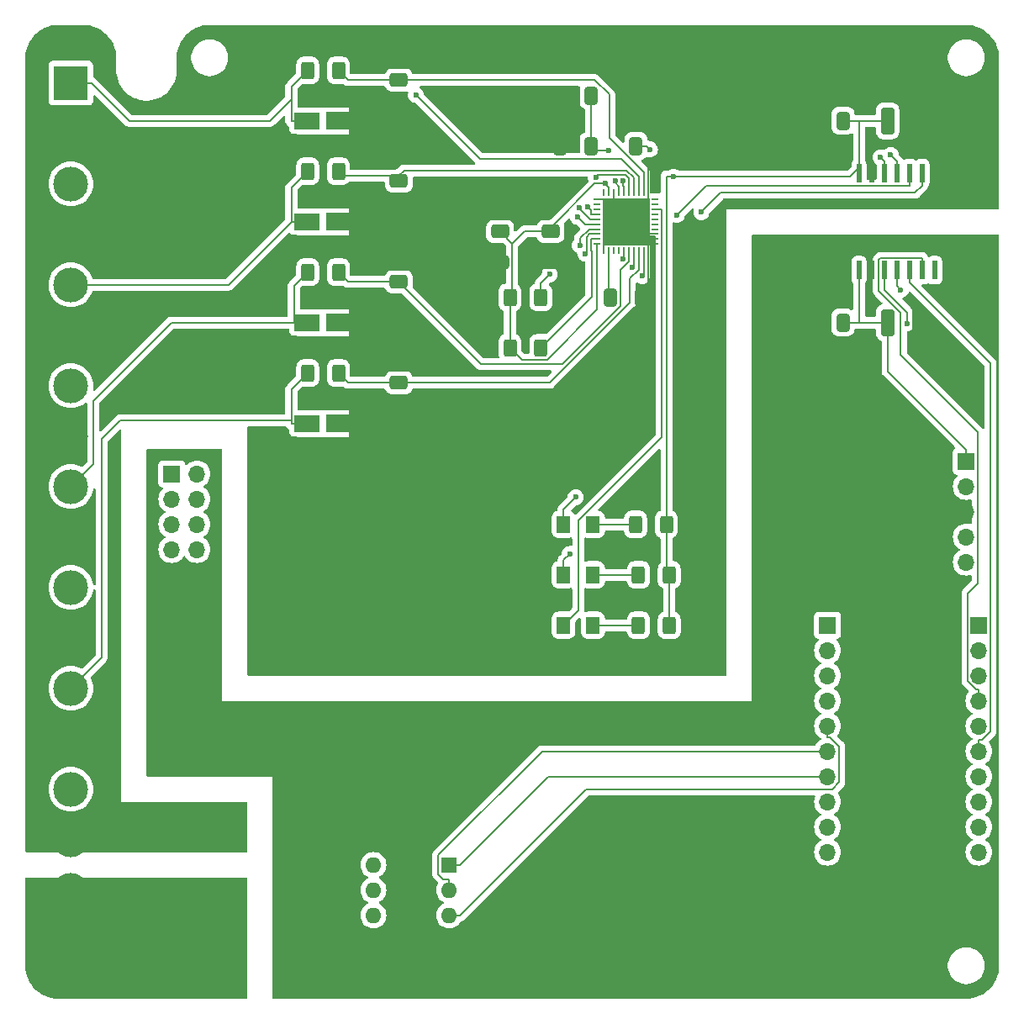
<source format=gbr>
%TF.GenerationSoftware,KiCad,Pcbnew,8.0.4-8.0.4-0~ubuntu22.04.1*%
%TF.CreationDate,2024-08-03T21:35:52+03:00*%
%TF.ProjectId,PM-AI8-U,504d2d41-4938-42d5-952e-6b696361645f,rev?*%
%TF.SameCoordinates,Original*%
%TF.FileFunction,Copper,L1,Top*%
%TF.FilePolarity,Positive*%
%FSLAX46Y46*%
G04 Gerber Fmt 4.6, Leading zero omitted, Abs format (unit mm)*
G04 Created by KiCad (PCBNEW 8.0.4-8.0.4-0~ubuntu22.04.1) date 2024-08-03 21:35:52*
%MOMM*%
%LPD*%
G01*
G04 APERTURE LIST*
G04 Aperture macros list*
%AMRoundRect*
0 Rectangle with rounded corners*
0 $1 Rounding radius*
0 $2 $3 $4 $5 $6 $7 $8 $9 X,Y pos of 4 corners*
0 Add a 4 corners polygon primitive as box body*
4,1,4,$2,$3,$4,$5,$6,$7,$8,$9,$2,$3,0*
0 Add four circle primitives for the rounded corners*
1,1,$1+$1,$2,$3*
1,1,$1+$1,$4,$5*
1,1,$1+$1,$6,$7*
1,1,$1+$1,$8,$9*
0 Add four rect primitives between the rounded corners*
20,1,$1+$1,$2,$3,$4,$5,0*
20,1,$1+$1,$4,$5,$6,$7,0*
20,1,$1+$1,$6,$7,$8,$9,0*
20,1,$1+$1,$8,$9,$2,$3,0*%
G04 Aperture macros list end*
%TA.AperFunction,SMDPad,CuDef*%
%ADD10R,2.565400X1.651000*%
%TD*%
%TA.AperFunction,SMDPad,CuDef*%
%ADD11RoundRect,0.250000X0.412500X0.650000X-0.412500X0.650000X-0.412500X-0.650000X0.412500X-0.650000X0*%
%TD*%
%TA.AperFunction,SMDPad,CuDef*%
%ADD12RoundRect,0.250000X-0.400000X-0.625000X0.400000X-0.625000X0.400000X0.625000X-0.400000X0.625000X0*%
%TD*%
%TA.AperFunction,SMDPad,CuDef*%
%ADD13RoundRect,0.250000X-0.650000X0.412500X-0.650000X-0.412500X0.650000X-0.412500X0.650000X0.412500X0*%
%TD*%
%TA.AperFunction,SMDPad,CuDef*%
%ADD14RoundRect,0.250000X-0.412500X-0.650000X0.412500X-0.650000X0.412500X0.650000X-0.412500X0.650000X0*%
%TD*%
%TA.AperFunction,ComponentPad*%
%ADD15R,1.700000X1.700000*%
%TD*%
%TA.AperFunction,ComponentPad*%
%ADD16O,1.700000X1.700000*%
%TD*%
%TA.AperFunction,SMDPad,CuDef*%
%ADD17RoundRect,0.250001X-0.462499X-0.624999X0.462499X-0.624999X0.462499X0.624999X-0.462499X0.624999X0*%
%TD*%
%TA.AperFunction,SMDPad,CuDef*%
%ADD18RoundRect,0.250000X-0.412500X-1.100000X0.412500X-1.100000X0.412500X1.100000X-0.412500X1.100000X0*%
%TD*%
%TA.AperFunction,ComponentPad*%
%ADD19R,3.500000X3.500000*%
%TD*%
%TA.AperFunction,ComponentPad*%
%ADD20C,3.500000*%
%TD*%
%TA.AperFunction,SMDPad,CuDef*%
%ADD21R,0.482600X1.854200*%
%TD*%
%TA.AperFunction,ComponentPad*%
%ADD22O,6.350000X6.350000*%
%TD*%
%TA.AperFunction,SMDPad,CuDef*%
%ADD23R,0.254000X0.660400*%
%TD*%
%TA.AperFunction,SMDPad,CuDef*%
%ADD24R,0.660400X0.254000*%
%TD*%
%TA.AperFunction,SMDPad,CuDef*%
%ADD25R,4.699000X4.699000*%
%TD*%
%TA.AperFunction,ComponentPad*%
%ADD26R,1.600000X1.600000*%
%TD*%
%TA.AperFunction,ComponentPad*%
%ADD27O,1.600000X1.600000*%
%TD*%
%TA.AperFunction,ViaPad*%
%ADD28C,0.600000*%
%TD*%
%TA.AperFunction,Conductor*%
%ADD29C,0.200000*%
%TD*%
G04 APERTURE END LIST*
D10*
%TO.P,D7,1,A1*%
%TO.N,FGND*%
X57492900Y-91440000D03*
%TO.P,D7,2,A2*%
%TO.N,/voltage_input/IN07*%
X54267100Y-91440000D03*
%TD*%
%TO.P,D5,1,A1*%
%TO.N,FGND*%
X57492900Y-81280000D03*
%TO.P,D5,2,A2*%
%TO.N,/voltage_input/IN05*%
X54267100Y-81280000D03*
%TD*%
%TO.P,D3,1,A1*%
%TO.N,FGND*%
X57492900Y-71120000D03*
%TO.P,D3,2,A2*%
%TO.N,/voltage_input/IN03*%
X54267100Y-71120000D03*
%TD*%
%TO.P,D1,1,A1*%
%TO.N,FGND*%
X57492900Y-60960000D03*
%TO.P,D1,2,A2*%
%TO.N,/voltage_input/IN01*%
X54267100Y-60960000D03*
%TD*%
D11*
%TO.P,C15,1*%
%TO.N,+3.3V_ISO*%
X108242500Y-60960000D03*
%TO.P,C15,2*%
%TO.N,FGND*%
X105117500Y-60960000D03*
%TD*%
D12*
%TO.P,R1,1*%
%TO.N,/voltage_input/IN01*%
X54330000Y-55880000D03*
%TO.P,R1,2*%
%TO.N,/AD_VIN0*%
X57430000Y-55880000D03*
%TD*%
D13*
%TO.P,C3,1*%
%TO.N,/AD_VIN2*%
X63500000Y-67017500D03*
%TO.P,C3,2*%
%TO.N,FGND*%
X63500000Y-70142500D03*
%TD*%
D14*
%TO.P,C19,1*%
%TO.N,Net-(U1-REGCAPD)*%
X84848300Y-78740000D03*
%TO.P,C19,2*%
%TO.N,FGND*%
X87973300Y-78740000D03*
%TD*%
%TO.P,C10,1*%
%TO.N,Net-(U1-REFOUT)*%
X87388300Y-63500000D03*
%TO.P,C10,2*%
%TO.N,FGND*%
X90513300Y-63500000D03*
%TD*%
D15*
%TO.P,J2,1,1*%
%TO.N,unconnected-(J2-Pad1)*%
X40640000Y-96520000D03*
D16*
%TO.P,J2,2,2*%
%TO.N,unconnected-(J2-Pad2)*%
X43180000Y-96520000D03*
%TO.P,J2,3,3*%
%TO.N,unconnected-(J2-Pad3)*%
X40640000Y-99060000D03*
%TO.P,J2,4,4*%
%TO.N,unconnected-(J2-Pad4)*%
X43180000Y-99060000D03*
%TO.P,J2,5,5*%
%TO.N,unconnected-(J2-Pad5)*%
X40640000Y-101600000D03*
%TO.P,J2,6,6*%
%TO.N,unconnected-(J2-Pad6)*%
X43180000Y-101600000D03*
%TO.P,J2,7,7*%
%TO.N,unconnected-(J2-Pad7)*%
X40640000Y-104140000D03*
%TO.P,J2,8,8*%
%TO.N,unconnected-(J2-Pad8)*%
X43180000Y-104140000D03*
%TD*%
D13*
%TO.P,C18,1*%
%TO.N,+3.3V_ISO*%
X73710800Y-72097500D03*
%TO.P,C18,2*%
%TO.N,FGND*%
X73710800Y-75222500D03*
%TD*%
%TO.P,C1,1*%
%TO.N,/AD_VIN0*%
X63500000Y-56857500D03*
%TO.P,C1,2*%
%TO.N,FGND*%
X63500000Y-59982500D03*
%TD*%
D17*
%TO.P,D10,1,K*%
%TO.N,Net-(D10-K)*%
X80082500Y-101600000D03*
%TO.P,D10,2,A*%
%TO.N,Net-(D10-A)*%
X83057500Y-101600000D03*
%TD*%
D18*
%TO.P,C16,1*%
%TO.N,+3.3V_ISO*%
X112737500Y-60960000D03*
%TO.P,C16,2*%
%TO.N,FGND*%
X115862500Y-60960000D03*
%TD*%
D19*
%TO.P,J1,1,Pin_1*%
%TO.N,/voltage_input/IN01*%
X30480000Y-57150000D03*
D20*
%TO.P,J1,2,Pin_2*%
%TO.N,FGND*%
X30480000Y-62230000D03*
%TO.P,J1,3,Pin_3*%
%TO.N,/voltage_input/IN02*%
X30480000Y-67310000D03*
%TO.P,J1,4,Pin_4*%
%TO.N,FGND*%
X30480000Y-72390000D03*
%TO.P,J1,5,Pin_5*%
%TO.N,/voltage_input/IN03*%
X30480000Y-77470000D03*
%TO.P,J1,6,Pin_6*%
%TO.N,FGND*%
X30480000Y-82550000D03*
%TO.P,J1,7,Pin_7*%
%TO.N,/voltage_input/IN04*%
X30480000Y-87630000D03*
%TO.P,J1,8,Pin_8*%
%TO.N,FGND*%
X30480000Y-92710000D03*
%TO.P,J1,9,Pin_9*%
%TO.N,/voltage_input/IN05*%
X30480000Y-97790000D03*
%TO.P,J1,10,Pin_10*%
%TO.N,FGND*%
X30480000Y-102870000D03*
%TO.P,J1,11,Pin_11*%
%TO.N,/voltage_input/IN06*%
X30480000Y-107950000D03*
%TO.P,J1,12,Pin_12*%
%TO.N,FGND*%
X30480000Y-113030000D03*
%TO.P,J1,13,Pin_13*%
%TO.N,/voltage_input/IN07*%
X30480000Y-118110000D03*
%TO.P,J1,14,Pin_14*%
%TO.N,FGND*%
X30480000Y-123190000D03*
%TO.P,J1,15,Pin_15*%
%TO.N,/voltage_input/IN08*%
X30480000Y-128270000D03*
%TO.P,J1,16,Pin_16*%
%TO.N,FGND*%
X30480000Y-133350000D03*
%TO.P,J1,17,Pin_17*%
%TO.N,PE*%
X30480000Y-138430000D03*
%TO.P,J1,18,Pin_18*%
X30480000Y-143510000D03*
%TD*%
D15*
%TO.P,J5,1,Pin_1*%
%TO.N,+5V*%
X120650000Y-95250000D03*
D16*
%TO.P,J5,2,Pin_2*%
%TO.N,unconnected-(J5-Pin_2-Pad2)*%
X120650000Y-97790000D03*
%TO.P,J5,3,Pin_3*%
%TO.N,GND*%
X120650000Y-100330000D03*
%TO.P,J5,4,Pin_4*%
%TO.N,/SDA*%
X120650000Y-102870000D03*
%TO.P,J5,5,Pin_5*%
%TO.N,/SCL*%
X120650000Y-105410000D03*
%TD*%
D17*
%TO.P,D12,1,K*%
%TO.N,Net-(D12-K)*%
X80082500Y-111760000D03*
%TO.P,D12,2,A*%
%TO.N,Net-(D12-A)*%
X83057500Y-111760000D03*
%TD*%
D21*
%TO.P,U2,1,VDD*%
%TO.N,+5V*%
X109855000Y-75996800D03*
%TO.P,U2,2,GNDA*%
%TO.N,GND*%
X111125000Y-75996800D03*
%TO.P,U2,3,VI1*%
%TO.N,/MOSI*%
X112395000Y-75996800D03*
%TO.P,U2,4,VI2*%
%TO.N,/CLK*%
X113665000Y-75996800D03*
%TO.P,U2,5,VI3*%
%TO.N,/CS*%
X114935000Y-75996800D03*
%TO.P,U2,6,VO4*%
%TO.N,/MISO*%
X116205000Y-75996800D03*
%TO.P,U2,7,NC*%
%TO.N,unconnected-(U2-NC-Pad7)*%
X117475000Y-75996800D03*
%TO.P,U2,8,GNDA*%
%TO.N,GND*%
X118745000Y-75996800D03*
%TO.P,U2,9,GNDB*%
%TO.N,FGND*%
X118745000Y-66243200D03*
%TO.P,U2,10,SEL*%
X117475000Y-66243200D03*
%TO.P,U2,11,VI4*%
%TO.N,/isolation/MISO_ISO*%
X116205000Y-66243200D03*
%TO.P,U2,12,VO3*%
%TO.N,/isolation/CS_ISO*%
X114935000Y-66243200D03*
%TO.P,U2,13,VO2*%
%TO.N,/isolation/CLK_ISO*%
X113665000Y-66243200D03*
%TO.P,U2,14,VO1*%
%TO.N,/isolation/MOSI_ISO*%
X112395000Y-66243200D03*
%TO.P,U2,15,GNDB*%
%TO.N,FGND*%
X111125000Y-66243200D03*
%TO.P,U2,16,VISO*%
%TO.N,+3.3V_ISO*%
X109855000Y-66243200D03*
%TD*%
D22*
%TO.P,D9,1,1*%
%TO.N,PE*%
X44450000Y-146050000D03*
%TD*%
D23*
%TO.P,U1,1,VINCOM*%
%TO.N,FGND*%
X88660801Y-68196998D03*
%TO.P,U1,2,VIN0*%
%TO.N,/AD_VIN0*%
X88160799Y-68196998D03*
%TO.P,U1,3,VIN1*%
%TO.N,/AD_VIN1*%
X87660800Y-68196998D03*
%TO.P,U1,4,VIN2*%
%TO.N,/AD_VIN2*%
X87160801Y-68196998D03*
%TO.P,U1,5,VIN3*%
%TO.N,/AD_VIN3*%
X86660800Y-68196998D03*
%TO.P,U1,6,REFOUT*%
%TO.N,Net-(U1-REFOUT)*%
X86160800Y-68196998D03*
%TO.P,U1,7,REGCAPA*%
%TO.N,Net-(U1-REGCAPA)*%
X85660799Y-68196998D03*
%TO.P,U1,8,AVSS*%
%TO.N,FGND*%
X85160800Y-68196998D03*
%TO.P,U1,9,AVDD*%
%TO.N,+3.3V_ISO*%
X84660801Y-68196998D03*
%TO.P,U1,10,DNC*%
%TO.N,unconnected-(U1-DNC-Pad10)*%
X84160799Y-68196998D03*
D24*
%TO.P,U1,11,VBIAS-*%
%TO.N,FGND*%
X83487798Y-68869999D03*
%TO.P,U1,12,XTAL1*%
%TO.N,unconnected-(U1-XTAL1-Pad12)*%
X83487798Y-69370001D03*
%TO.P,U1,13,XTAL2/CLKIO*%
%TO.N,unconnected-(U1-XTAL2{slash}CLKIO-Pad13)*%
X83487798Y-69870000D03*
%TO.P,U1,14,DOUT/RDY*%
%TO.N,/isolation/MISO_ISO*%
X83487798Y-70369999D03*
%TO.P,U1,15,DIN*%
%TO.N,/isolation/MOSI_ISO*%
X83487798Y-70870000D03*
%TO.P,U1,16,SCLK*%
%TO.N,/isolation/CLK_ISO*%
X83487798Y-71370000D03*
%TO.P,U1,17,CS*%
%TO.N,/isolation/CS_ISO*%
X83487798Y-71870001D03*
%TO.P,U1,18,ERROR*%
%TO.N,Net-(D10-K)*%
X83487798Y-72370000D03*
%TO.P,U1,19,SYNC*%
%TO.N,Net-(U1-SYNC)*%
X83487798Y-72869999D03*
%TO.P,U1,20,IOVDD*%
%TO.N,+3.3V_ISO*%
X83487798Y-73370001D03*
D23*
%TO.P,U1,21,DGND*%
%TO.N,FGND*%
X84160799Y-74043002D03*
%TO.P,U1,22,REGCAPD*%
%TO.N,Net-(U1-REGCAPD)*%
X84660801Y-74043002D03*
%TO.P,U1,23,COMPA*%
%TO.N,unconnected-(U1-COMPA-Pad23)*%
X85160800Y-74043002D03*
%TO.P,U1,24,COMPB*%
%TO.N,unconnected-(U1-COMPB-Pad24)*%
X85660799Y-74043002D03*
%TO.P,U1,25,GPO0*%
%TO.N,Net-(D11-K)*%
X86160800Y-74043002D03*
%TO.P,U1,26,VIN4*%
%TO.N,/AD_VIN4*%
X86660800Y-74043002D03*
%TO.P,U1,27,VIN5*%
%TO.N,/AD_VIN5*%
X87160801Y-74043002D03*
%TO.P,U1,28,VIN6*%
%TO.N,/AD_VIN6*%
X87660800Y-74043002D03*
%TO.P,U1,29,VIN7*%
%TO.N,/AD_VIN7*%
X88160799Y-74043002D03*
%TO.P,U1,30,IIN3-*%
%TO.N,FGND*%
X88660801Y-74043002D03*
D24*
%TO.P,U1,31,IIN2-*%
X89333802Y-73370001D03*
%TO.P,U1,32,IIN1-*%
X89333802Y-72869999D03*
%TO.P,U1,33,IIN0-*%
X89333802Y-72370000D03*
%TO.P,U1,34,IIN0+*%
%TO.N,unconnected-(U1-IIN0+-Pad34)*%
X89333802Y-71870001D03*
%TO.P,U1,35,IIN1+*%
%TO.N,unconnected-(U1-IIN1+-Pad35)*%
X89333802Y-71370000D03*
%TO.P,U1,36,IIN2+*%
%TO.N,unconnected-(U1-IIN2+-Pad36)*%
X89333802Y-70870000D03*
%TO.P,U1,37,IIN3+*%
%TO.N,unconnected-(U1-IIN3+-Pad37)*%
X89333802Y-70369999D03*
%TO.P,U1,38,GPO1*%
%TO.N,Net-(D12-K)*%
X89333802Y-69870000D03*
%TO.P,U1,39,REF-*%
%TO.N,unconnected-(U1-REF--Pad39)*%
X89333802Y-69370001D03*
%TO.P,U1,40,REF+*%
%TO.N,unconnected-(U1-REF+-Pad40)*%
X89333802Y-68869999D03*
D25*
%TO.P,U1,41,EPAD*%
%TO.N,FGND*%
X86410800Y-71120000D03*
%TD*%
D12*
%TO.P,R14,1*%
%TO.N,Net-(D12-A)*%
X87640000Y-111760000D03*
%TO.P,R14,2*%
%TO.N,+3.3V_ISO*%
X90740000Y-111760000D03*
%TD*%
%TO.P,R11,1*%
%TO.N,+3.3V_ISO*%
X74700800Y-83820000D03*
%TO.P,R11,2*%
%TO.N,Net-(U1-SYNC)*%
X77800800Y-83820000D03*
%TD*%
%TO.P,R3,1*%
%TO.N,/voltage_input/IN03*%
X54330000Y-66040000D03*
%TO.P,R3,2*%
%TO.N,/AD_VIN2*%
X57430000Y-66040000D03*
%TD*%
D11*
%TO.P,C12,1*%
%TO.N,Net-(U1-REGCAPA)*%
X82893300Y-58420000D03*
%TO.P,C12,2*%
%TO.N,FGND*%
X79768300Y-58420000D03*
%TD*%
D12*
%TO.P,R12,1*%
%TO.N,Net-(D10-A)*%
X87350000Y-101600000D03*
%TO.P,R12,2*%
%TO.N,+3.3V_ISO*%
X90450000Y-101600000D03*
%TD*%
D13*
%TO.P,C17,1*%
%TO.N,+3.3V_ISO*%
X78790800Y-72097500D03*
%TO.P,C17,2*%
%TO.N,FGND*%
X78790800Y-75222500D03*
%TD*%
D12*
%TO.P,R5,1*%
%TO.N,/voltage_input/IN05*%
X54330000Y-76200000D03*
%TO.P,R5,2*%
%TO.N,/AD_VIN4*%
X57430000Y-76200000D03*
%TD*%
D13*
%TO.P,C5,1*%
%TO.N,/AD_VIN4*%
X63500000Y-77177500D03*
%TO.P,C5,2*%
%TO.N,FGND*%
X63500000Y-80302500D03*
%TD*%
D11*
%TO.P,C13,1*%
%TO.N,+5V*%
X108242500Y-81280000D03*
%TO.P,C13,2*%
%TO.N,GND*%
X105117500Y-81280000D03*
%TD*%
D12*
%TO.P,R13,1*%
%TO.N,Net-(D11-A)*%
X87640000Y-106680000D03*
%TO.P,R13,2*%
%TO.N,+3.3V_ISO*%
X90740000Y-106680000D03*
%TD*%
%TO.P,R7,1*%
%TO.N,/voltage_input/IN07*%
X54330000Y-86360000D03*
%TO.P,R7,2*%
%TO.N,/AD_VIN6*%
X57430000Y-86360000D03*
%TD*%
D13*
%TO.P,C7,1*%
%TO.N,/AD_VIN6*%
X63500000Y-87337500D03*
%TO.P,C7,2*%
%TO.N,FGND*%
X63500000Y-90462500D03*
%TD*%
D12*
%TO.P,R10,1*%
%TO.N,+3.3V_ISO*%
X74700800Y-78740000D03*
%TO.P,R10,2*%
%TO.N,/isolation/MISO_ISO*%
X77800800Y-78740000D03*
%TD*%
D11*
%TO.P,C11,1*%
%TO.N,Net-(U1-REGCAPA)*%
X82893300Y-63500000D03*
%TO.P,C11,2*%
%TO.N,FGND*%
X79768300Y-63500000D03*
%TD*%
D18*
%TO.P,C14,1*%
%TO.N,+5V*%
X112737500Y-81280000D03*
%TO.P,C14,2*%
%TO.N,GND*%
X115862500Y-81280000D03*
%TD*%
D17*
%TO.P,D11,1,K*%
%TO.N,Net-(D11-K)*%
X80082500Y-106680000D03*
%TO.P,D11,2,A*%
%TO.N,Net-(D11-A)*%
X83057500Y-106680000D03*
%TD*%
D15*
%TO.P,J3,1,Pin_1*%
%TO.N,/SDA*%
X121920000Y-111760000D03*
D16*
%TO.P,J3,2,Pin_2*%
%TO.N,/SCL*%
X121920000Y-114300000D03*
%TO.P,J3,3,Pin_3*%
%TO.N,/MOSI*%
X121920000Y-116840000D03*
%TO.P,J3,4,Pin_4*%
%TO.N,/MISO*%
X121920000Y-119380000D03*
%TO.P,J3,5,Pin_5*%
%TO.N,/CLK*%
X121920000Y-121920000D03*
%TO.P,J3,6,Pin_6*%
%TO.N,/CS*%
X121920000Y-124460000D03*
%TO.P,J3,7,Pin_7*%
%TO.N,unconnected-(J3-Pin_7-Pad7)*%
X121920000Y-127000000D03*
%TO.P,J3,8,Pin_8*%
%TO.N,unconnected-(J3-Pin_8-Pad8)*%
X121920000Y-129540000D03*
%TO.P,J3,9,Pin_9*%
%TO.N,Net-(D13-K)*%
X121920000Y-132080000D03*
%TO.P,J3,10,Pin_10*%
%TO.N,unconnected-(J3-Pin_10-Pad10)*%
X121920000Y-134620000D03*
%TO.P,J3,11,Pin_11*%
%TO.N,GND*%
X121920000Y-137160000D03*
%TO.P,J3,12,Pin_12*%
X121920000Y-139700000D03*
%TD*%
D26*
%TO.P,SW1,1*%
%TO.N,/A1*%
X68580000Y-135890000D03*
D27*
%TO.P,SW1,2*%
%TO.N,/A2*%
X68580000Y-138430000D03*
%TO.P,SW1,3*%
%TO.N,/A3*%
X68580000Y-140970000D03*
%TO.P,SW1,4*%
%TO.N,+3.3V*%
X60960000Y-140970000D03*
%TO.P,SW1,5*%
X60960000Y-138430000D03*
%TO.P,SW1,6*%
X60960000Y-135890000D03*
%TD*%
D15*
%TO.P,J4,1,Pin_1*%
%TO.N,unconnected-(J4-Pin_1-Pad1)*%
X106680000Y-111760000D03*
D16*
%TO.P,J4,2,Pin_2*%
%TO.N,unconnected-(J4-Pin_2-Pad2)*%
X106680000Y-114300000D03*
%TO.P,J4,3,Pin_3*%
%TO.N,unconnected-(J4-Pin_3-Pad3)*%
X106680000Y-116840000D03*
%TO.P,J4,4,Pin_4*%
%TO.N,unconnected-(J4-Pin_4-Pad4)*%
X106680000Y-119380000D03*
%TO.P,J4,5,Pin_5*%
%TO.N,/A3*%
X106680000Y-121920000D03*
%TO.P,J4,6,Pin_6*%
%TO.N,/A2*%
X106680000Y-124460000D03*
%TO.P,J4,7,Pin_7*%
%TO.N,/A1*%
X106680000Y-127000000D03*
%TO.P,J4,8,Pin_8*%
%TO.N,unconnected-(J4-Pin_8-Pad8)*%
X106680000Y-129540000D03*
%TO.P,J4,9,Pin_9*%
%TO.N,+3.3V*%
X106680000Y-132080000D03*
%TO.P,J4,10,Pin_10*%
X106680000Y-134620000D03*
%TO.P,J4,11,Pin_11*%
%TO.N,GND*%
X106680000Y-137160000D03*
%TO.P,J4,12,Pin_12*%
X106680000Y-139700000D03*
%TD*%
D28*
%TO.N,FGND*%
X76200000Y-60960000D03*
X73849251Y-60860863D03*
X81280000Y-76200000D03*
X81280000Y-78740000D03*
%TO.N,GND*%
X119380000Y-83820000D03*
X116840000Y-83820000D03*
%TO.N,Net-(D11-K)*%
X86057300Y-74893800D03*
X80724900Y-104571600D03*
%TO.N,Net-(D10-K)*%
X82293300Y-74344400D03*
X81313000Y-98868700D03*
%TO.N,+3.3V_ISO*%
X84318300Y-67286900D03*
X91186000Y-66580600D03*
%TO.N,/CLK*%
X114062300Y-77981500D03*
%TO.N,/MOSI*%
X114680700Y-81351700D03*
%TO.N,/isolation/CS_ISO*%
X81731000Y-73497500D03*
X91499300Y-70434400D03*
%TO.N,/isolation/CLK_ISO*%
X81519900Y-70644600D03*
X113042800Y-64392200D03*
%TO.N,/isolation/MISO_ISO*%
X82543900Y-69635300D03*
X78697800Y-76429200D03*
X93964700Y-70162800D03*
%TO.N,/isolation/MOSI_ISO*%
X81706900Y-69681100D03*
X112014000Y-64639100D03*
%TO.N,Net-(U1-REGCAPA)*%
X85286000Y-67017900D03*
X84670400Y-63926300D03*
%TO.N,Net-(U1-REFOUT)*%
X88790400Y-63834700D03*
X86104100Y-67038000D03*
%TO.N,/AD_VIN7*%
X88005200Y-76585400D03*
%TO.N,/AD_VIN3*%
X83350300Y-66623200D03*
%TO.N,/AD_VIN5*%
X86993700Y-75720300D03*
%TO.N,/AD_VIN1*%
X65231800Y-58364800D03*
%TD*%
D29*
%TO.N,/voltage_input/IN01*%
X30480000Y-57150000D02*
X32531700Y-57150000D01*
X32531700Y-57150000D02*
X36341700Y-60960000D01*
X36341700Y-60960000D02*
X50496600Y-60960000D01*
X50496600Y-60960000D02*
X52682700Y-58773900D01*
%TO.N,FGND*%
X88660801Y-74043002D02*
X88660801Y-78052499D01*
X88660801Y-78052499D02*
X87973300Y-78740000D01*
X88660801Y-68196998D02*
X88660801Y-65352499D01*
X88660801Y-65352499D02*
X90513300Y-63500000D01*
%TO.N,+3.3V_ISO*%
X90450000Y-66580600D02*
X91186000Y-66580600D01*
%TO.N,/isolation/MOSI_ISO*%
X112395000Y-65014400D02*
X112395000Y-66243200D01*
X112389300Y-65014400D02*
X112395000Y-65014400D01*
X112014000Y-64639100D02*
X112389300Y-65014400D01*
%TO.N,/isolation/CLK_ISO*%
X113665000Y-65014400D02*
X113665000Y-66243200D01*
X113042800Y-64392200D02*
X113665000Y-65014400D01*
%TO.N,/A2*%
X77925200Y-124460000D02*
X106680000Y-124460000D01*
X67478300Y-134906900D02*
X77925200Y-124460000D01*
X67478300Y-136829100D02*
X67478300Y-134906900D01*
X67977500Y-137328300D02*
X67478300Y-136829100D01*
X68580000Y-137328300D02*
X67977500Y-137328300D01*
X68580000Y-138430000D02*
X68580000Y-137328300D01*
%TO.N,/A3*%
X106948500Y-123071700D02*
X106680000Y-123071700D01*
X107833800Y-123957000D02*
X106948500Y-123071700D01*
X107833800Y-127562100D02*
X107833800Y-123957000D01*
X107125900Y-128270000D02*
X107833800Y-127562100D01*
X82381700Y-128270000D02*
X107125900Y-128270000D01*
X69681700Y-140970000D02*
X82381700Y-128270000D01*
X68580000Y-140970000D02*
X69681700Y-140970000D01*
X106680000Y-121920000D02*
X106680000Y-123071700D01*
%TO.N,/A1*%
X68580000Y-135890000D02*
X69681700Y-135890000D01*
X78571700Y-127000000D02*
X106680000Y-127000000D01*
X69681700Y-135890000D02*
X78571700Y-127000000D01*
%TO.N,Net-(D12-A)*%
X83057500Y-111760000D02*
X87640000Y-111760000D01*
%TO.N,Net-(D12-K)*%
X81570000Y-110272500D02*
X80082500Y-111760000D01*
X81570000Y-101218500D02*
X81570000Y-110272500D01*
X89965700Y-92822800D02*
X81570000Y-101218500D01*
X89965700Y-69870000D02*
X89965700Y-92822800D01*
X89333800Y-69870000D02*
X89965700Y-69870000D01*
%TO.N,Net-(D11-K)*%
X86160800Y-74790300D02*
X86057300Y-74893800D01*
X86160800Y-74043000D02*
X86160800Y-74790300D01*
X80082500Y-105214000D02*
X80082500Y-106680000D01*
X80724900Y-104571600D02*
X80082500Y-105214000D01*
%TO.N,Net-(D11-A)*%
X83057500Y-106680000D02*
X87640000Y-106680000D01*
%TO.N,Net-(D10-A)*%
X83057500Y-101600000D02*
X87350000Y-101600000D01*
%TO.N,Net-(D10-K)*%
X80082500Y-100099200D02*
X80082500Y-101600000D01*
X81313000Y-98868700D02*
X80082500Y-100099200D01*
X82728700Y-72370000D02*
X83487800Y-72370000D01*
X82449100Y-72649600D02*
X82728700Y-72370000D01*
X82449100Y-74188600D02*
X82449100Y-72649600D01*
X82293300Y-74344400D02*
X82449100Y-74188600D01*
%TO.N,Net-(U1-REGCAPD)*%
X84660800Y-78552500D02*
X84848300Y-78740000D01*
X84660800Y-74674900D02*
X84660800Y-78552500D01*
X84660800Y-74043000D02*
X84660800Y-74674900D01*
%TO.N,Net-(U1-SYNC)*%
X83487800Y-72870000D02*
X82855900Y-72870000D01*
X82855900Y-74056100D02*
X82855900Y-72870000D01*
X82906500Y-74106700D02*
X82855900Y-74056100D01*
X82906500Y-78714300D02*
X82906500Y-74106700D01*
X77800800Y-83820000D02*
X82906500Y-78714300D01*
%TO.N,+3.3V_ISO*%
X109855000Y-60960000D02*
X109855000Y-65014400D01*
X112737500Y-60960000D02*
X109855000Y-60960000D01*
X109855000Y-60960000D02*
X108242500Y-60960000D01*
X84660800Y-68197000D02*
X84660800Y-67565100D01*
X109855000Y-66243200D02*
X109855000Y-65628800D01*
X109855000Y-65628800D02*
X109855000Y-65014400D01*
X75916900Y-85036100D02*
X74700800Y-83820000D01*
X78430800Y-85036100D02*
X75916900Y-85036100D01*
X83487800Y-79979100D02*
X78430800Y-85036100D01*
X83487800Y-73370000D02*
X83487800Y-79979100D01*
X90740000Y-111760000D02*
X90740000Y-106680000D01*
X90450000Y-106390000D02*
X90450000Y-101600000D01*
X90740000Y-106680000D02*
X90450000Y-106390000D01*
X74700800Y-83820000D02*
X74700800Y-78740000D01*
X74923300Y-78517500D02*
X74923300Y-73310000D01*
X74700800Y-78740000D02*
X74923300Y-78517500D01*
X74923300Y-73310000D02*
X73710800Y-72097500D01*
X76135800Y-72097500D02*
X74923300Y-73310000D01*
X78790800Y-72097500D02*
X76135800Y-72097500D01*
X84596500Y-67565100D02*
X84318300Y-67286900D01*
X84660800Y-67565100D02*
X84596500Y-67565100D01*
X78790800Y-71729300D02*
X78790800Y-72097500D01*
X83233200Y-67286900D02*
X78790800Y-71729300D01*
X84318300Y-67286900D02*
X83233200Y-67286900D01*
X90450000Y-66580600D02*
X90450000Y-101600000D01*
X108903200Y-66580600D02*
X90450000Y-66580600D01*
X109855000Y-65628800D02*
X108903200Y-66580600D01*
%TO.N,+5V*%
X109855000Y-75996800D02*
X109855000Y-77225600D01*
X109855000Y-77225600D02*
X109855000Y-81280000D01*
X109855000Y-81280000D02*
X108242500Y-81280000D01*
X109855000Y-81280000D02*
X112737500Y-81280000D01*
X112737500Y-86185800D02*
X112737500Y-81280000D01*
X120650000Y-94098300D02*
X112737500Y-86185800D01*
X120650000Y-95250000D02*
X120650000Y-94098300D01*
%TO.N,/CS*%
X123084300Y-85374900D02*
X114935000Y-77225600D01*
X123084300Y-122431900D02*
X123084300Y-85374900D01*
X122207900Y-123308300D02*
X123084300Y-122431900D01*
X121920000Y-123308300D02*
X122207900Y-123308300D01*
X121920000Y-124460000D02*
X121920000Y-123308300D01*
X114935000Y-75996800D02*
X114935000Y-77225600D01*
%TO.N,/CLK*%
X113665000Y-77584200D02*
X113665000Y-75996800D01*
X114062300Y-77981500D02*
X113665000Y-77584200D01*
%TO.N,/MOSI*%
X112395000Y-77967800D02*
X112395000Y-75996800D01*
X114680700Y-80253500D02*
X112395000Y-77967800D01*
X114680700Y-81351700D02*
X114680700Y-80253500D01*
%TO.N,/MISO*%
X121920000Y-119380000D02*
X121920000Y-118228300D01*
X116205000Y-75996800D02*
X116205000Y-74768000D01*
X121632000Y-118228300D02*
X121920000Y-118228300D01*
X120768300Y-117364600D02*
X121632000Y-118228300D01*
X120768300Y-108571000D02*
X120768300Y-117364600D01*
X121801700Y-107537600D02*
X120768300Y-108571000D01*
X121801700Y-92303600D02*
X121801700Y-107537600D01*
X114060200Y-84562100D02*
X121801700Y-92303600D01*
X114060200Y-80291600D02*
X114060200Y-84562100D01*
X111852000Y-78083400D02*
X114060200Y-80291600D01*
X111852000Y-74940700D02*
X111852000Y-78083400D01*
X112024700Y-74768000D02*
X111852000Y-74940700D01*
X116205000Y-74768000D02*
X112024700Y-74768000D01*
%TO.N,/isolation/CS_ISO*%
X81731000Y-72795400D02*
X81731000Y-73497500D01*
X82656400Y-71870000D02*
X81731000Y-72795400D01*
X83487800Y-71870000D02*
X82656400Y-71870000D01*
X94461700Y-67472000D02*
X114935000Y-67472000D01*
X91499300Y-70434400D02*
X94461700Y-67472000D01*
X114935000Y-66243200D02*
X114935000Y-67472000D01*
%TO.N,/isolation/CLK_ISO*%
X82245300Y-71370000D02*
X81519900Y-70644600D01*
X83487800Y-71370000D02*
X82245300Y-71370000D01*
%TO.N,/isolation/MISO_ISO*%
X83487800Y-70370000D02*
X82855900Y-70370000D01*
X77800800Y-77326200D02*
X77800800Y-78740000D01*
X78697800Y-76429200D02*
X77800800Y-77326200D01*
X82855900Y-69947300D02*
X82543900Y-69635300D01*
X82855900Y-70370000D02*
X82855900Y-69947300D01*
X116205000Y-66243200D02*
X116205000Y-67472000D01*
X115473300Y-68203700D02*
X116205000Y-67472000D01*
X95923800Y-68203700D02*
X115473300Y-68203700D01*
X93964700Y-70162800D02*
X95923800Y-68203700D01*
%TO.N,/isolation/MOSI_ISO*%
X81706900Y-69801100D02*
X81706900Y-69681100D01*
X82775800Y-70870000D02*
X81706900Y-69801100D01*
X83487800Y-70870000D02*
X82775800Y-70870000D01*
%TO.N,Net-(U1-REGCAPA)*%
X85286000Y-67190300D02*
X85286000Y-67017900D01*
X85660800Y-67565100D02*
X85286000Y-67190300D01*
X85660800Y-68197000D02*
X85660800Y-67565100D01*
X83319600Y-63926300D02*
X82893300Y-63500000D01*
X84670400Y-63926300D02*
X83319600Y-63926300D01*
X82893300Y-58420000D02*
X82893300Y-63500000D01*
%TO.N,Net-(U1-REFOUT)*%
X86104100Y-67508400D02*
X86104100Y-67038000D01*
X86160800Y-67565100D02*
X86104100Y-67508400D01*
X88455700Y-63500000D02*
X88790400Y-63834700D01*
X87388300Y-63500000D02*
X88455700Y-63500000D01*
X86160800Y-68197000D02*
X86160800Y-67565100D01*
%TO.N,/AD_VIN7*%
X88160800Y-76429800D02*
X88160800Y-74043000D01*
X88005200Y-76585400D02*
X88160800Y-76429800D01*
%TO.N,/AD_VIN2*%
X63500000Y-66490200D02*
X63500000Y-67017500D01*
X64027300Y-65962900D02*
X63500000Y-66490200D01*
X86461300Y-65962900D02*
X64027300Y-65962900D01*
X87160800Y-66662400D02*
X86461300Y-65962900D01*
X87160800Y-68197000D02*
X87160800Y-66662400D01*
X57880200Y-66490200D02*
X57430000Y-66040000D01*
X63500000Y-66490200D02*
X57880200Y-66490200D01*
%TO.N,/AD_VIN4*%
X58407500Y-77177500D02*
X57430000Y-76200000D01*
X63500000Y-77177500D02*
X58407500Y-77177500D01*
X86660800Y-74043000D02*
X86660800Y-74674900D01*
X86660800Y-75141200D02*
X86660800Y-74674900D01*
X85855200Y-75946800D02*
X86660800Y-75141200D01*
X85855200Y-79584400D02*
X85855200Y-75946800D01*
X79961800Y-85477800D02*
X85855200Y-79584400D01*
X71800300Y-85477800D02*
X79961800Y-85477800D01*
X63500000Y-77177500D02*
X71800300Y-85477800D01*
%TO.N,/AD_VIN3*%
X86660800Y-68197000D02*
X86660800Y-67565100D01*
X86705800Y-67520100D02*
X86660800Y-67565100D01*
X86705800Y-66781200D02*
X86705800Y-67520100D01*
X86322100Y-66397500D02*
X86705800Y-66781200D01*
X83576000Y-66397500D02*
X86322100Y-66397500D01*
X83350300Y-66623200D02*
X83576000Y-66397500D01*
%TO.N,/AD_VIN5*%
X87160800Y-75553200D02*
X87160800Y-74043000D01*
X86993700Y-75720300D02*
X87160800Y-75553200D01*
%TO.N,/AD_VIN0*%
X58407500Y-56857500D02*
X57430000Y-55880000D01*
X63500000Y-56857500D02*
X58407500Y-56857500D01*
X83244800Y-56857500D02*
X63500000Y-56857500D01*
X84696500Y-58309200D02*
X83244800Y-56857500D01*
X84696500Y-62652200D02*
X84696500Y-58309200D01*
X88160800Y-66116500D02*
X84696500Y-62652200D01*
X88160800Y-68197000D02*
X88160800Y-66116500D01*
%TO.N,/AD_VIN1*%
X71699200Y-64832200D02*
X65231800Y-58364800D01*
X85904400Y-64832200D02*
X71699200Y-64832200D01*
X87660800Y-66588600D02*
X85904400Y-64832200D01*
X87660800Y-68197000D02*
X87660800Y-66588600D01*
%TO.N,/AD_VIN6*%
X58407500Y-87337500D02*
X63500000Y-87337500D01*
X57430000Y-86360000D02*
X58407500Y-87337500D01*
X87660800Y-74043000D02*
X87660800Y-74674900D01*
X87660800Y-75965200D02*
X87660800Y-74674900D01*
X86774100Y-76851900D02*
X87660800Y-75965200D01*
X86774100Y-79236500D02*
X86774100Y-76851900D01*
X78673100Y-87337500D02*
X86774100Y-79236500D01*
X63500000Y-87337500D02*
X78673100Y-87337500D01*
%TO.N,/voltage_input/IN01*%
X54267100Y-60960000D02*
X52682700Y-60960000D01*
X52682700Y-60960000D02*
X52682700Y-58773900D01*
X52682700Y-57527300D02*
X54330000Y-55880000D01*
X52682700Y-58773900D02*
X52682700Y-57527300D01*
%TO.N,/voltage_input/IN07*%
X54267100Y-91440000D02*
X52682700Y-91440000D01*
X33562100Y-115027900D02*
X30480000Y-118110000D01*
X33562100Y-93002900D02*
X33562100Y-115027900D01*
X35456200Y-91108800D02*
X33562100Y-93002900D01*
X52682700Y-91108800D02*
X35456200Y-91108800D01*
X52682700Y-91440000D02*
X52682700Y-91108800D01*
X52682700Y-88007300D02*
X54330000Y-86360000D01*
X52682700Y-91108800D02*
X52682700Y-88007300D01*
%TO.N,/voltage_input/IN05*%
X54267100Y-81280000D02*
X52936000Y-81280000D01*
X32717600Y-95552400D02*
X30480000Y-97790000D01*
X32717600Y-89140400D02*
X32717600Y-95552400D01*
X40578000Y-81280000D02*
X32717600Y-89140400D01*
X52936000Y-81280000D02*
X40578000Y-81280000D01*
X52936000Y-77594000D02*
X54330000Y-76200000D01*
X52936000Y-81280000D02*
X52936000Y-77594000D01*
%TO.N,/voltage_input/IN03*%
X52682700Y-67687300D02*
X54330000Y-66040000D01*
X52682700Y-71120000D02*
X52682700Y-67687300D01*
X54267100Y-71120000D02*
X52682700Y-71120000D01*
X46332700Y-77470000D02*
X52682700Y-71120000D01*
X30480000Y-77470000D02*
X46332700Y-77470000D01*
%TO.N,FGND*%
X89333802Y-73370001D02*
X88660801Y-73370001D01*
X88660801Y-73370001D02*
X86410800Y-71120000D01*
X89333802Y-72370000D02*
X87660800Y-72370000D01*
X87660800Y-72370000D02*
X86410800Y-71120000D01*
X89333802Y-72869999D02*
X88160799Y-72869999D01*
X88160799Y-72869999D02*
X86410800Y-71120000D01*
X88660801Y-74043002D02*
X88660801Y-73370001D01*
X84160799Y-74043002D02*
X84160799Y-73370001D01*
X84160799Y-73370001D02*
X86410800Y-71120000D01*
X88660801Y-68196998D02*
X88660801Y-68869999D01*
X88660801Y-68869999D02*
X86410800Y-71120000D01*
X83487798Y-68869999D02*
X84160799Y-68869999D01*
X84160799Y-68869999D02*
X86410800Y-71120000D01*
X85160800Y-68196998D02*
X85160800Y-69870000D01*
X85160800Y-69870000D02*
X86410800Y-71120000D01*
%TD*%
%TA.AperFunction,Conductor*%
%TO.N,PE*%
G36*
X48203039Y-137179685D02*
G01*
X48248794Y-137232489D01*
X48260000Y-137284000D01*
X48260000Y-149235500D01*
X48240315Y-149302539D01*
X48187511Y-149348294D01*
X48136000Y-149359500D01*
X29213246Y-149359500D01*
X29206756Y-149359330D01*
X28870549Y-149341709D01*
X28857641Y-149340352D01*
X28528337Y-149288196D01*
X28515642Y-149285498D01*
X28193586Y-149199204D01*
X28181241Y-149195193D01*
X27869972Y-149075708D01*
X27858115Y-149070429D01*
X27561029Y-148919055D01*
X27549802Y-148912573D01*
X27270171Y-148730978D01*
X27259683Y-148723359D01*
X27000558Y-148513524D01*
X26990913Y-148504839D01*
X26755160Y-148269086D01*
X26746475Y-148259441D01*
X26657648Y-148149749D01*
X26536638Y-148000313D01*
X26529023Y-147989832D01*
X26347423Y-147710191D01*
X26340947Y-147698976D01*
X26189565Y-147401873D01*
X26184296Y-147390038D01*
X26064803Y-147078749D01*
X26060798Y-147066422D01*
X25974497Y-146744342D01*
X25971806Y-146731677D01*
X25919647Y-146402358D01*
X25918290Y-146389450D01*
X25900670Y-146053243D01*
X25900500Y-146046753D01*
X25900500Y-137284000D01*
X25920185Y-137216961D01*
X25972989Y-137171206D01*
X26024500Y-137160000D01*
X33020000Y-137160000D01*
X40640000Y-137160000D01*
X45720000Y-137160000D01*
X48136000Y-137160000D01*
X48203039Y-137179685D01*
G37*
%TD.AperFunction*%
%TD*%
%TA.AperFunction,Conductor*%
%TO.N,FGND*%
G36*
X80676997Y-70794850D02*
G01*
X80732930Y-70836722D01*
X80750704Y-70870077D01*
X80794109Y-70994119D01*
X80794111Y-70994122D01*
X80890084Y-71146862D01*
X81017638Y-71274416D01*
X81170378Y-71370389D01*
X81340645Y-71429968D01*
X81427569Y-71439761D01*
X81491980Y-71466826D01*
X81501364Y-71475299D01*
X81763933Y-71737869D01*
X81797418Y-71799191D01*
X81792434Y-71868883D01*
X81763933Y-71913230D01*
X81362286Y-72314878D01*
X81250481Y-72426682D01*
X81250477Y-72426687D01*
X81209595Y-72497499D01*
X81209595Y-72497500D01*
X81171423Y-72563614D01*
X81171423Y-72563615D01*
X81130499Y-72716343D01*
X81130499Y-72716345D01*
X81130499Y-72884446D01*
X81130500Y-72884459D01*
X81130500Y-72915087D01*
X81110815Y-72982126D01*
X81103450Y-72992396D01*
X81101186Y-72995234D01*
X81005211Y-73147976D01*
X80945631Y-73318245D01*
X80945630Y-73318250D01*
X80925435Y-73497496D01*
X80925435Y-73497503D01*
X80945630Y-73676749D01*
X80945631Y-73676754D01*
X81005211Y-73847023D01*
X81101184Y-73999762D01*
X81228738Y-74127316D01*
X81381478Y-74223289D01*
X81404690Y-74231411D01*
X81461464Y-74272130D01*
X81487213Y-74337082D01*
X81487421Y-74341619D01*
X81507930Y-74523649D01*
X81507931Y-74523654D01*
X81567511Y-74693923D01*
X81649559Y-74824500D01*
X81663484Y-74846662D01*
X81791038Y-74974216D01*
X81943778Y-75070189D01*
X82047103Y-75106344D01*
X82114045Y-75129768D01*
X82114049Y-75129769D01*
X82195883Y-75138989D01*
X82260297Y-75166055D01*
X82299852Y-75223650D01*
X82306000Y-75262209D01*
X82306000Y-78414202D01*
X82286315Y-78481241D01*
X82269681Y-78501883D01*
X78361661Y-82409902D01*
X78300338Y-82443387D01*
X78261382Y-82445579D01*
X78250828Y-82444501D01*
X78250812Y-82444500D01*
X78250809Y-82444500D01*
X78250803Y-82444500D01*
X77350798Y-82444500D01*
X77350780Y-82444501D01*
X77248003Y-82455000D01*
X77248000Y-82455001D01*
X77081468Y-82510185D01*
X77081463Y-82510187D01*
X76932142Y-82602289D01*
X76808089Y-82726342D01*
X76715987Y-82875663D01*
X76715986Y-82875666D01*
X76660801Y-83042203D01*
X76660801Y-83042204D01*
X76660800Y-83042204D01*
X76650300Y-83144983D01*
X76650300Y-83144996D01*
X76650301Y-84311600D01*
X76630616Y-84378639D01*
X76577813Y-84424394D01*
X76526301Y-84435600D01*
X76216997Y-84435600D01*
X76149958Y-84415915D01*
X76129316Y-84399281D01*
X75887618Y-84157583D01*
X75854133Y-84096260D01*
X75851299Y-84069902D01*
X75851299Y-83144998D01*
X75851298Y-83144981D01*
X75840799Y-83042203D01*
X75840798Y-83042200D01*
X75785614Y-82875666D01*
X75693512Y-82726344D01*
X75569456Y-82602288D01*
X75420134Y-82510186D01*
X75420128Y-82510184D01*
X75386294Y-82498972D01*
X75328850Y-82459199D01*
X75302028Y-82394683D01*
X75301300Y-82381267D01*
X75301300Y-80178732D01*
X75320985Y-80111693D01*
X75373789Y-80065938D01*
X75386295Y-80061026D01*
X75420134Y-80049814D01*
X75569456Y-79957712D01*
X75693512Y-79833656D01*
X75785614Y-79684334D01*
X75840799Y-79517797D01*
X75851300Y-79415009D01*
X75851299Y-78064992D01*
X75851298Y-78064983D01*
X76650300Y-78064983D01*
X76650300Y-79415001D01*
X76650301Y-79415018D01*
X76660800Y-79517796D01*
X76660801Y-79517799D01*
X76715985Y-79684331D01*
X76715987Y-79684336D01*
X76744378Y-79730365D01*
X76808088Y-79833656D01*
X76932144Y-79957712D01*
X77081466Y-80049814D01*
X77248003Y-80104999D01*
X77350791Y-80115500D01*
X78250808Y-80115499D01*
X78250816Y-80115498D01*
X78250819Y-80115498D01*
X78307102Y-80109748D01*
X78353597Y-80104999D01*
X78520134Y-80049814D01*
X78669456Y-79957712D01*
X78793512Y-79833656D01*
X78885614Y-79684334D01*
X78940799Y-79517797D01*
X78951300Y-79415009D01*
X78951299Y-78064992D01*
X78940799Y-77962203D01*
X78885614Y-77795666D01*
X78793512Y-77646344D01*
X78669456Y-77522288D01*
X78663789Y-77517807D01*
X78664591Y-77516791D01*
X78622912Y-77470450D01*
X78611691Y-77401487D01*
X78639535Y-77337405D01*
X78647042Y-77329191D01*
X78716335Y-77259898D01*
X78777656Y-77226415D01*
X78790111Y-77224363D01*
X78877055Y-77214568D01*
X79047322Y-77154989D01*
X79200062Y-77059016D01*
X79327616Y-76931462D01*
X79423589Y-76778722D01*
X79483168Y-76608455D01*
X79483341Y-76606919D01*
X79503365Y-76429203D01*
X79503365Y-76429196D01*
X79483169Y-76249950D01*
X79483168Y-76249945D01*
X79429665Y-76097043D01*
X79423589Y-76079678D01*
X79327616Y-75926938D01*
X79200062Y-75799384D01*
X79047323Y-75703411D01*
X78877054Y-75643831D01*
X78877049Y-75643830D01*
X78697804Y-75623635D01*
X78697796Y-75623635D01*
X78518550Y-75643830D01*
X78518545Y-75643831D01*
X78348276Y-75703411D01*
X78195537Y-75799384D01*
X78067984Y-75926937D01*
X77972010Y-76079678D01*
X77912430Y-76249950D01*
X77902637Y-76336868D01*
X77875570Y-76401282D01*
X77867098Y-76410665D01*
X77432086Y-76845678D01*
X77320281Y-76957482D01*
X77320279Y-76957484D01*
X77308553Y-76977796D01*
X77299304Y-76993816D01*
X77241223Y-77094415D01*
X77200299Y-77247143D01*
X77200299Y-77247145D01*
X77200299Y-77301267D01*
X77180614Y-77368306D01*
X77127810Y-77414061D01*
X77115305Y-77418972D01*
X77081468Y-77430184D01*
X76932142Y-77522289D01*
X76808089Y-77646342D01*
X76715987Y-77795663D01*
X76715985Y-77795668D01*
X76700389Y-77842735D01*
X76660801Y-77962203D01*
X76660801Y-77962204D01*
X76660800Y-77962204D01*
X76650300Y-78064983D01*
X75851298Y-78064983D01*
X75840799Y-77962203D01*
X75785614Y-77795666D01*
X75693512Y-77646344D01*
X75569456Y-77522288D01*
X75564349Y-77517181D01*
X75565590Y-77515939D01*
X75530511Y-77466395D01*
X75523800Y-77426155D01*
X75523800Y-73610097D01*
X75543485Y-73543058D01*
X75560119Y-73522416D01*
X76348216Y-72734319D01*
X76409539Y-72700834D01*
X76435897Y-72698000D01*
X77322925Y-72698000D01*
X77389964Y-72717685D01*
X77435719Y-72770489D01*
X77440629Y-72782990D01*
X77455986Y-72829334D01*
X77548088Y-72978656D01*
X77672144Y-73102712D01*
X77821466Y-73194814D01*
X77988003Y-73249999D01*
X78090791Y-73260500D01*
X79490808Y-73260499D01*
X79593597Y-73249999D01*
X79760134Y-73194814D01*
X79909456Y-73102712D01*
X80033512Y-72978656D01*
X80125614Y-72829334D01*
X80180799Y-72662797D01*
X80191300Y-72560009D01*
X80191299Y-71634992D01*
X80188182Y-71604483D01*
X80180799Y-71532203D01*
X80180798Y-71532200D01*
X80169134Y-71497000D01*
X80125614Y-71365666D01*
X80125611Y-71365662D01*
X80123526Y-71361189D01*
X80113035Y-71292112D01*
X80141556Y-71228328D01*
X80148215Y-71221118D01*
X80545984Y-70823349D01*
X80607305Y-70789866D01*
X80676997Y-70794850D01*
G37*
%TD.AperFunction*%
%TA.AperFunction,Conductor*%
G36*
X81688875Y-57477685D02*
G01*
X81734630Y-57530489D01*
X81744574Y-57599647D01*
X81742006Y-57610540D01*
X81742218Y-57610586D01*
X81740800Y-57617204D01*
X81730300Y-57719983D01*
X81730300Y-59120001D01*
X81730301Y-59120018D01*
X81740800Y-59222796D01*
X81740801Y-59222799D01*
X81795985Y-59389331D01*
X81795987Y-59389336D01*
X81802873Y-59400500D01*
X81888088Y-59538656D01*
X82012144Y-59662712D01*
X82161466Y-59754814D01*
X82161468Y-59754815D01*
X82177723Y-59760201D01*
X82207802Y-59770168D01*
X82265247Y-59809938D01*
X82292072Y-59874453D01*
X82292800Y-59887874D01*
X82292800Y-62032125D01*
X82273115Y-62099164D01*
X82220311Y-62144919D01*
X82207809Y-62149829D01*
X82161469Y-62165185D01*
X82161466Y-62165186D01*
X82161463Y-62165187D01*
X82012142Y-62257289D01*
X81888089Y-62381342D01*
X81795987Y-62530663D01*
X81795986Y-62530666D01*
X81740801Y-62697203D01*
X81740801Y-62697204D01*
X81740800Y-62697204D01*
X81730300Y-62799983D01*
X81730300Y-62799991D01*
X81730300Y-63485178D01*
X81730301Y-64107700D01*
X81710616Y-64174739D01*
X81657813Y-64220494D01*
X81606301Y-64231700D01*
X71999298Y-64231700D01*
X71932259Y-64212015D01*
X71911617Y-64195381D01*
X66062500Y-58346265D01*
X66029015Y-58284942D01*
X66026963Y-58272486D01*
X66017168Y-58185545D01*
X65957589Y-58015278D01*
X65861616Y-57862538D01*
X65734062Y-57734984D01*
X65657685Y-57686993D01*
X65611395Y-57634659D01*
X65600747Y-57565606D01*
X65629122Y-57501757D01*
X65687512Y-57463385D01*
X65723658Y-57458000D01*
X81621836Y-57458000D01*
X81688875Y-57477685D01*
G37*
%TD.AperFunction*%
%TA.AperFunction,Conductor*%
G36*
X31753243Y-51300669D02*
G01*
X32089450Y-51318290D01*
X32102358Y-51319647D01*
X32431677Y-51371806D01*
X32444342Y-51374497D01*
X32766422Y-51460798D01*
X32778749Y-51464803D01*
X33090038Y-51584296D01*
X33101873Y-51589565D01*
X33398976Y-51740947D01*
X33410191Y-51747423D01*
X33689832Y-51929023D01*
X33700313Y-51936638D01*
X33959441Y-52146475D01*
X33969086Y-52155160D01*
X34204839Y-52390913D01*
X34213524Y-52400558D01*
X34423359Y-52659683D01*
X34430978Y-52670171D01*
X34612573Y-52949802D01*
X34619055Y-52961029D01*
X34748834Y-53215733D01*
X34770429Y-53258115D01*
X34775708Y-53269972D01*
X34895193Y-53581241D01*
X34899204Y-53593586D01*
X34985498Y-53915642D01*
X34988196Y-53928337D01*
X35040352Y-54257641D01*
X35041709Y-54270549D01*
X35059330Y-54606756D01*
X35059500Y-54613246D01*
X35059500Y-55814108D01*
X35059500Y-55880000D01*
X35059500Y-56039346D01*
X35069018Y-56129900D01*
X35092812Y-56356295D01*
X35092813Y-56356296D01*
X35159070Y-56668014D01*
X35159071Y-56668015D01*
X35159072Y-56668019D01*
X35257553Y-56971113D01*
X35387176Y-57262253D01*
X35387178Y-57262257D01*
X35387181Y-57262262D01*
X35546520Y-57538246D01*
X35546520Y-57538247D01*
X35733851Y-57796083D01*
X35829267Y-57902052D01*
X35947091Y-58032909D01*
X36059670Y-58134275D01*
X36183916Y-58246148D01*
X36183922Y-58246152D01*
X36183925Y-58246155D01*
X36321714Y-58346265D01*
X36441753Y-58433479D01*
X36600558Y-58525165D01*
X36717747Y-58592824D01*
X37008887Y-58722447D01*
X37311981Y-58820928D01*
X37311984Y-58820928D01*
X37311985Y-58820929D01*
X37354934Y-58830058D01*
X37623708Y-58887188D01*
X37940654Y-58920500D01*
X37940658Y-58920500D01*
X38259342Y-58920500D01*
X38259346Y-58920500D01*
X38576292Y-58887188D01*
X38888019Y-58820928D01*
X39191113Y-58722447D01*
X39482253Y-58592824D01*
X39758246Y-58433479D01*
X39758247Y-58433479D01*
X39806723Y-58398259D01*
X40016075Y-58246155D01*
X40252909Y-58032909D01*
X40466155Y-57796075D01*
X40653478Y-57538248D01*
X40812824Y-57262253D01*
X40942447Y-56971113D01*
X41040928Y-56668019D01*
X41107188Y-56356292D01*
X41140500Y-56039346D01*
X41140500Y-55880000D01*
X41140500Y-55814108D01*
X41140500Y-54613246D01*
X41140670Y-54606756D01*
X41146029Y-54504500D01*
X41146856Y-54488711D01*
X42599500Y-54488711D01*
X42599500Y-54731288D01*
X42631161Y-54971785D01*
X42693947Y-55206104D01*
X42786773Y-55430205D01*
X42786776Y-55430212D01*
X42908064Y-55640289D01*
X42908066Y-55640292D01*
X42908067Y-55640293D01*
X43055733Y-55832736D01*
X43055739Y-55832743D01*
X43227256Y-56004260D01*
X43227263Y-56004266D01*
X43340321Y-56091018D01*
X43419711Y-56151936D01*
X43629788Y-56273224D01*
X43853900Y-56366054D01*
X44088211Y-56428838D01*
X44268586Y-56452584D01*
X44328711Y-56460500D01*
X44328712Y-56460500D01*
X44571289Y-56460500D01*
X44619388Y-56454167D01*
X44811789Y-56428838D01*
X45046100Y-56366054D01*
X45270212Y-56273224D01*
X45480289Y-56151936D01*
X45672738Y-56004265D01*
X45844265Y-55832738D01*
X45991936Y-55640289D01*
X46113224Y-55430212D01*
X46206054Y-55206100D01*
X46268838Y-54971789D01*
X46300500Y-54731288D01*
X46300500Y-54488712D01*
X46300500Y-54488711D01*
X118799500Y-54488711D01*
X118799500Y-54731288D01*
X118831161Y-54971785D01*
X118893947Y-55206104D01*
X118986773Y-55430205D01*
X118986776Y-55430212D01*
X119108064Y-55640289D01*
X119108066Y-55640292D01*
X119108067Y-55640293D01*
X119255733Y-55832736D01*
X119255739Y-55832743D01*
X119427256Y-56004260D01*
X119427263Y-56004266D01*
X119540321Y-56091018D01*
X119619711Y-56151936D01*
X119829788Y-56273224D01*
X120053900Y-56366054D01*
X120288211Y-56428838D01*
X120468586Y-56452584D01*
X120528711Y-56460500D01*
X120528712Y-56460500D01*
X120771289Y-56460500D01*
X120819388Y-56454167D01*
X121011789Y-56428838D01*
X121246100Y-56366054D01*
X121470212Y-56273224D01*
X121680289Y-56151936D01*
X121872738Y-56004265D01*
X122044265Y-55832738D01*
X122191936Y-55640289D01*
X122313224Y-55430212D01*
X122406054Y-55206100D01*
X122468838Y-54971789D01*
X122500500Y-54731288D01*
X122500500Y-54488712D01*
X122468838Y-54248211D01*
X122406054Y-54013900D01*
X122313224Y-53789788D01*
X122191936Y-53579711D01*
X122044265Y-53387262D01*
X122044260Y-53387256D01*
X121872743Y-53215739D01*
X121872736Y-53215733D01*
X121680293Y-53068067D01*
X121680292Y-53068066D01*
X121680289Y-53068064D01*
X121494909Y-52961035D01*
X121470214Y-52946777D01*
X121470205Y-52946773D01*
X121246104Y-52853947D01*
X121011785Y-52791161D01*
X120771289Y-52759500D01*
X120771288Y-52759500D01*
X120528712Y-52759500D01*
X120528711Y-52759500D01*
X120288214Y-52791161D01*
X120053895Y-52853947D01*
X119829794Y-52946773D01*
X119829785Y-52946777D01*
X119619706Y-53068067D01*
X119427263Y-53215733D01*
X119427256Y-53215739D01*
X119255739Y-53387256D01*
X119255733Y-53387263D01*
X119108067Y-53579706D01*
X118986777Y-53789785D01*
X118986773Y-53789794D01*
X118893947Y-54013895D01*
X118831161Y-54248214D01*
X118799500Y-54488711D01*
X46300500Y-54488711D01*
X46268838Y-54248211D01*
X46206054Y-54013900D01*
X46113224Y-53789788D01*
X45991936Y-53579711D01*
X45844265Y-53387262D01*
X45844260Y-53387256D01*
X45672743Y-53215739D01*
X45672736Y-53215733D01*
X45480293Y-53068067D01*
X45480292Y-53068066D01*
X45480289Y-53068064D01*
X45294909Y-52961035D01*
X45270214Y-52946777D01*
X45270205Y-52946773D01*
X45046104Y-52853947D01*
X44811785Y-52791161D01*
X44571289Y-52759500D01*
X44571288Y-52759500D01*
X44328712Y-52759500D01*
X44328711Y-52759500D01*
X44088214Y-52791161D01*
X43853895Y-52853947D01*
X43629794Y-52946773D01*
X43629785Y-52946777D01*
X43419706Y-53068067D01*
X43227263Y-53215733D01*
X43227256Y-53215739D01*
X43055739Y-53387256D01*
X43055733Y-53387263D01*
X42908067Y-53579706D01*
X42786777Y-53789785D01*
X42786773Y-53789794D01*
X42693947Y-54013895D01*
X42631161Y-54248214D01*
X42599500Y-54488711D01*
X41146856Y-54488711D01*
X41158290Y-54270547D01*
X41159647Y-54257641D01*
X41161141Y-54248211D01*
X41211806Y-53928318D01*
X41214496Y-53915661D01*
X41300799Y-53593571D01*
X41304801Y-53581256D01*
X41424298Y-53269954D01*
X41429561Y-53258133D01*
X41580951Y-52961014D01*
X41587417Y-52949816D01*
X41769029Y-52670158D01*
X41776631Y-52659695D01*
X41986483Y-52400548D01*
X41995150Y-52390923D01*
X42230923Y-52155150D01*
X42240548Y-52146483D01*
X42499695Y-51936631D01*
X42510158Y-51929029D01*
X42789816Y-51747417D01*
X42801014Y-51740951D01*
X43098133Y-51589561D01*
X43109954Y-51584298D01*
X43421256Y-51464801D01*
X43433571Y-51460799D01*
X43755661Y-51374496D01*
X43768318Y-51371806D01*
X44097643Y-51319646D01*
X44110547Y-51318290D01*
X44446756Y-51300669D01*
X44453246Y-51300500D01*
X44515892Y-51300500D01*
X120584108Y-51300500D01*
X120646754Y-51300500D01*
X120653243Y-51300669D01*
X120989450Y-51318290D01*
X121002358Y-51319647D01*
X121331677Y-51371806D01*
X121344342Y-51374497D01*
X121666422Y-51460798D01*
X121678749Y-51464803D01*
X121990038Y-51584296D01*
X122001873Y-51589565D01*
X122298976Y-51740947D01*
X122310191Y-51747423D01*
X122589832Y-51929023D01*
X122600313Y-51936638D01*
X122859441Y-52146475D01*
X122869086Y-52155160D01*
X123104839Y-52390913D01*
X123113524Y-52400558D01*
X123323359Y-52659683D01*
X123330978Y-52670171D01*
X123512573Y-52949802D01*
X123519055Y-52961029D01*
X123648834Y-53215733D01*
X123670429Y-53258115D01*
X123675708Y-53269972D01*
X123795193Y-53581241D01*
X123799204Y-53593586D01*
X123885498Y-53915642D01*
X123888196Y-53928337D01*
X123940352Y-54257641D01*
X123941709Y-54270549D01*
X123959330Y-54606756D01*
X123959500Y-54613246D01*
X123959500Y-69726000D01*
X123939815Y-69793039D01*
X123887011Y-69838794D01*
X123835500Y-69850000D01*
X96520000Y-69850000D01*
X96520000Y-116716000D01*
X96500315Y-116783039D01*
X96447511Y-116828794D01*
X96396000Y-116840000D01*
X48384000Y-116840000D01*
X48316961Y-116820315D01*
X48271206Y-116767511D01*
X48260000Y-116716000D01*
X48260000Y-91833300D01*
X48279685Y-91766261D01*
X48332489Y-91720506D01*
X48384000Y-91709300D01*
X52073191Y-91709300D01*
X52140230Y-91728985D01*
X52180578Y-91771300D01*
X52202180Y-91808716D01*
X52313984Y-91920520D01*
X52313986Y-91920521D01*
X52313990Y-91920524D01*
X52421899Y-91982825D01*
X52470115Y-92033391D01*
X52483900Y-92090211D01*
X52483900Y-92313369D01*
X52483901Y-92313376D01*
X52490308Y-92372983D01*
X52540602Y-92507828D01*
X52540606Y-92507835D01*
X52626852Y-92623044D01*
X52626855Y-92623047D01*
X52742064Y-92709293D01*
X52742071Y-92709297D01*
X52787018Y-92726061D01*
X52876917Y-92759591D01*
X52936527Y-92766000D01*
X53217637Y-92765999D01*
X53284676Y-92785683D01*
X53285318Y-92786200D01*
X53289200Y-92786200D01*
X58470800Y-92786200D01*
X58470800Y-92316300D01*
X56283400Y-92316300D01*
X56216361Y-92296615D01*
X56170606Y-92243811D01*
X56159400Y-92192300D01*
X56159400Y-90687700D01*
X56179085Y-90620661D01*
X56231889Y-90574906D01*
X56283400Y-90563700D01*
X58470800Y-90563700D01*
X58470800Y-90093800D01*
X53407200Y-90093800D01*
X53340161Y-90074115D01*
X53294406Y-90021311D01*
X53283200Y-89969800D01*
X53283200Y-88307396D01*
X53302885Y-88240357D01*
X53319515Y-88219719D01*
X53769138Y-87770095D01*
X53830459Y-87736612D01*
X53869421Y-87734420D01*
X53879991Y-87735500D01*
X54780008Y-87735499D01*
X54780016Y-87735498D01*
X54780019Y-87735498D01*
X54836302Y-87729748D01*
X54882797Y-87724999D01*
X55049334Y-87669814D01*
X55198656Y-87577712D01*
X55322712Y-87453656D01*
X55414814Y-87304334D01*
X55469999Y-87137797D01*
X55480500Y-87035009D01*
X55480499Y-85684992D01*
X55469999Y-85582203D01*
X55414814Y-85415666D01*
X55322712Y-85266344D01*
X55198656Y-85142288D01*
X55049334Y-85050186D01*
X54882797Y-84995001D01*
X54882795Y-84995000D01*
X54780010Y-84984500D01*
X53879998Y-84984500D01*
X53879980Y-84984501D01*
X53777203Y-84995000D01*
X53777200Y-84995001D01*
X53610668Y-85050185D01*
X53610663Y-85050187D01*
X53461342Y-85142289D01*
X53337289Y-85266342D01*
X53245187Y-85415663D01*
X53245186Y-85415666D01*
X53190001Y-85582203D01*
X53190001Y-85582204D01*
X53190000Y-85582204D01*
X53179500Y-85684983D01*
X53179500Y-86609902D01*
X53159815Y-86676941D01*
X53143183Y-86697581D01*
X52313986Y-87526778D01*
X52313984Y-87526780D01*
X52263054Y-87577710D01*
X52202181Y-87638582D01*
X52202180Y-87638584D01*
X52184150Y-87669814D01*
X52123123Y-87775515D01*
X52082199Y-87928243D01*
X52082199Y-87928245D01*
X52082199Y-88096346D01*
X52082200Y-88096359D01*
X52082200Y-90384300D01*
X52062515Y-90451339D01*
X52009711Y-90497094D01*
X51958200Y-90508300D01*
X35542869Y-90508300D01*
X35542853Y-90508299D01*
X35535257Y-90508299D01*
X35377143Y-90508299D01*
X35297210Y-90529717D01*
X35224416Y-90549222D01*
X35194269Y-90566628D01*
X35194268Y-90566627D01*
X35087487Y-90628277D01*
X35087482Y-90628281D01*
X33529781Y-92185983D01*
X33468458Y-92219468D01*
X33398766Y-92214484D01*
X33342833Y-92172612D01*
X33318416Y-92107148D01*
X33318100Y-92098302D01*
X33318100Y-89440497D01*
X33337785Y-89373458D01*
X33354419Y-89352816D01*
X40790416Y-81916819D01*
X40851739Y-81883334D01*
X40878097Y-81880500D01*
X52359901Y-81880500D01*
X52426940Y-81900185D01*
X52472695Y-81952989D01*
X52483901Y-82004500D01*
X52483901Y-82153376D01*
X52490308Y-82212983D01*
X52540602Y-82347828D01*
X52540606Y-82347835D01*
X52626852Y-82463044D01*
X52626855Y-82463047D01*
X52742064Y-82549293D01*
X52742071Y-82549297D01*
X52787018Y-82566061D01*
X52876917Y-82599591D01*
X52936527Y-82606000D01*
X53217637Y-82605999D01*
X53284676Y-82625683D01*
X53285318Y-82626200D01*
X53289200Y-82626200D01*
X58470800Y-82626200D01*
X58470800Y-82156300D01*
X56283400Y-82156300D01*
X56216361Y-82136615D01*
X56170606Y-82083811D01*
X56159400Y-82032300D01*
X56159400Y-80527700D01*
X56179085Y-80460661D01*
X56231889Y-80414906D01*
X56283400Y-80403700D01*
X58470800Y-80403700D01*
X58470800Y-79933800D01*
X53660500Y-79933800D01*
X53593461Y-79914115D01*
X53547706Y-79861311D01*
X53536500Y-79809800D01*
X53536500Y-77894096D01*
X53556185Y-77827057D01*
X53572815Y-77806419D01*
X53769138Y-77610095D01*
X53830459Y-77576612D01*
X53869421Y-77574420D01*
X53879991Y-77575500D01*
X54780008Y-77575499D01*
X54780016Y-77575498D01*
X54780019Y-77575498D01*
X54836302Y-77569748D01*
X54882797Y-77564999D01*
X55049334Y-77509814D01*
X55198656Y-77417712D01*
X55322712Y-77293656D01*
X55414814Y-77144334D01*
X55469999Y-76977797D01*
X55480500Y-76875009D01*
X55480499Y-75524992D01*
X55469999Y-75422203D01*
X55414814Y-75255666D01*
X55322712Y-75106344D01*
X55198656Y-74982288D01*
X55049334Y-74890186D01*
X54882797Y-74835001D01*
X54882795Y-74835000D01*
X54780010Y-74824500D01*
X53879998Y-74824500D01*
X53879980Y-74824501D01*
X53777203Y-74835000D01*
X53777200Y-74835001D01*
X53610668Y-74890185D01*
X53610663Y-74890187D01*
X53461342Y-74982289D01*
X53337289Y-75106342D01*
X53245187Y-75255663D01*
X53245186Y-75255666D01*
X53190001Y-75422203D01*
X53190001Y-75422204D01*
X53190000Y-75422204D01*
X53179500Y-75524983D01*
X53179500Y-76449901D01*
X53159815Y-76516940D01*
X53143181Y-76537582D01*
X52567286Y-77113478D01*
X52455482Y-77225281D01*
X52455480Y-77225283D01*
X52455480Y-77225284D01*
X52416028Y-77293617D01*
X52395496Y-77329180D01*
X52378316Y-77358937D01*
X52376423Y-77362215D01*
X52335499Y-77514943D01*
X52335499Y-77514945D01*
X52335499Y-77683046D01*
X52335500Y-77683059D01*
X52335500Y-80555500D01*
X52315815Y-80622539D01*
X52263011Y-80668294D01*
X52211500Y-80679500D01*
X40498942Y-80679500D01*
X40346212Y-80720423D01*
X40314034Y-80739003D01*
X40314032Y-80739004D01*
X40209287Y-80799477D01*
X40209282Y-80799481D01*
X40097478Y-80911286D01*
X32913617Y-88095146D01*
X32852294Y-88128631D01*
X32782602Y-88123647D01*
X32726669Y-88081775D01*
X32702252Y-88016311D01*
X32704318Y-87983277D01*
X32716034Y-87924380D01*
X32723005Y-87818019D01*
X32735329Y-87630007D01*
X32735329Y-87629992D01*
X32716035Y-87335636D01*
X32716034Y-87335620D01*
X32658481Y-87046278D01*
X32563652Y-86766923D01*
X32433172Y-86502336D01*
X32269273Y-86257043D01*
X32206093Y-86185000D01*
X32074758Y-86035241D01*
X31852955Y-85840725D01*
X31607667Y-85676829D01*
X31607660Y-85676825D01*
X31343080Y-85546349D01*
X31063730Y-85451521D01*
X31063724Y-85451519D01*
X31063722Y-85451519D01*
X30774380Y-85393966D01*
X30774373Y-85393965D01*
X30774363Y-85393964D01*
X30480007Y-85374671D01*
X30479993Y-85374671D01*
X30185636Y-85393964D01*
X30185624Y-85393965D01*
X30185620Y-85393966D01*
X30185612Y-85393967D01*
X30185609Y-85393968D01*
X29896283Y-85451518D01*
X29896269Y-85451521D01*
X29616919Y-85546349D01*
X29352334Y-85676828D01*
X29107041Y-85840728D01*
X28885241Y-86035241D01*
X28690728Y-86257041D01*
X28526828Y-86502334D01*
X28396349Y-86766919D01*
X28301521Y-87046269D01*
X28301518Y-87046283D01*
X28243968Y-87335609D01*
X28243964Y-87335636D01*
X28224671Y-87629992D01*
X28224671Y-87630007D01*
X28243964Y-87924363D01*
X28243965Y-87924373D01*
X28243966Y-87924380D01*
X28276185Y-88086360D01*
X28301518Y-88213716D01*
X28301521Y-88213730D01*
X28396349Y-88493080D01*
X28526825Y-88757660D01*
X28526829Y-88757667D01*
X28690725Y-89002955D01*
X28885241Y-89224758D01*
X29054801Y-89373458D01*
X29107043Y-89419273D01*
X29352335Y-89583172D01*
X29616923Y-89713652D01*
X29896278Y-89808481D01*
X30185620Y-89866034D01*
X30213888Y-89867886D01*
X30479993Y-89885329D01*
X30480000Y-89885329D01*
X30480007Y-89885329D01*
X30715675Y-89869881D01*
X30774380Y-89866034D01*
X31063722Y-89808481D01*
X31343077Y-89713652D01*
X31607665Y-89583172D01*
X31852957Y-89419273D01*
X31911340Y-89368071D01*
X31974722Y-89338668D01*
X32043938Y-89348200D01*
X32097014Y-89393639D01*
X32117098Y-89460560D01*
X32117100Y-89461299D01*
X32117100Y-95252302D01*
X32097415Y-95319341D01*
X32080781Y-95339983D01*
X31654604Y-95766159D01*
X31593281Y-95799644D01*
X31523589Y-95794660D01*
X31512079Y-95789690D01*
X31343080Y-95706349D01*
X31063730Y-95611521D01*
X31063724Y-95611519D01*
X31063722Y-95611519D01*
X30774380Y-95553966D01*
X30774373Y-95553965D01*
X30774363Y-95553964D01*
X30480007Y-95534671D01*
X30479993Y-95534671D01*
X30185636Y-95553964D01*
X30185624Y-95553965D01*
X30185620Y-95553966D01*
X30185612Y-95553967D01*
X30185609Y-95553968D01*
X29896283Y-95611518D01*
X29896269Y-95611521D01*
X29616919Y-95706349D01*
X29352334Y-95836828D01*
X29107041Y-96000728D01*
X28885241Y-96195241D01*
X28690728Y-96417041D01*
X28526828Y-96662334D01*
X28396349Y-96926919D01*
X28301521Y-97206269D01*
X28301518Y-97206283D01*
X28243968Y-97495609D01*
X28243964Y-97495636D01*
X28224671Y-97789992D01*
X28224671Y-97790007D01*
X28243964Y-98084363D01*
X28243965Y-98084373D01*
X28243966Y-98084380D01*
X28243968Y-98084390D01*
X28301518Y-98373716D01*
X28301521Y-98373730D01*
X28396349Y-98653080D01*
X28526825Y-98917660D01*
X28526829Y-98917667D01*
X28690725Y-99162955D01*
X28885241Y-99384758D01*
X29107044Y-99579274D01*
X29333343Y-99730482D01*
X29352335Y-99743172D01*
X29616923Y-99873652D01*
X29896278Y-99968481D01*
X30185620Y-100026034D01*
X30213888Y-100027886D01*
X30479993Y-100045329D01*
X30480000Y-100045329D01*
X30480007Y-100045329D01*
X30715675Y-100029881D01*
X30774380Y-100026034D01*
X31063722Y-99968481D01*
X31343077Y-99873652D01*
X31607665Y-99743172D01*
X31852957Y-99579273D01*
X32074758Y-99384758D01*
X32269273Y-99162957D01*
X32433172Y-98917665D01*
X32563652Y-98653077D01*
X32658481Y-98373722D01*
X32715983Y-98084637D01*
X32748368Y-98022726D01*
X32809083Y-97988152D01*
X32878853Y-97991891D01*
X32935525Y-98032757D01*
X32961106Y-98097776D01*
X32961600Y-98108828D01*
X32961600Y-107631171D01*
X32941915Y-107698210D01*
X32889111Y-107743965D01*
X32819953Y-107753909D01*
X32756397Y-107724884D01*
X32718623Y-107666106D01*
X32715983Y-107655362D01*
X32676685Y-107457799D01*
X32658481Y-107366278D01*
X32563652Y-107086923D01*
X32433172Y-106822336D01*
X32269273Y-106577043D01*
X32226655Y-106528447D01*
X32074758Y-106355241D01*
X31852955Y-106160725D01*
X31607667Y-105996829D01*
X31607660Y-105996825D01*
X31343080Y-105866349D01*
X31063730Y-105771521D01*
X31063724Y-105771519D01*
X31063722Y-105771519D01*
X30774380Y-105713966D01*
X30774373Y-105713965D01*
X30774363Y-105713964D01*
X30480007Y-105694671D01*
X30479993Y-105694671D01*
X30185636Y-105713964D01*
X30185624Y-105713965D01*
X30185620Y-105713966D01*
X30185612Y-105713967D01*
X30185609Y-105713968D01*
X29896283Y-105771518D01*
X29896269Y-105771521D01*
X29616919Y-105866349D01*
X29352334Y-105996828D01*
X29107041Y-106160728D01*
X28885241Y-106355241D01*
X28690728Y-106577041D01*
X28526828Y-106822334D01*
X28396349Y-107086919D01*
X28301521Y-107366269D01*
X28301518Y-107366283D01*
X28243968Y-107655609D01*
X28243964Y-107655636D01*
X28224671Y-107949992D01*
X28224671Y-107950007D01*
X28243964Y-108244363D01*
X28243965Y-108244373D01*
X28243966Y-108244380D01*
X28243968Y-108244390D01*
X28301518Y-108533716D01*
X28301521Y-108533730D01*
X28396349Y-108813080D01*
X28526825Y-109077660D01*
X28526829Y-109077667D01*
X28690725Y-109322955D01*
X28885241Y-109544758D01*
X29107043Y-109739273D01*
X29352335Y-109903172D01*
X29616923Y-110033652D01*
X29896278Y-110128481D01*
X30185620Y-110186034D01*
X30213888Y-110187886D01*
X30479993Y-110205329D01*
X30480000Y-110205329D01*
X30480007Y-110205329D01*
X30715675Y-110189881D01*
X30774380Y-110186034D01*
X31063722Y-110128481D01*
X31343077Y-110033652D01*
X31607665Y-109903172D01*
X31852957Y-109739273D01*
X32074758Y-109544758D01*
X32269273Y-109322957D01*
X32433172Y-109077665D01*
X32563652Y-108813077D01*
X32658481Y-108533722D01*
X32715983Y-108244637D01*
X32748368Y-108182726D01*
X32809083Y-108148152D01*
X32878853Y-108151891D01*
X32935525Y-108192757D01*
X32961106Y-108257776D01*
X32961600Y-108268828D01*
X32961600Y-114727802D01*
X32941915Y-114794841D01*
X32925281Y-114815483D01*
X31654604Y-116086159D01*
X31593281Y-116119644D01*
X31523589Y-116114660D01*
X31512079Y-116109690D01*
X31343080Y-116026349D01*
X31063730Y-115931521D01*
X31063724Y-115931519D01*
X31063722Y-115931519D01*
X30774380Y-115873966D01*
X30774373Y-115873965D01*
X30774363Y-115873964D01*
X30480007Y-115854671D01*
X30479993Y-115854671D01*
X30185636Y-115873964D01*
X30185624Y-115873965D01*
X30185620Y-115873966D01*
X30185612Y-115873967D01*
X30185609Y-115873968D01*
X29896283Y-115931518D01*
X29896269Y-115931521D01*
X29616919Y-116026349D01*
X29352334Y-116156828D01*
X29107041Y-116320728D01*
X28885241Y-116515241D01*
X28690728Y-116737041D01*
X28526828Y-116982334D01*
X28396349Y-117246919D01*
X28301521Y-117526269D01*
X28301518Y-117526283D01*
X28243968Y-117815609D01*
X28243964Y-117815636D01*
X28224671Y-118109992D01*
X28224671Y-118110007D01*
X28243964Y-118404363D01*
X28243965Y-118404373D01*
X28243966Y-118404380D01*
X28243968Y-118404390D01*
X28301518Y-118693716D01*
X28301521Y-118693730D01*
X28396349Y-118973080D01*
X28526825Y-119237660D01*
X28526829Y-119237667D01*
X28690725Y-119482955D01*
X28885241Y-119704758D01*
X29107043Y-119899273D01*
X29352335Y-120063172D01*
X29616923Y-120193652D01*
X29896278Y-120288481D01*
X30185620Y-120346034D01*
X30213888Y-120347886D01*
X30479993Y-120365329D01*
X30480000Y-120365329D01*
X30480007Y-120365329D01*
X30715675Y-120349881D01*
X30774380Y-120346034D01*
X31063722Y-120288481D01*
X31343077Y-120193652D01*
X31607665Y-120063172D01*
X31852957Y-119899273D01*
X32074758Y-119704758D01*
X32269273Y-119482957D01*
X32433172Y-119237665D01*
X32563652Y-118973077D01*
X32658481Y-118693722D01*
X32716034Y-118404380D01*
X32735329Y-118110000D01*
X32735329Y-118109992D01*
X32716035Y-117815636D01*
X32716034Y-117815620D01*
X32658481Y-117526278D01*
X32563652Y-117246923D01*
X32480307Y-117077918D01*
X32468311Y-117009087D01*
X32495433Y-116944696D01*
X32503828Y-116935405D01*
X34042620Y-115396616D01*
X34121677Y-115259684D01*
X34162601Y-115106957D01*
X34162601Y-114948842D01*
X34162601Y-114941247D01*
X34162600Y-114941229D01*
X34162600Y-93302997D01*
X34182285Y-93235958D01*
X34198919Y-93215316D01*
X35348319Y-92065916D01*
X35409642Y-92032431D01*
X35479334Y-92037415D01*
X35535267Y-92079287D01*
X35559684Y-92144751D01*
X35560000Y-92153597D01*
X35560000Y-129540000D01*
X48136000Y-129540000D01*
X48203039Y-129559685D01*
X48248794Y-129612489D01*
X48260000Y-129664000D01*
X48260000Y-134496000D01*
X48240315Y-134563039D01*
X48187511Y-134608794D01*
X48136000Y-134620000D01*
X26024500Y-134620000D01*
X25957461Y-134600315D01*
X25911706Y-134547511D01*
X25900500Y-134496000D01*
X25900500Y-128269992D01*
X28224671Y-128269992D01*
X28224671Y-128270007D01*
X28243964Y-128564363D01*
X28243965Y-128564373D01*
X28243966Y-128564380D01*
X28243968Y-128564390D01*
X28301518Y-128853716D01*
X28301521Y-128853730D01*
X28396349Y-129133080D01*
X28526825Y-129397660D01*
X28526829Y-129397667D01*
X28690725Y-129642955D01*
X28885241Y-129864758D01*
X29107043Y-130059273D01*
X29352335Y-130223172D01*
X29616923Y-130353652D01*
X29896278Y-130448481D01*
X30185620Y-130506034D01*
X30213888Y-130507886D01*
X30479993Y-130525329D01*
X30480000Y-130525329D01*
X30480007Y-130525329D01*
X30715675Y-130509881D01*
X30774380Y-130506034D01*
X31063722Y-130448481D01*
X31343077Y-130353652D01*
X31607665Y-130223172D01*
X31852957Y-130059273D01*
X32074758Y-129864758D01*
X32269273Y-129642957D01*
X32433172Y-129397665D01*
X32563652Y-129133077D01*
X32658481Y-128853722D01*
X32716034Y-128564380D01*
X32735329Y-128270000D01*
X32735329Y-128269992D01*
X32716035Y-127975636D01*
X32716034Y-127975620D01*
X32658481Y-127686278D01*
X32563652Y-127406923D01*
X32433172Y-127142336D01*
X32269273Y-126897043D01*
X32226655Y-126848447D01*
X32074758Y-126675241D01*
X31852955Y-126480725D01*
X31607667Y-126316829D01*
X31607660Y-126316825D01*
X31343080Y-126186349D01*
X31063730Y-126091521D01*
X31063724Y-126091519D01*
X31063722Y-126091519D01*
X30774380Y-126033966D01*
X30774373Y-126033965D01*
X30774363Y-126033964D01*
X30480007Y-126014671D01*
X30479993Y-126014671D01*
X30185636Y-126033964D01*
X30185624Y-126033965D01*
X30185620Y-126033966D01*
X30185612Y-126033967D01*
X30185609Y-126033968D01*
X29896283Y-126091518D01*
X29896269Y-126091521D01*
X29616919Y-126186349D01*
X29352334Y-126316828D01*
X29107041Y-126480728D01*
X28885241Y-126675241D01*
X28690728Y-126897041D01*
X28526828Y-127142334D01*
X28396349Y-127406919D01*
X28301521Y-127686269D01*
X28301518Y-127686283D01*
X28243968Y-127975609D01*
X28243964Y-127975636D01*
X28224671Y-128269992D01*
X25900500Y-128269992D01*
X25900500Y-77469992D01*
X28224671Y-77469992D01*
X28224671Y-77470007D01*
X28243964Y-77764363D01*
X28243965Y-77764373D01*
X28243966Y-77764380D01*
X28283314Y-77962200D01*
X28301518Y-78053716D01*
X28301521Y-78053730D01*
X28396349Y-78333080D01*
X28526825Y-78597660D01*
X28526829Y-78597667D01*
X28690725Y-78842955D01*
X28885241Y-79064758D01*
X29107043Y-79259273D01*
X29352335Y-79423172D01*
X29616923Y-79553652D01*
X29896278Y-79648481D01*
X30185620Y-79706034D01*
X30213888Y-79707886D01*
X30479993Y-79725329D01*
X30480000Y-79725329D01*
X30480007Y-79725329D01*
X30715675Y-79709881D01*
X30774380Y-79706034D01*
X31063722Y-79648481D01*
X31343077Y-79553652D01*
X31607665Y-79423172D01*
X31852957Y-79259273D01*
X32074758Y-79064758D01*
X32269273Y-78842957D01*
X32433172Y-78597665D01*
X32563652Y-78333077D01*
X32614695Y-78182712D01*
X32624224Y-78154641D01*
X32664413Y-78097487D01*
X32729123Y-78071134D01*
X32741643Y-78070500D01*
X46246031Y-78070500D01*
X46246047Y-78070501D01*
X46253643Y-78070501D01*
X46411754Y-78070501D01*
X46411757Y-78070501D01*
X46564485Y-78029577D01*
X46621377Y-77996730D01*
X46701416Y-77950520D01*
X46813220Y-77838716D01*
X46813220Y-77838714D01*
X46823424Y-77828511D01*
X46823428Y-77828506D01*
X52406666Y-72245267D01*
X52467987Y-72211784D01*
X52537679Y-72216768D01*
X52593609Y-72258637D01*
X52626854Y-72303046D01*
X52626855Y-72303046D01*
X52626856Y-72303048D01*
X52742064Y-72389293D01*
X52742071Y-72389297D01*
X52787018Y-72406061D01*
X52876917Y-72439591D01*
X52936527Y-72446000D01*
X53217637Y-72445999D01*
X53284676Y-72465683D01*
X53285318Y-72466200D01*
X53289200Y-72466200D01*
X58470800Y-72466200D01*
X58470800Y-71996300D01*
X56283400Y-71996300D01*
X56216361Y-71976615D01*
X56170606Y-71923811D01*
X56159400Y-71872300D01*
X56159400Y-70367700D01*
X56179085Y-70300661D01*
X56231889Y-70254906D01*
X56283400Y-70243700D01*
X58470800Y-70243700D01*
X58470800Y-69773800D01*
X53407200Y-69773800D01*
X53340161Y-69754115D01*
X53294406Y-69701311D01*
X53283200Y-69649800D01*
X53283200Y-67987396D01*
X53302885Y-67920357D01*
X53319515Y-67899719D01*
X53769138Y-67450095D01*
X53830459Y-67416612D01*
X53869421Y-67414420D01*
X53879991Y-67415500D01*
X54780008Y-67415499D01*
X54780016Y-67415498D01*
X54780019Y-67415498D01*
X54836302Y-67409748D01*
X54882797Y-67404999D01*
X55049334Y-67349814D01*
X55198656Y-67257712D01*
X55322712Y-67133656D01*
X55414814Y-66984334D01*
X55469999Y-66817797D01*
X55480500Y-66715009D01*
X55480499Y-65364992D01*
X55469999Y-65262203D01*
X55414814Y-65095666D01*
X55322712Y-64946344D01*
X55198656Y-64822288D01*
X55049334Y-64730186D01*
X54882797Y-64675001D01*
X54882795Y-64675000D01*
X54780010Y-64664500D01*
X53879998Y-64664500D01*
X53879980Y-64664501D01*
X53777203Y-64675000D01*
X53777200Y-64675001D01*
X53610668Y-64730185D01*
X53610663Y-64730187D01*
X53461342Y-64822289D01*
X53337289Y-64946342D01*
X53245187Y-65095663D01*
X53245186Y-65095666D01*
X53190001Y-65262203D01*
X53190001Y-65262204D01*
X53190000Y-65262204D01*
X53179500Y-65364983D01*
X53179500Y-66289902D01*
X53159815Y-66356941D01*
X53143181Y-66377583D01*
X52202181Y-67318582D01*
X52202179Y-67318585D01*
X52182656Y-67352400D01*
X52163133Y-67386216D01*
X52123123Y-67455515D01*
X52082199Y-67608243D01*
X52082199Y-67608245D01*
X52082199Y-67776346D01*
X52082200Y-67776359D01*
X52082200Y-70819903D01*
X52062515Y-70886942D01*
X52045881Y-70907584D01*
X46120284Y-76833181D01*
X46058961Y-76866666D01*
X46032603Y-76869500D01*
X32741643Y-76869500D01*
X32674604Y-76849815D01*
X32628849Y-76797011D01*
X32624224Y-76785359D01*
X32565443Y-76612200D01*
X32563652Y-76606923D01*
X32433172Y-76342336D01*
X32429518Y-76336868D01*
X32371442Y-76249950D01*
X32269273Y-76097043D01*
X32206093Y-76025000D01*
X32074758Y-75875241D01*
X31852955Y-75680725D01*
X31607667Y-75516829D01*
X31607660Y-75516825D01*
X31343080Y-75386349D01*
X31063730Y-75291521D01*
X31063724Y-75291519D01*
X31063722Y-75291519D01*
X30774380Y-75233966D01*
X30774373Y-75233965D01*
X30774363Y-75233964D01*
X30480007Y-75214671D01*
X30479993Y-75214671D01*
X30185636Y-75233964D01*
X30185624Y-75233965D01*
X30185620Y-75233966D01*
X30185612Y-75233967D01*
X30185609Y-75233968D01*
X29896283Y-75291518D01*
X29896269Y-75291521D01*
X29616919Y-75386349D01*
X29352334Y-75516828D01*
X29107041Y-75680728D01*
X28885241Y-75875241D01*
X28690728Y-76097041D01*
X28526828Y-76342334D01*
X28396349Y-76606919D01*
X28301521Y-76886269D01*
X28301518Y-76886283D01*
X28243968Y-77175609D01*
X28243964Y-77175636D01*
X28224671Y-77469992D01*
X25900500Y-77469992D01*
X25900500Y-67309992D01*
X28224671Y-67309992D01*
X28224671Y-67310007D01*
X28243964Y-67604363D01*
X28243965Y-67604373D01*
X28243966Y-67604380D01*
X28300261Y-67887400D01*
X28301518Y-67893716D01*
X28301521Y-67893730D01*
X28396349Y-68173080D01*
X28526825Y-68437660D01*
X28526829Y-68437667D01*
X28690725Y-68682955D01*
X28885241Y-68904758D01*
X29107044Y-69099274D01*
X29317307Y-69239767D01*
X29352335Y-69263172D01*
X29616923Y-69393652D01*
X29896278Y-69488481D01*
X30185620Y-69546034D01*
X30213888Y-69547886D01*
X30479993Y-69565329D01*
X30480000Y-69565329D01*
X30480007Y-69565329D01*
X30715675Y-69549881D01*
X30774380Y-69546034D01*
X31063722Y-69488481D01*
X31343077Y-69393652D01*
X31607665Y-69263172D01*
X31852957Y-69099273D01*
X32074758Y-68904758D01*
X32269273Y-68682957D01*
X32433172Y-68437665D01*
X32563652Y-68173077D01*
X32658481Y-67893722D01*
X32716034Y-67604380D01*
X32724185Y-67480018D01*
X32735329Y-67310007D01*
X32735329Y-67309992D01*
X32716035Y-67015636D01*
X32716034Y-67015620D01*
X32658481Y-66726278D01*
X32563652Y-66446923D01*
X32433172Y-66182336D01*
X32269273Y-65937043D01*
X32197157Y-65854811D01*
X32074758Y-65715241D01*
X31852955Y-65520725D01*
X31607667Y-65356829D01*
X31607660Y-65356825D01*
X31343080Y-65226349D01*
X31063730Y-65131521D01*
X31063724Y-65131519D01*
X31063722Y-65131519D01*
X30774380Y-65073966D01*
X30774373Y-65073965D01*
X30774363Y-65073964D01*
X30480007Y-65054671D01*
X30479993Y-65054671D01*
X30185636Y-65073964D01*
X30185624Y-65073965D01*
X30185620Y-65073966D01*
X30185612Y-65073967D01*
X30185609Y-65073968D01*
X29896283Y-65131518D01*
X29896269Y-65131521D01*
X29616919Y-65226349D01*
X29352334Y-65356828D01*
X29107041Y-65520728D01*
X28885241Y-65715241D01*
X28690728Y-65937041D01*
X28526828Y-66182334D01*
X28396349Y-66446919D01*
X28301521Y-66726269D01*
X28301518Y-66726283D01*
X28243968Y-67015609D01*
X28243964Y-67015636D01*
X28224671Y-67309992D01*
X25900500Y-67309992D01*
X25900500Y-55352135D01*
X28229500Y-55352135D01*
X28229500Y-58947870D01*
X28229501Y-58947876D01*
X28235908Y-59007483D01*
X28286202Y-59142328D01*
X28286206Y-59142335D01*
X28372452Y-59257544D01*
X28372455Y-59257547D01*
X28487664Y-59343793D01*
X28487671Y-59343797D01*
X28622517Y-59394091D01*
X28622516Y-59394091D01*
X28629444Y-59394835D01*
X28682127Y-59400500D01*
X32277872Y-59400499D01*
X32337483Y-59394091D01*
X32472331Y-59343796D01*
X32587546Y-59257546D01*
X32673796Y-59142331D01*
X32724091Y-59007483D01*
X32730500Y-58947873D01*
X32730499Y-58497394D01*
X32750183Y-58430357D01*
X32802987Y-58384602D01*
X32872146Y-58374658D01*
X32935702Y-58403683D01*
X32942179Y-58409714D01*
X35972984Y-61440520D01*
X35972986Y-61440521D01*
X35972990Y-61440524D01*
X36080900Y-61502825D01*
X36109916Y-61519577D01*
X36262643Y-61560501D01*
X36262645Y-61560501D01*
X36428354Y-61560501D01*
X36428370Y-61560500D01*
X50409931Y-61560500D01*
X50409947Y-61560501D01*
X50417543Y-61560501D01*
X50575654Y-61560501D01*
X50575657Y-61560501D01*
X50728385Y-61519577D01*
X50778504Y-61490639D01*
X50865316Y-61440520D01*
X50977120Y-61328716D01*
X50977120Y-61328714D01*
X50987328Y-61318507D01*
X50987329Y-61318504D01*
X51870520Y-60435314D01*
X51931842Y-60401830D01*
X52001534Y-60406814D01*
X52057467Y-60448686D01*
X52081884Y-60514150D01*
X52082200Y-60522996D01*
X52082200Y-61039056D01*
X52123123Y-61191783D01*
X52123126Y-61191790D01*
X52202175Y-61328709D01*
X52202178Y-61328713D01*
X52202180Y-61328716D01*
X52313984Y-61440520D01*
X52313986Y-61440521D01*
X52313990Y-61440524D01*
X52421899Y-61502825D01*
X52470115Y-61553391D01*
X52483900Y-61610211D01*
X52483900Y-61833369D01*
X52483901Y-61833376D01*
X52490308Y-61892983D01*
X52540602Y-62027828D01*
X52540606Y-62027835D01*
X52626852Y-62143044D01*
X52626855Y-62143047D01*
X52742064Y-62229293D01*
X52742071Y-62229297D01*
X52767127Y-62238642D01*
X52876917Y-62279591D01*
X52936527Y-62286000D01*
X53217637Y-62285999D01*
X53284676Y-62305683D01*
X53285318Y-62306200D01*
X53289200Y-62306200D01*
X58470800Y-62306200D01*
X58470800Y-61836300D01*
X56283400Y-61836300D01*
X56216361Y-61816615D01*
X56170606Y-61763811D01*
X56159400Y-61712300D01*
X56159400Y-60207700D01*
X56179085Y-60140661D01*
X56231889Y-60094906D01*
X56283400Y-60083700D01*
X58470800Y-60083700D01*
X58470800Y-59613800D01*
X53407200Y-59613800D01*
X53340161Y-59594115D01*
X53294406Y-59541311D01*
X53283200Y-59489800D01*
X53283200Y-57827396D01*
X53302885Y-57760357D01*
X53319515Y-57739719D01*
X53769138Y-57290095D01*
X53830459Y-57256612D01*
X53869421Y-57254420D01*
X53879991Y-57255500D01*
X54780008Y-57255499D01*
X54780016Y-57255498D01*
X54780019Y-57255498D01*
X54836302Y-57249748D01*
X54882797Y-57244999D01*
X55049334Y-57189814D01*
X55198656Y-57097712D01*
X55322712Y-56973656D01*
X55414814Y-56824334D01*
X55469999Y-56657797D01*
X55480500Y-56555009D01*
X55480499Y-55204992D01*
X55480498Y-55204983D01*
X56279500Y-55204983D01*
X56279500Y-56555001D01*
X56279501Y-56555018D01*
X56290000Y-56657796D01*
X56290001Y-56657799D01*
X56330921Y-56781286D01*
X56345186Y-56824334D01*
X56437288Y-56973656D01*
X56561344Y-57097712D01*
X56710666Y-57189814D01*
X56877203Y-57244999D01*
X56979991Y-57255500D01*
X57880008Y-57255499D01*
X57890574Y-57254419D01*
X57959266Y-57267186D01*
X57990860Y-57290096D01*
X58038784Y-57338020D01*
X58038786Y-57338021D01*
X58038790Y-57338024D01*
X58175709Y-57417073D01*
X58175716Y-57417077D01*
X58328443Y-57458001D01*
X58328445Y-57458001D01*
X58494154Y-57458001D01*
X58494170Y-57458000D01*
X62032125Y-57458000D01*
X62099164Y-57477685D01*
X62144919Y-57530489D01*
X62149829Y-57542990D01*
X62157323Y-57565606D01*
X62165186Y-57589333D01*
X62165187Y-57589336D01*
X62195827Y-57639011D01*
X62257288Y-57738656D01*
X62381344Y-57862712D01*
X62530666Y-57954814D01*
X62697203Y-58009999D01*
X62799991Y-58020500D01*
X64200008Y-58020499D01*
X64302797Y-58009999D01*
X64302809Y-58009994D01*
X64308524Y-58008772D01*
X64378199Y-58013984D01*
X64433995Y-58056038D01*
X64458198Y-58121582D01*
X64451529Y-58170974D01*
X64446433Y-58185537D01*
X64446430Y-58185550D01*
X64426235Y-58364796D01*
X64426235Y-58364803D01*
X64446430Y-58544049D01*
X64446431Y-58544054D01*
X64506011Y-58714323D01*
X64601984Y-58867062D01*
X64729538Y-58994616D01*
X64882278Y-59090589D01*
X65052545Y-59150168D01*
X65139469Y-59159961D01*
X65203880Y-59187026D01*
X65213265Y-59195500D01*
X71168483Y-65150719D01*
X71201968Y-65212042D01*
X71196984Y-65281734D01*
X71155112Y-65337667D01*
X71089648Y-65362084D01*
X71080802Y-65362400D01*
X64113969Y-65362400D01*
X64113953Y-65362399D01*
X64106357Y-65362399D01*
X63948243Y-65362399D01*
X63840887Y-65391165D01*
X63795510Y-65403324D01*
X63795509Y-65403325D01*
X63758892Y-65424467D01*
X63758891Y-65424468D01*
X63658587Y-65482377D01*
X63658582Y-65482381D01*
X63546778Y-65594186D01*
X63322782Y-65818181D01*
X63261459Y-65851666D01*
X63235101Y-65854500D01*
X62799998Y-65854500D01*
X62799980Y-65854501D01*
X62697203Y-65865000D01*
X62697200Y-65865001D01*
X62641660Y-65883406D01*
X62602656Y-65889700D01*
X58704499Y-65889700D01*
X58637460Y-65870015D01*
X58591705Y-65817211D01*
X58580499Y-65765700D01*
X58580499Y-65364998D01*
X58580498Y-65364981D01*
X58569999Y-65262203D01*
X58569998Y-65262200D01*
X58552242Y-65208616D01*
X58514814Y-65095666D01*
X58422712Y-64946344D01*
X58298656Y-64822288D01*
X58149334Y-64730186D01*
X57982797Y-64675001D01*
X57982795Y-64675000D01*
X57880010Y-64664500D01*
X56979998Y-64664500D01*
X56979980Y-64664501D01*
X56877203Y-64675000D01*
X56877200Y-64675001D01*
X56710668Y-64730185D01*
X56710663Y-64730187D01*
X56561342Y-64822289D01*
X56437289Y-64946342D01*
X56345187Y-65095663D01*
X56345186Y-65095666D01*
X56290001Y-65262203D01*
X56290001Y-65262204D01*
X56290000Y-65262204D01*
X56279500Y-65364983D01*
X56279500Y-66715001D01*
X56279501Y-66715018D01*
X56290000Y-66817796D01*
X56290001Y-66817799D01*
X56301273Y-66851815D01*
X56345186Y-66984334D01*
X56437288Y-67133656D01*
X56561344Y-67257712D01*
X56710666Y-67349814D01*
X56877203Y-67404999D01*
X56979991Y-67415500D01*
X57880008Y-67415499D01*
X57880016Y-67415498D01*
X57880019Y-67415498D01*
X57936302Y-67409748D01*
X57982797Y-67404999D01*
X58149334Y-67349814D01*
X58298656Y-67257712D01*
X58422712Y-67133656D01*
X58422712Y-67133655D01*
X58427819Y-67128549D01*
X58429755Y-67130485D01*
X58476475Y-67097409D01*
X58516710Y-67090700D01*
X61975501Y-67090700D01*
X62042540Y-67110385D01*
X62088295Y-67163189D01*
X62099501Y-67214700D01*
X62099501Y-67480018D01*
X62110000Y-67582796D01*
X62110001Y-67582799D01*
X62165185Y-67749331D01*
X62165187Y-67749336D01*
X62181847Y-67776346D01*
X62257288Y-67898656D01*
X62381344Y-68022712D01*
X62530666Y-68114814D01*
X62697203Y-68169999D01*
X62799991Y-68180500D01*
X64200008Y-68180499D01*
X64302797Y-68169999D01*
X64469334Y-68114814D01*
X64618656Y-68022712D01*
X64742712Y-67898656D01*
X64834814Y-67749334D01*
X64889999Y-67582797D01*
X64900500Y-67480009D01*
X64900499Y-66687399D01*
X64920183Y-66620361D01*
X64972987Y-66574606D01*
X65024499Y-66563400D01*
X82427184Y-66563400D01*
X82494223Y-66583085D01*
X82539978Y-66635889D01*
X82550404Y-66673517D01*
X82564930Y-66802449D01*
X82564933Y-66802462D01*
X82617863Y-66953724D01*
X82621425Y-67023503D01*
X82588503Y-67082360D01*
X78772682Y-70898181D01*
X78711359Y-70931666D01*
X78685001Y-70934500D01*
X78090798Y-70934500D01*
X78090780Y-70934501D01*
X77988003Y-70945000D01*
X77988000Y-70945001D01*
X77821468Y-71000185D01*
X77821463Y-71000187D01*
X77672142Y-71092289D01*
X77548089Y-71216342D01*
X77455987Y-71365663D01*
X77455986Y-71365666D01*
X77440631Y-71412005D01*
X77400858Y-71469450D01*
X77336341Y-71496272D01*
X77322925Y-71497000D01*
X76222469Y-71497000D01*
X76222453Y-71496999D01*
X76214857Y-71496999D01*
X76056743Y-71496999D01*
X75949387Y-71525765D01*
X75904010Y-71537924D01*
X75904009Y-71537925D01*
X75853896Y-71566859D01*
X75853895Y-71566860D01*
X75810489Y-71591920D01*
X75767085Y-71616979D01*
X75767082Y-71616981D01*
X75322980Y-72061084D01*
X75261657Y-72094569D01*
X75191965Y-72089585D01*
X75136032Y-72047713D01*
X75111615Y-71982249D01*
X75111299Y-71973403D01*
X75111299Y-71634998D01*
X75111298Y-71634981D01*
X75100799Y-71532203D01*
X75100798Y-71532200D01*
X75089134Y-71497000D01*
X75045614Y-71365666D01*
X74953512Y-71216344D01*
X74829456Y-71092288D01*
X74680134Y-71000186D01*
X74513597Y-70945001D01*
X74513595Y-70945000D01*
X74410810Y-70934500D01*
X73010798Y-70934500D01*
X73010781Y-70934501D01*
X72908003Y-70945000D01*
X72908000Y-70945001D01*
X72741468Y-71000185D01*
X72741463Y-71000187D01*
X72592142Y-71092289D01*
X72468089Y-71216342D01*
X72375987Y-71365663D01*
X72375985Y-71365668D01*
X72348149Y-71449670D01*
X72320801Y-71532203D01*
X72320801Y-71532204D01*
X72320800Y-71532204D01*
X72310300Y-71634983D01*
X72310300Y-72560001D01*
X72310301Y-72560019D01*
X72320800Y-72662796D01*
X72320801Y-72662799D01*
X72360631Y-72782995D01*
X72375986Y-72829334D01*
X72468088Y-72978656D01*
X72592144Y-73102712D01*
X72741466Y-73194814D01*
X72908003Y-73249999D01*
X73010791Y-73260500D01*
X73973202Y-73260499D01*
X74040241Y-73280183D01*
X74060883Y-73296818D01*
X74286481Y-73522416D01*
X74319966Y-73583739D01*
X74322800Y-73610097D01*
X74322800Y-77245166D01*
X74303115Y-77312205D01*
X74250311Y-77357960D01*
X74211403Y-77368524D01*
X74148002Y-77375001D01*
X74148000Y-77375001D01*
X73981468Y-77430185D01*
X73981463Y-77430187D01*
X73832142Y-77522289D01*
X73708089Y-77646342D01*
X73615987Y-77795663D01*
X73615985Y-77795668D01*
X73600389Y-77842735D01*
X73560801Y-77962203D01*
X73560801Y-77962204D01*
X73560800Y-77962204D01*
X73550300Y-78064983D01*
X73550300Y-79415001D01*
X73550301Y-79415018D01*
X73560800Y-79517796D01*
X73560801Y-79517799D01*
X73615985Y-79684331D01*
X73615987Y-79684336D01*
X73644378Y-79730365D01*
X73708088Y-79833656D01*
X73832144Y-79957712D01*
X73981466Y-80049814D01*
X74015300Y-80061025D01*
X74072747Y-80100796D01*
X74099572Y-80165311D01*
X74100300Y-80178732D01*
X74100300Y-82381267D01*
X74080615Y-82448306D01*
X74027811Y-82494061D01*
X74015306Y-82498972D01*
X73981471Y-82510184D01*
X73981463Y-82510187D01*
X73832142Y-82602289D01*
X73708089Y-82726342D01*
X73615987Y-82875663D01*
X73615986Y-82875666D01*
X73560801Y-83042203D01*
X73560801Y-83042204D01*
X73560800Y-83042204D01*
X73550300Y-83144983D01*
X73550300Y-84495001D01*
X73550301Y-84495018D01*
X73560800Y-84597796D01*
X73560801Y-84597799D01*
X73599405Y-84714296D01*
X73601807Y-84784124D01*
X73566075Y-84844166D01*
X73503555Y-84875359D01*
X73481699Y-84877300D01*
X72100397Y-84877300D01*
X72033358Y-84857615D01*
X72012716Y-84840981D01*
X64933938Y-77762203D01*
X64900453Y-77700880D01*
X64898261Y-77661921D01*
X64900500Y-77640009D01*
X64900499Y-76714992D01*
X64889999Y-76612203D01*
X64834814Y-76445666D01*
X64742712Y-76296344D01*
X64618656Y-76172288D01*
X64496664Y-76097043D01*
X64469336Y-76080187D01*
X64469331Y-76080185D01*
X64467795Y-76079676D01*
X64302797Y-76025001D01*
X64302795Y-76025000D01*
X64200010Y-76014500D01*
X62799998Y-76014500D01*
X62799981Y-76014501D01*
X62697203Y-76025000D01*
X62697200Y-76025001D01*
X62530668Y-76080185D01*
X62530663Y-76080187D01*
X62381342Y-76172289D01*
X62257289Y-76296342D01*
X62165187Y-76445663D01*
X62165186Y-76445666D01*
X62149831Y-76492005D01*
X62110058Y-76549450D01*
X62045541Y-76576272D01*
X62032125Y-76577000D01*
X58707599Y-76577000D01*
X58640560Y-76557315D01*
X58619918Y-76540681D01*
X58616818Y-76537581D01*
X58583333Y-76476258D01*
X58580499Y-76449900D01*
X58580499Y-75524998D01*
X58580498Y-75524981D01*
X58569999Y-75422203D01*
X58569998Y-75422200D01*
X58526695Y-75291521D01*
X58514814Y-75255666D01*
X58422712Y-75106344D01*
X58298656Y-74982288D01*
X58149334Y-74890186D01*
X57982797Y-74835001D01*
X57982795Y-74835000D01*
X57880010Y-74824500D01*
X56979998Y-74824500D01*
X56979980Y-74824501D01*
X56877203Y-74835000D01*
X56877200Y-74835001D01*
X56710668Y-74890185D01*
X56710663Y-74890187D01*
X56561342Y-74982289D01*
X56437289Y-75106342D01*
X56345187Y-75255663D01*
X56345186Y-75255666D01*
X56290001Y-75422203D01*
X56290001Y-75422204D01*
X56290000Y-75422204D01*
X56279500Y-75524983D01*
X56279500Y-76875001D01*
X56279501Y-76875018D01*
X56290000Y-76977796D01*
X56290001Y-76977799D01*
X56334961Y-77113478D01*
X56345186Y-77144334D01*
X56437288Y-77293656D01*
X56561344Y-77417712D01*
X56710666Y-77509814D01*
X56877203Y-77564999D01*
X56979991Y-77575500D01*
X57880008Y-77575499D01*
X57890574Y-77574419D01*
X57959266Y-77587186D01*
X57990860Y-77610096D01*
X58038784Y-77658020D01*
X58038786Y-77658021D01*
X58038790Y-77658024D01*
X58082153Y-77683059D01*
X58175716Y-77737077D01*
X58328443Y-77778001D01*
X58328445Y-77778001D01*
X58494154Y-77778001D01*
X58494170Y-77778000D01*
X62032125Y-77778000D01*
X62099164Y-77797685D01*
X62144919Y-77850489D01*
X62149829Y-77862990D01*
X62165186Y-77909334D01*
X62257288Y-78058656D01*
X62381344Y-78182712D01*
X62530666Y-78274814D01*
X62697203Y-78329999D01*
X62799991Y-78340500D01*
X63762402Y-78340499D01*
X63829441Y-78360183D01*
X63850083Y-78376818D01*
X71315439Y-85842174D01*
X71315449Y-85842185D01*
X71319779Y-85846515D01*
X71319780Y-85846516D01*
X71431584Y-85958320D01*
X71488680Y-85991284D01*
X71568515Y-86037377D01*
X71721243Y-86078301D01*
X71721246Y-86078301D01*
X71886953Y-86078301D01*
X71886969Y-86078300D01*
X78783703Y-86078300D01*
X78850742Y-86097985D01*
X78896497Y-86150789D01*
X78906441Y-86219947D01*
X78877416Y-86283503D01*
X78871384Y-86289981D01*
X78460684Y-86700681D01*
X78399361Y-86734166D01*
X78373003Y-86737000D01*
X64967875Y-86737000D01*
X64900836Y-86717315D01*
X64855081Y-86664511D01*
X64850169Y-86652005D01*
X64844951Y-86636258D01*
X64834814Y-86605666D01*
X64742712Y-86456344D01*
X64618656Y-86332288D01*
X64496664Y-86257043D01*
X64469336Y-86240187D01*
X64469331Y-86240185D01*
X64467862Y-86239698D01*
X64302797Y-86185001D01*
X64302795Y-86185000D01*
X64200010Y-86174500D01*
X62799998Y-86174500D01*
X62799981Y-86174501D01*
X62697203Y-86185000D01*
X62697200Y-86185001D01*
X62530668Y-86240185D01*
X62530663Y-86240187D01*
X62381342Y-86332289D01*
X62257289Y-86456342D01*
X62165187Y-86605663D01*
X62165186Y-86605666D01*
X62149831Y-86652005D01*
X62110058Y-86709450D01*
X62045541Y-86736272D01*
X62032125Y-86737000D01*
X58707599Y-86737000D01*
X58640560Y-86717315D01*
X58619918Y-86700681D01*
X58616818Y-86697581D01*
X58583333Y-86636258D01*
X58580499Y-86609900D01*
X58580499Y-85684998D01*
X58580498Y-85684981D01*
X58569999Y-85582203D01*
X58569998Y-85582200D01*
X58526695Y-85451521D01*
X58514814Y-85415666D01*
X58422712Y-85266344D01*
X58298656Y-85142288D01*
X58149334Y-85050186D01*
X57982797Y-84995001D01*
X57982795Y-84995000D01*
X57880010Y-84984500D01*
X56979998Y-84984500D01*
X56979980Y-84984501D01*
X56877203Y-84995000D01*
X56877200Y-84995001D01*
X56710668Y-85050185D01*
X56710663Y-85050187D01*
X56561342Y-85142289D01*
X56437289Y-85266342D01*
X56345187Y-85415663D01*
X56345186Y-85415666D01*
X56290001Y-85582203D01*
X56290001Y-85582204D01*
X56290000Y-85582204D01*
X56279500Y-85684983D01*
X56279500Y-87035001D01*
X56279501Y-87035018D01*
X56290000Y-87137796D01*
X56290001Y-87137799D01*
X56345185Y-87304331D01*
X56345186Y-87304334D01*
X56437288Y-87453656D01*
X56561344Y-87577712D01*
X56710666Y-87669814D01*
X56877203Y-87724999D01*
X56979991Y-87735500D01*
X57880008Y-87735499D01*
X57890574Y-87734419D01*
X57959266Y-87747186D01*
X57990860Y-87770096D01*
X58038784Y-87818020D01*
X58038786Y-87818021D01*
X58038790Y-87818024D01*
X58175709Y-87897073D01*
X58175716Y-87897077D01*
X58328443Y-87938001D01*
X58328445Y-87938001D01*
X58494154Y-87938001D01*
X58494170Y-87938000D01*
X62032125Y-87938000D01*
X62099164Y-87957685D01*
X62144919Y-88010489D01*
X62149831Y-88022995D01*
X62165186Y-88069333D01*
X62165187Y-88069336D01*
X62181107Y-88095146D01*
X62257288Y-88218656D01*
X62381344Y-88342712D01*
X62530666Y-88434814D01*
X62697203Y-88489999D01*
X62799991Y-88500500D01*
X64200008Y-88500499D01*
X64302797Y-88489999D01*
X64469334Y-88434814D01*
X64618656Y-88342712D01*
X64742712Y-88218656D01*
X64834814Y-88069334D01*
X64850169Y-88022994D01*
X64889942Y-87965550D01*
X64954459Y-87938728D01*
X64967875Y-87938000D01*
X78586431Y-87938000D01*
X78586447Y-87938001D01*
X78594043Y-87938001D01*
X78752154Y-87938001D01*
X78752157Y-87938001D01*
X78904885Y-87897077D01*
X78955004Y-87868139D01*
X79041816Y-87818020D01*
X79153620Y-87706216D01*
X79153620Y-87706214D01*
X79163828Y-87696007D01*
X79163830Y-87696004D01*
X87132606Y-79727228D01*
X87132611Y-79727224D01*
X87142814Y-79717020D01*
X87142816Y-79717020D01*
X87254620Y-79605216D01*
X87316185Y-79498581D01*
X87333677Y-79468285D01*
X87374600Y-79315557D01*
X87374600Y-79157443D01*
X87374600Y-77358937D01*
X87394285Y-77291898D01*
X87447089Y-77246143D01*
X87516247Y-77236199D01*
X87564571Y-77253942D01*
X87655678Y-77311189D01*
X87789342Y-77357960D01*
X87825945Y-77370768D01*
X87825950Y-77370769D01*
X88005196Y-77390965D01*
X88005200Y-77390965D01*
X88005204Y-77390965D01*
X88184449Y-77370769D01*
X88184452Y-77370768D01*
X88184455Y-77370768D01*
X88354722Y-77311189D01*
X88507462Y-77215216D01*
X88635016Y-77087662D01*
X88730989Y-76934922D01*
X88790568Y-76764655D01*
X88807745Y-76612203D01*
X88810765Y-76585403D01*
X88810765Y-76585396D01*
X88795021Y-76445666D01*
X88790568Y-76406145D01*
X88768258Y-76342386D01*
X88761300Y-76301432D01*
X88761300Y-74558262D01*
X88769118Y-74514928D01*
X88781890Y-74480685D01*
X88788299Y-74421075D01*
X88788298Y-73664930D01*
X88781890Y-73605319D01*
X88773841Y-73583739D01*
X88731596Y-73470473D01*
X88731592Y-73470466D01*
X88645346Y-73355257D01*
X88645343Y-73355254D01*
X88530134Y-73269008D01*
X88530127Y-73269004D01*
X88395285Y-73218712D01*
X88395284Y-73218711D01*
X88395282Y-73218711D01*
X88335672Y-73212302D01*
X88335662Y-73212302D01*
X87985929Y-73212302D01*
X87985919Y-73212303D01*
X87924048Y-73218954D01*
X87897542Y-73218954D01*
X87895283Y-73218711D01*
X87835673Y-73212302D01*
X87835665Y-73212302D01*
X87485930Y-73212302D01*
X87485920Y-73212303D01*
X87424049Y-73218954D01*
X87397543Y-73218954D01*
X87395284Y-73218711D01*
X87335674Y-73212302D01*
X87335666Y-73212302D01*
X86985931Y-73212302D01*
X86985921Y-73212303D01*
X86924049Y-73218954D01*
X86897543Y-73218954D01*
X86895283Y-73218711D01*
X86835673Y-73212302D01*
X86835665Y-73212302D01*
X86485930Y-73212302D01*
X86485920Y-73212303D01*
X86424048Y-73218954D01*
X86397542Y-73218954D01*
X86395283Y-73218711D01*
X86335673Y-73212302D01*
X86335665Y-73212302D01*
X85985930Y-73212302D01*
X85985920Y-73212303D01*
X85924048Y-73218954D01*
X85897542Y-73218954D01*
X85895282Y-73218711D01*
X85835672Y-73212302D01*
X85835664Y-73212302D01*
X85485929Y-73212302D01*
X85485919Y-73212303D01*
X85424048Y-73218954D01*
X85397542Y-73218954D01*
X85395283Y-73218711D01*
X85335673Y-73212302D01*
X85335665Y-73212302D01*
X84985930Y-73212302D01*
X84985920Y-73212303D01*
X84924049Y-73218954D01*
X84897543Y-73218954D01*
X84895284Y-73218711D01*
X84835674Y-73212302D01*
X84835666Y-73212302D01*
X84485931Y-73212302D01*
X84485921Y-73212303D01*
X84451318Y-73216023D01*
X84382559Y-73203616D01*
X84331423Y-73156004D01*
X84314145Y-73088304D01*
X84314775Y-73079490D01*
X84318498Y-73044872D01*
X84318497Y-72695127D01*
X84312089Y-72635516D01*
X84312087Y-72635512D01*
X84311845Y-72633254D01*
X84311846Y-72606744D01*
X84312393Y-72601652D01*
X84318498Y-72544873D01*
X84318497Y-72195128D01*
X84312089Y-72135517D01*
X84312087Y-72135513D01*
X84311845Y-72133255D01*
X84311846Y-72106745D01*
X84313691Y-72089585D01*
X84318498Y-72044874D01*
X84318497Y-71695129D01*
X84312089Y-71635518D01*
X84312088Y-71635516D01*
X84311845Y-71633251D01*
X84311846Y-71606741D01*
X84318497Y-71544880D01*
X84318497Y-71544879D01*
X84318498Y-71544873D01*
X84318497Y-71195128D01*
X84312089Y-71135517D01*
X84312087Y-71135513D01*
X84311845Y-71133255D01*
X84311845Y-71106745D01*
X84312087Y-71104486D01*
X84312089Y-71104483D01*
X84318498Y-71044873D01*
X84318497Y-70695128D01*
X84312089Y-70635517D01*
X84312088Y-70635515D01*
X84311845Y-70633250D01*
X84311846Y-70606740D01*
X84318497Y-70544879D01*
X84318497Y-70544878D01*
X84318498Y-70544872D01*
X84318497Y-70195127D01*
X84312089Y-70135516D01*
X84312087Y-70135512D01*
X84311845Y-70133254D01*
X84311846Y-70106744D01*
X84312393Y-70101652D01*
X84318498Y-70044873D01*
X84318497Y-69695128D01*
X84312089Y-69635517D01*
X84312087Y-69635513D01*
X84311845Y-69633255D01*
X84311846Y-69606745D01*
X84315948Y-69568588D01*
X84318498Y-69544874D01*
X84318497Y-69195129D01*
X84314777Y-69160519D01*
X84327182Y-69091762D01*
X84374792Y-69040624D01*
X84442491Y-69023345D01*
X84451313Y-69023976D01*
X84485928Y-69027698D01*
X84835673Y-69027697D01*
X84895284Y-69021289D01*
X85030132Y-68970994D01*
X85086489Y-68928804D01*
X85151953Y-68904388D01*
X85220226Y-68919239D01*
X85235111Y-68928805D01*
X85291468Y-68970994D01*
X85291470Y-68970995D01*
X85318494Y-68981074D01*
X85426316Y-69021289D01*
X85485926Y-69027698D01*
X85835671Y-69027697D01*
X85835675Y-69027696D01*
X85835684Y-69027696D01*
X85851425Y-69026003D01*
X85895282Y-69021289D01*
X85895286Y-69021287D01*
X85897541Y-69021045D01*
X85924055Y-69021045D01*
X85926313Y-69021287D01*
X85926317Y-69021289D01*
X85985927Y-69027698D01*
X86335672Y-69027697D01*
X86395283Y-69021289D01*
X86395286Y-69021287D01*
X86397544Y-69021045D01*
X86424054Y-69021045D01*
X86426314Y-69021287D01*
X86426317Y-69021289D01*
X86485927Y-69027698D01*
X86835672Y-69027697D01*
X86835676Y-69027696D01*
X86835685Y-69027696D01*
X86851426Y-69026003D01*
X86895283Y-69021289D01*
X86895287Y-69021287D01*
X86897542Y-69021045D01*
X86924056Y-69021045D01*
X86926314Y-69021287D01*
X86926318Y-69021289D01*
X86985928Y-69027698D01*
X87335673Y-69027697D01*
X87395284Y-69021289D01*
X87395287Y-69021287D01*
X87397544Y-69021045D01*
X87424054Y-69021045D01*
X87426314Y-69021287D01*
X87426317Y-69021289D01*
X87485927Y-69027698D01*
X87835672Y-69027697D01*
X87895283Y-69021289D01*
X87895286Y-69021287D01*
X87897543Y-69021045D01*
X87924053Y-69021045D01*
X87926313Y-69021287D01*
X87926316Y-69021289D01*
X87985926Y-69027698D01*
X88335671Y-69027697D01*
X88335674Y-69027696D01*
X88335686Y-69027696D01*
X88370277Y-69023977D01*
X88439037Y-69036382D01*
X88490174Y-69083992D01*
X88507454Y-69151691D01*
X88506823Y-69160519D01*
X88503102Y-69195131D01*
X88503102Y-69544870D01*
X88503103Y-69544880D01*
X88509754Y-69606752D01*
X88509754Y-69633258D01*
X88509511Y-69635516D01*
X88509511Y-69635517D01*
X88503102Y-69695127D01*
X88503102Y-69695130D01*
X88503102Y-69695133D01*
X88503102Y-70044869D01*
X88503103Y-70044879D01*
X88509754Y-70106751D01*
X88509754Y-70133257D01*
X88509511Y-70135515D01*
X88509511Y-70135516D01*
X88503102Y-70195126D01*
X88503102Y-70195129D01*
X88503102Y-70195132D01*
X88503102Y-70544868D01*
X88503103Y-70544878D01*
X88509754Y-70606751D01*
X88509754Y-70633257D01*
X88509511Y-70635516D01*
X88509511Y-70635517D01*
X88503102Y-70695127D01*
X88503102Y-70695130D01*
X88503102Y-70695133D01*
X88503102Y-71044869D01*
X88503103Y-71044879D01*
X88509754Y-71106751D01*
X88509754Y-71133257D01*
X88509511Y-71135516D01*
X88509511Y-71135517D01*
X88503102Y-71195127D01*
X88503102Y-71195130D01*
X88503102Y-71195133D01*
X88503102Y-71544869D01*
X88503103Y-71544879D01*
X88509754Y-71606752D01*
X88509754Y-71633258D01*
X88509511Y-71635517D01*
X88509511Y-71635518D01*
X88503102Y-71695128D01*
X88503102Y-71695131D01*
X88503102Y-71695134D01*
X88503102Y-72044870D01*
X88503103Y-72044877D01*
X88509510Y-72104484D01*
X88559804Y-72239329D01*
X88559808Y-72239336D01*
X88646054Y-72354545D01*
X88646057Y-72354548D01*
X88761266Y-72440794D01*
X88761273Y-72440798D01*
X88775218Y-72445999D01*
X88896119Y-72491092D01*
X88955729Y-72497501D01*
X89241201Y-72497500D01*
X89308239Y-72517184D01*
X89353994Y-72569988D01*
X89365200Y-72621500D01*
X89365200Y-92522702D01*
X89345515Y-92589741D01*
X89328881Y-92610383D01*
X81361223Y-100578040D01*
X81299900Y-100611525D01*
X81230208Y-100606541D01*
X81174275Y-100564669D01*
X81168004Y-100555457D01*
X81137711Y-100506345D01*
X81013655Y-100382289D01*
X81013651Y-100382286D01*
X80921370Y-100325366D01*
X80874645Y-100273418D01*
X80863424Y-100204456D01*
X80891267Y-100140374D01*
X80898775Y-100132158D01*
X81331535Y-99699398D01*
X81392856Y-99665915D01*
X81405311Y-99663863D01*
X81492255Y-99654068D01*
X81662522Y-99594489D01*
X81815262Y-99498516D01*
X81942816Y-99370962D01*
X82038789Y-99218222D01*
X82098368Y-99047955D01*
X82118565Y-98868700D01*
X82115419Y-98840782D01*
X82098369Y-98689450D01*
X82098368Y-98689445D01*
X82038788Y-98519176D01*
X81942815Y-98366437D01*
X81815262Y-98238884D01*
X81662523Y-98142911D01*
X81492254Y-98083331D01*
X81492249Y-98083330D01*
X81313004Y-98063135D01*
X81312996Y-98063135D01*
X81133750Y-98083330D01*
X81133745Y-98083331D01*
X80963476Y-98142911D01*
X80810737Y-98238884D01*
X80683184Y-98366437D01*
X80587210Y-98519178D01*
X80527630Y-98689450D01*
X80517837Y-98776368D01*
X80490770Y-98840782D01*
X80482298Y-98850165D01*
X79713786Y-99618678D01*
X79601981Y-99730482D01*
X79601977Y-99730487D01*
X79553564Y-99814343D01*
X79553564Y-99814344D01*
X79522923Y-99867414D01*
X79522923Y-99867415D01*
X79481999Y-100020143D01*
X79481999Y-100020145D01*
X79481999Y-100140557D01*
X79462314Y-100207596D01*
X79409510Y-100253351D01*
X79397003Y-100258263D01*
X79300665Y-100290186D01*
X79300662Y-100290187D01*
X79151348Y-100382286D01*
X79151344Y-100382289D01*
X79027289Y-100506344D01*
X79027286Y-100506348D01*
X78935187Y-100655662D01*
X78935186Y-100655664D01*
X78880001Y-100822203D01*
X78880000Y-100822204D01*
X78869500Y-100924984D01*
X78869500Y-102275015D01*
X78880000Y-102377795D01*
X78880001Y-102377796D01*
X78935186Y-102544335D01*
X78935187Y-102544337D01*
X79027286Y-102693651D01*
X79027289Y-102693655D01*
X79151344Y-102817710D01*
X79151348Y-102817713D01*
X79300662Y-102909812D01*
X79300664Y-102909813D01*
X79300666Y-102909814D01*
X79467203Y-102964999D01*
X79569992Y-102975500D01*
X79569997Y-102975500D01*
X80595003Y-102975500D01*
X80595008Y-102975500D01*
X80697797Y-102964999D01*
X80806498Y-102928978D01*
X80876324Y-102926577D01*
X80936366Y-102962309D01*
X80967559Y-103024829D01*
X80969500Y-103046685D01*
X80969500Y-103654838D01*
X80949815Y-103721877D01*
X80897011Y-103767632D01*
X80831617Y-103778058D01*
X80724904Y-103766035D01*
X80724896Y-103766035D01*
X80545650Y-103786230D01*
X80545645Y-103786231D01*
X80375376Y-103845811D01*
X80222637Y-103941784D01*
X80095084Y-104069337D01*
X79999110Y-104222078D01*
X79939530Y-104392350D01*
X79929737Y-104479268D01*
X79902670Y-104543682D01*
X79894198Y-104553065D01*
X79713786Y-104733478D01*
X79601981Y-104845282D01*
X79601980Y-104845284D01*
X79560495Y-104917139D01*
X79522923Y-104982215D01*
X79481999Y-105134943D01*
X79481999Y-105134945D01*
X79481999Y-105220557D01*
X79462314Y-105287596D01*
X79409510Y-105333351D01*
X79397003Y-105338263D01*
X79300665Y-105370186D01*
X79300662Y-105370187D01*
X79151348Y-105462286D01*
X79151344Y-105462289D01*
X79027289Y-105586344D01*
X79027286Y-105586348D01*
X78935187Y-105735662D01*
X78935186Y-105735664D01*
X78880001Y-105902203D01*
X78880000Y-105902204D01*
X78869500Y-106004984D01*
X78869500Y-107355015D01*
X78880000Y-107457795D01*
X78880001Y-107457796D01*
X78935186Y-107624335D01*
X78935187Y-107624337D01*
X79027286Y-107773651D01*
X79027289Y-107773655D01*
X79151344Y-107897710D01*
X79151348Y-107897713D01*
X79300662Y-107989812D01*
X79300664Y-107989813D01*
X79300666Y-107989814D01*
X79467203Y-108044999D01*
X79569992Y-108055500D01*
X79569997Y-108055500D01*
X80595003Y-108055500D01*
X80595008Y-108055500D01*
X80697797Y-108044999D01*
X80806498Y-108008978D01*
X80876324Y-108006577D01*
X80936366Y-108042309D01*
X80967559Y-108104829D01*
X80969500Y-108126685D01*
X80969500Y-109972402D01*
X80949815Y-110039441D01*
X80933181Y-110060083D01*
X80645083Y-110348181D01*
X80583760Y-110381666D01*
X80557402Y-110384500D01*
X79569984Y-110384500D01*
X79467204Y-110395000D01*
X79467203Y-110395001D01*
X79300664Y-110450186D01*
X79300662Y-110450187D01*
X79151348Y-110542286D01*
X79151344Y-110542289D01*
X79027289Y-110666344D01*
X79027286Y-110666348D01*
X78935187Y-110815662D01*
X78935186Y-110815664D01*
X78880001Y-110982203D01*
X78880000Y-110982204D01*
X78869500Y-111084984D01*
X78869500Y-112435015D01*
X78880000Y-112537795D01*
X78880001Y-112537796D01*
X78935186Y-112704335D01*
X78935187Y-112704337D01*
X79027286Y-112853651D01*
X79027289Y-112853655D01*
X79151344Y-112977710D01*
X79151348Y-112977713D01*
X79300662Y-113069812D01*
X79300664Y-113069813D01*
X79300666Y-113069814D01*
X79467203Y-113124999D01*
X79569992Y-113135500D01*
X79569997Y-113135500D01*
X80595003Y-113135500D01*
X80595008Y-113135500D01*
X80697797Y-113124999D01*
X80864334Y-113069814D01*
X81013655Y-112977711D01*
X81137711Y-112853655D01*
X81229814Y-112704334D01*
X81284999Y-112537797D01*
X81295500Y-112435008D01*
X81295500Y-111447597D01*
X81315185Y-111380558D01*
X81331819Y-111359916D01*
X81632819Y-111058916D01*
X81694142Y-111025431D01*
X81763834Y-111030415D01*
X81819767Y-111072287D01*
X81844184Y-111137751D01*
X81844500Y-111146597D01*
X81844500Y-112435015D01*
X81855000Y-112537795D01*
X81855001Y-112537796D01*
X81910186Y-112704335D01*
X81910187Y-112704337D01*
X82002286Y-112853651D01*
X82002289Y-112853655D01*
X82126344Y-112977710D01*
X82126348Y-112977713D01*
X82275662Y-113069812D01*
X82275664Y-113069813D01*
X82275666Y-113069814D01*
X82442203Y-113124999D01*
X82544992Y-113135500D01*
X82544997Y-113135500D01*
X83570003Y-113135500D01*
X83570008Y-113135500D01*
X83672797Y-113124999D01*
X83839334Y-113069814D01*
X83988655Y-112977711D01*
X84112711Y-112853655D01*
X84204814Y-112704334D01*
X84259999Y-112537797D01*
X84266731Y-112471897D01*
X84293127Y-112407206D01*
X84350307Y-112367055D01*
X84390089Y-112360500D01*
X86369911Y-112360500D01*
X86436950Y-112380185D01*
X86482705Y-112432989D01*
X86493269Y-112471898D01*
X86500001Y-112537797D01*
X86500001Y-112537799D01*
X86555185Y-112704331D01*
X86555186Y-112704334D01*
X86647288Y-112853656D01*
X86771344Y-112977712D01*
X86920666Y-113069814D01*
X87087203Y-113124999D01*
X87189991Y-113135500D01*
X88090008Y-113135499D01*
X88090016Y-113135498D01*
X88090019Y-113135498D01*
X88146302Y-113129748D01*
X88192797Y-113124999D01*
X88359334Y-113069814D01*
X88508656Y-112977712D01*
X88632712Y-112853656D01*
X88724814Y-112704334D01*
X88779999Y-112537797D01*
X88790500Y-112435009D01*
X88790499Y-111084992D01*
X88779999Y-110982203D01*
X88724814Y-110815666D01*
X88632712Y-110666344D01*
X88508656Y-110542288D01*
X88359334Y-110450186D01*
X88192797Y-110395001D01*
X88192795Y-110395000D01*
X88090010Y-110384500D01*
X87189998Y-110384500D01*
X87189980Y-110384501D01*
X87087203Y-110395000D01*
X87087200Y-110395001D01*
X86920668Y-110450185D01*
X86920663Y-110450187D01*
X86771342Y-110542289D01*
X86647289Y-110666342D01*
X86555187Y-110815663D01*
X86555185Y-110815668D01*
X86500001Y-110982204D01*
X86500000Y-110982205D01*
X86493268Y-111048103D01*
X86466871Y-111112795D01*
X86409690Y-111152946D01*
X86369910Y-111159500D01*
X84390089Y-111159500D01*
X84323050Y-111139815D01*
X84277295Y-111087011D01*
X84266731Y-111048102D01*
X84259999Y-110982205D01*
X84259999Y-110982204D01*
X84259999Y-110982203D01*
X84204814Y-110815666D01*
X84204813Y-110815664D01*
X84204812Y-110815662D01*
X84112713Y-110666348D01*
X84112710Y-110666344D01*
X83988655Y-110542289D01*
X83988651Y-110542286D01*
X83839337Y-110450187D01*
X83839335Y-110450186D01*
X83720499Y-110410808D01*
X83672797Y-110395001D01*
X83672795Y-110395000D01*
X83570015Y-110384500D01*
X83570008Y-110384500D01*
X82544992Y-110384500D01*
X82544984Y-110384500D01*
X82442204Y-110395000D01*
X82442203Y-110395001D01*
X82333505Y-110431020D01*
X82263676Y-110433422D01*
X82203634Y-110397690D01*
X82172442Y-110335169D01*
X82170501Y-110313314D01*
X82170501Y-110185847D01*
X82170500Y-110185829D01*
X82170500Y-108126685D01*
X82190185Y-108059646D01*
X82242989Y-108013891D01*
X82312147Y-108003947D01*
X82333497Y-108008977D01*
X82442203Y-108044999D01*
X82544992Y-108055500D01*
X82544997Y-108055500D01*
X83570003Y-108055500D01*
X83570008Y-108055500D01*
X83672797Y-108044999D01*
X83839334Y-107989814D01*
X83988655Y-107897711D01*
X84112711Y-107773655D01*
X84204814Y-107624334D01*
X84259999Y-107457797D01*
X84266731Y-107391897D01*
X84293127Y-107327206D01*
X84350307Y-107287055D01*
X84390089Y-107280500D01*
X86369911Y-107280500D01*
X86436950Y-107300185D01*
X86482705Y-107352989D01*
X86493269Y-107391898D01*
X86500001Y-107457797D01*
X86500001Y-107457799D01*
X86555185Y-107624331D01*
X86555186Y-107624334D01*
X86647288Y-107773656D01*
X86771344Y-107897712D01*
X86920666Y-107989814D01*
X87087203Y-108044999D01*
X87189991Y-108055500D01*
X88090008Y-108055499D01*
X88090016Y-108055498D01*
X88090019Y-108055498D01*
X88146302Y-108049748D01*
X88192797Y-108044999D01*
X88359334Y-107989814D01*
X88508656Y-107897712D01*
X88632712Y-107773656D01*
X88724814Y-107624334D01*
X88779999Y-107457797D01*
X88790500Y-107355009D01*
X88790499Y-106004992D01*
X88779999Y-105902203D01*
X88724814Y-105735666D01*
X88632712Y-105586344D01*
X88508656Y-105462288D01*
X88359334Y-105370186D01*
X88192797Y-105315001D01*
X88192795Y-105315000D01*
X88090010Y-105304500D01*
X87189998Y-105304500D01*
X87189980Y-105304501D01*
X87087203Y-105315000D01*
X87087200Y-105315001D01*
X86920668Y-105370185D01*
X86920663Y-105370187D01*
X86771342Y-105462289D01*
X86647289Y-105586342D01*
X86555187Y-105735663D01*
X86555185Y-105735668D01*
X86500001Y-105902204D01*
X86500000Y-105902205D01*
X86493268Y-105968103D01*
X86466871Y-106032795D01*
X86409690Y-106072946D01*
X86369910Y-106079500D01*
X84390089Y-106079500D01*
X84323050Y-106059815D01*
X84277295Y-106007011D01*
X84266731Y-105968102D01*
X84259999Y-105902205D01*
X84259999Y-105902204D01*
X84259999Y-105902203D01*
X84204814Y-105735666D01*
X84204813Y-105735664D01*
X84204812Y-105735662D01*
X84112713Y-105586348D01*
X84112710Y-105586344D01*
X83988655Y-105462289D01*
X83988651Y-105462286D01*
X83839337Y-105370187D01*
X83839335Y-105370186D01*
X83730440Y-105334102D01*
X83672797Y-105315001D01*
X83672795Y-105315000D01*
X83570015Y-105304500D01*
X83570008Y-105304500D01*
X82544992Y-105304500D01*
X82544984Y-105304500D01*
X82442204Y-105315000D01*
X82442200Y-105315001D01*
X82333503Y-105351020D01*
X82263675Y-105353422D01*
X82203633Y-105317690D01*
X82172441Y-105255169D01*
X82170500Y-105233314D01*
X82170500Y-103046685D01*
X82190185Y-102979646D01*
X82242989Y-102933891D01*
X82312147Y-102923947D01*
X82333497Y-102928977D01*
X82442203Y-102964999D01*
X82544992Y-102975500D01*
X82544997Y-102975500D01*
X83570003Y-102975500D01*
X83570008Y-102975500D01*
X83672797Y-102964999D01*
X83839334Y-102909814D01*
X83988655Y-102817711D01*
X84112711Y-102693655D01*
X84204814Y-102544334D01*
X84259999Y-102377797D01*
X84266731Y-102311897D01*
X84293127Y-102247206D01*
X84350307Y-102207055D01*
X84390089Y-102200500D01*
X86079911Y-102200500D01*
X86146950Y-102220185D01*
X86192705Y-102272989D01*
X86203269Y-102311898D01*
X86210001Y-102377797D01*
X86210001Y-102377799D01*
X86265185Y-102544331D01*
X86265186Y-102544334D01*
X86357288Y-102693656D01*
X86481344Y-102817712D01*
X86630666Y-102909814D01*
X86797203Y-102964999D01*
X86899991Y-102975500D01*
X87800008Y-102975499D01*
X87800016Y-102975498D01*
X87800019Y-102975498D01*
X87856302Y-102969748D01*
X87902797Y-102964999D01*
X88069334Y-102909814D01*
X88218656Y-102817712D01*
X88342712Y-102693656D01*
X88434814Y-102544334D01*
X88489999Y-102377797D01*
X88500500Y-102275009D01*
X88500499Y-100924992D01*
X88489999Y-100822203D01*
X88434814Y-100655666D01*
X88342712Y-100506344D01*
X88218656Y-100382288D01*
X88069334Y-100290186D01*
X87902797Y-100235001D01*
X87902795Y-100235000D01*
X87800010Y-100224500D01*
X86899998Y-100224500D01*
X86899980Y-100224501D01*
X86797203Y-100235000D01*
X86797200Y-100235001D01*
X86630668Y-100290185D01*
X86630663Y-100290187D01*
X86481342Y-100382289D01*
X86357289Y-100506342D01*
X86265187Y-100655663D01*
X86265185Y-100655668D01*
X86210001Y-100822204D01*
X86210000Y-100822205D01*
X86203268Y-100888103D01*
X86176871Y-100952795D01*
X86119690Y-100992946D01*
X86079910Y-100999500D01*
X84390089Y-100999500D01*
X84323050Y-100979815D01*
X84277295Y-100927011D01*
X84266731Y-100888102D01*
X84259999Y-100822205D01*
X84259999Y-100822204D01*
X84259999Y-100822203D01*
X84204814Y-100655666D01*
X84204813Y-100655664D01*
X84204812Y-100655662D01*
X84112713Y-100506348D01*
X84112710Y-100506344D01*
X83988655Y-100382289D01*
X83988651Y-100382286D01*
X83839337Y-100290187D01*
X83839335Y-100290186D01*
X83742997Y-100258263D01*
X83672797Y-100235001D01*
X83672795Y-100235000D01*
X83666371Y-100232872D01*
X83666795Y-100231591D01*
X83611848Y-100201820D01*
X83578163Y-100140606D01*
X83582920Y-100070899D01*
X83611560Y-100026174D01*
X89637819Y-93999916D01*
X89699142Y-93966431D01*
X89768834Y-93971415D01*
X89824767Y-94013287D01*
X89849184Y-94078751D01*
X89849500Y-94087597D01*
X89849500Y-100161267D01*
X89829815Y-100228306D01*
X89777011Y-100274061D01*
X89764506Y-100278972D01*
X89730671Y-100290184D01*
X89730663Y-100290187D01*
X89581342Y-100382289D01*
X89457289Y-100506342D01*
X89365187Y-100655663D01*
X89365187Y-100655664D01*
X89365186Y-100655666D01*
X89310001Y-100822203D01*
X89310001Y-100822204D01*
X89310000Y-100822204D01*
X89299500Y-100924983D01*
X89299500Y-102275001D01*
X89299501Y-102275018D01*
X89310000Y-102377796D01*
X89310001Y-102377799D01*
X89365185Y-102544331D01*
X89365186Y-102544334D01*
X89457288Y-102693656D01*
X89581344Y-102817712D01*
X89730666Y-102909814D01*
X89764500Y-102921025D01*
X89821947Y-102960796D01*
X89848772Y-103025311D01*
X89849500Y-103038732D01*
X89849500Y-105432770D01*
X89829815Y-105499809D01*
X89813181Y-105520451D01*
X89747289Y-105586342D01*
X89655187Y-105735663D01*
X89655187Y-105735664D01*
X89655186Y-105735666D01*
X89600001Y-105902203D01*
X89600001Y-105902204D01*
X89600000Y-105902204D01*
X89589500Y-106004983D01*
X89589500Y-107355001D01*
X89589501Y-107355018D01*
X89600000Y-107457796D01*
X89600001Y-107457799D01*
X89655185Y-107624331D01*
X89655186Y-107624334D01*
X89747288Y-107773656D01*
X89871344Y-107897712D01*
X90020666Y-107989814D01*
X90054500Y-108001025D01*
X90111947Y-108040796D01*
X90138772Y-108105311D01*
X90139500Y-108118732D01*
X90139500Y-110321267D01*
X90119815Y-110388306D01*
X90067011Y-110434061D01*
X90054506Y-110438972D01*
X90020671Y-110450184D01*
X90020663Y-110450187D01*
X89871342Y-110542289D01*
X89747289Y-110666342D01*
X89655187Y-110815663D01*
X89655187Y-110815664D01*
X89655186Y-110815666D01*
X89600001Y-110982203D01*
X89600001Y-110982204D01*
X89600000Y-110982204D01*
X89589500Y-111084983D01*
X89589500Y-112435001D01*
X89589501Y-112435018D01*
X89600000Y-112537796D01*
X89600001Y-112537799D01*
X89655185Y-112704331D01*
X89655186Y-112704334D01*
X89747288Y-112853656D01*
X89871344Y-112977712D01*
X90020666Y-113069814D01*
X90187203Y-113124999D01*
X90289991Y-113135500D01*
X91190008Y-113135499D01*
X91190016Y-113135498D01*
X91190019Y-113135498D01*
X91246302Y-113129748D01*
X91292797Y-113124999D01*
X91459334Y-113069814D01*
X91608656Y-112977712D01*
X91732712Y-112853656D01*
X91824814Y-112704334D01*
X91879999Y-112537797D01*
X91890500Y-112435009D01*
X91890499Y-111084992D01*
X91879999Y-110982203D01*
X91824814Y-110815666D01*
X91732712Y-110666344D01*
X91608656Y-110542288D01*
X91459334Y-110450186D01*
X91459328Y-110450184D01*
X91425494Y-110438972D01*
X91368050Y-110399199D01*
X91341228Y-110334683D01*
X91340500Y-110321267D01*
X91340500Y-108118732D01*
X91360185Y-108051693D01*
X91412989Y-108005938D01*
X91425495Y-108001026D01*
X91459334Y-107989814D01*
X91608656Y-107897712D01*
X91732712Y-107773656D01*
X91824814Y-107624334D01*
X91879999Y-107457797D01*
X91890500Y-107355009D01*
X91890499Y-106004992D01*
X91879999Y-105902203D01*
X91824814Y-105735666D01*
X91732712Y-105586344D01*
X91608656Y-105462288D01*
X91459334Y-105370186D01*
X91292797Y-105315001D01*
X91292795Y-105315000D01*
X91190016Y-105304500D01*
X91190009Y-105304500D01*
X91174500Y-105304500D01*
X91107461Y-105284815D01*
X91061706Y-105232011D01*
X91050500Y-105180500D01*
X91050500Y-103038732D01*
X91070185Y-102971693D01*
X91122989Y-102925938D01*
X91135495Y-102921026D01*
X91169334Y-102909814D01*
X91318656Y-102817712D01*
X91442712Y-102693656D01*
X91534814Y-102544334D01*
X91589999Y-102377797D01*
X91600500Y-102275009D01*
X91600499Y-100924992D01*
X91589999Y-100822203D01*
X91534814Y-100655666D01*
X91442712Y-100506344D01*
X91318656Y-100382288D01*
X91169334Y-100290186D01*
X91169328Y-100290184D01*
X91135494Y-100278972D01*
X91078050Y-100239199D01*
X91051228Y-100174683D01*
X91050500Y-100161267D01*
X91050500Y-71300212D01*
X91070185Y-71233173D01*
X91122989Y-71187418D01*
X91192147Y-71177474D01*
X91215455Y-71183171D01*
X91320037Y-71219766D01*
X91320043Y-71219767D01*
X91320045Y-71219768D01*
X91320046Y-71219768D01*
X91320050Y-71219769D01*
X91499296Y-71239965D01*
X91499300Y-71239965D01*
X91499304Y-71239965D01*
X91678549Y-71219769D01*
X91678552Y-71219768D01*
X91678555Y-71219768D01*
X91848822Y-71160189D01*
X92001562Y-71064216D01*
X92129116Y-70936662D01*
X92225089Y-70783922D01*
X92284668Y-70613655D01*
X92294461Y-70526729D01*
X92321526Y-70462318D01*
X92329990Y-70452943D01*
X92999683Y-69783250D01*
X93061006Y-69749766D01*
X93130698Y-69754750D01*
X93186631Y-69796622D01*
X93211048Y-69862086D01*
X93204406Y-69911886D01*
X93179332Y-69983542D01*
X93179330Y-69983550D01*
X93159135Y-70162796D01*
X93159135Y-70162803D01*
X93179330Y-70342049D01*
X93179331Y-70342054D01*
X93238911Y-70512323D01*
X93316320Y-70635517D01*
X93334884Y-70665062D01*
X93462438Y-70792616D01*
X93512155Y-70823855D01*
X93612556Y-70886942D01*
X93615178Y-70888589D01*
X93669463Y-70907584D01*
X93785445Y-70948168D01*
X93785450Y-70948169D01*
X93964696Y-70968365D01*
X93964700Y-70968365D01*
X93964704Y-70968365D01*
X94143949Y-70948169D01*
X94143952Y-70948168D01*
X94143955Y-70948168D01*
X94314222Y-70888589D01*
X94466962Y-70792616D01*
X94594516Y-70665062D01*
X94690489Y-70512322D01*
X94750068Y-70342055D01*
X94759861Y-70255129D01*
X94786926Y-70190718D01*
X94795390Y-70181343D01*
X96136217Y-68840519D01*
X96197540Y-68807034D01*
X96223898Y-68804200D01*
X115386631Y-68804200D01*
X115386647Y-68804201D01*
X115394243Y-68804201D01*
X115552354Y-68804201D01*
X115552357Y-68804201D01*
X115705085Y-68763277D01*
X115755204Y-68734339D01*
X115842016Y-68684220D01*
X115953820Y-68572416D01*
X115953820Y-68572414D01*
X115964028Y-68562207D01*
X115964030Y-68562204D01*
X116563506Y-67962728D01*
X116563511Y-67962724D01*
X116573714Y-67952520D01*
X116573716Y-67952520D01*
X116685520Y-67840716D01*
X116753379Y-67723180D01*
X116764577Y-67703785D01*
X116805500Y-67551057D01*
X116805500Y-67551055D01*
X116807603Y-67543207D01*
X116808915Y-67543558D01*
X116828998Y-67494245D01*
X116890096Y-67412631D01*
X116940391Y-67277783D01*
X116946800Y-67218173D01*
X116946799Y-65268228D01*
X116940391Y-65208617D01*
X116918796Y-65150719D01*
X116890097Y-65073771D01*
X116890093Y-65073764D01*
X116803847Y-64958555D01*
X116803844Y-64958552D01*
X116688635Y-64872306D01*
X116688628Y-64872302D01*
X116553786Y-64822010D01*
X116553785Y-64822009D01*
X116553783Y-64822009D01*
X116494173Y-64815600D01*
X116494163Y-64815600D01*
X115915829Y-64815600D01*
X115915823Y-64815601D01*
X115856216Y-64822008D01*
X115721371Y-64872302D01*
X115721364Y-64872306D01*
X115644311Y-64929989D01*
X115578847Y-64954407D01*
X115510574Y-64939556D01*
X115495689Y-64929989D01*
X115418635Y-64872306D01*
X115418628Y-64872302D01*
X115283786Y-64822010D01*
X115283785Y-64822009D01*
X115283783Y-64822009D01*
X115224173Y-64815600D01*
X115224163Y-64815600D01*
X114645829Y-64815600D01*
X114645823Y-64815601D01*
X114586216Y-64822008D01*
X114451371Y-64872302D01*
X114451365Y-64872305D01*
X114429150Y-64888936D01*
X114363686Y-64913352D01*
X114295413Y-64898500D01*
X114246008Y-64849094D01*
X114235067Y-64821767D01*
X114224577Y-64782616D01*
X114201539Y-64742712D01*
X114145524Y-64645690D01*
X114145518Y-64645682D01*
X113873500Y-64373665D01*
X113840015Y-64312342D01*
X113837963Y-64299886D01*
X113828168Y-64212945D01*
X113768589Y-64042678D01*
X113672616Y-63889938D01*
X113545062Y-63762384D01*
X113545060Y-63762383D01*
X113392323Y-63666411D01*
X113222054Y-63606831D01*
X113222049Y-63606830D01*
X113042804Y-63586635D01*
X113042796Y-63586635D01*
X112863550Y-63606830D01*
X112863545Y-63606831D01*
X112693276Y-63666411D01*
X112540539Y-63762383D01*
X112437942Y-63864980D01*
X112376619Y-63898464D01*
X112309306Y-63894340D01*
X112193254Y-63853731D01*
X112193249Y-63853730D01*
X112014004Y-63833535D01*
X112013996Y-63833535D01*
X111834750Y-63853730D01*
X111834745Y-63853731D01*
X111664476Y-63913311D01*
X111511737Y-64009284D01*
X111384184Y-64136837D01*
X111288211Y-64289576D01*
X111228631Y-64459845D01*
X111228630Y-64459850D01*
X111208435Y-64639096D01*
X111208435Y-64639103D01*
X111228630Y-64818349D01*
X111228631Y-64818354D01*
X111288211Y-64988623D01*
X111384184Y-65141362D01*
X111511740Y-65268918D01*
X111595171Y-65321340D01*
X111641463Y-65373674D01*
X111653200Y-65426334D01*
X111653200Y-66100081D01*
X111653201Y-66747500D01*
X111633516Y-66814539D01*
X111580713Y-66860294D01*
X111529201Y-66871500D01*
X110720800Y-66871500D01*
X110653761Y-66851815D01*
X110608006Y-66799011D01*
X110596800Y-66747500D01*
X110596799Y-65268229D01*
X110596798Y-65268223D01*
X110596797Y-65268216D01*
X110590391Y-65208617D01*
X110568796Y-65150719D01*
X110540097Y-65073771D01*
X110540095Y-65073768D01*
X110480233Y-64993802D01*
X110455816Y-64928337D01*
X110455500Y-64919491D01*
X110455500Y-61684500D01*
X110475185Y-61617461D01*
X110527989Y-61571706D01*
X110579500Y-61560500D01*
X111450501Y-61560500D01*
X111517540Y-61580185D01*
X111563295Y-61632989D01*
X111574501Y-61684500D01*
X111574501Y-62110018D01*
X111585000Y-62212796D01*
X111585001Y-62212799D01*
X111640185Y-62379331D01*
X111640187Y-62379336D01*
X111641426Y-62381344D01*
X111732288Y-62528656D01*
X111856344Y-62652712D01*
X112005666Y-62744814D01*
X112172203Y-62799999D01*
X112274991Y-62810500D01*
X113200008Y-62810499D01*
X113200016Y-62810498D01*
X113200019Y-62810498D01*
X113256302Y-62804748D01*
X113302797Y-62799999D01*
X113469334Y-62744814D01*
X113618656Y-62652712D01*
X113742712Y-62528656D01*
X113834814Y-62379334D01*
X113889999Y-62212797D01*
X113900500Y-62110009D01*
X113900499Y-59809992D01*
X113900493Y-59809938D01*
X113889999Y-59707203D01*
X113889998Y-59707200D01*
X113875255Y-59662710D01*
X113834814Y-59540666D01*
X113742712Y-59391344D01*
X113618656Y-59267288D01*
X113525888Y-59210069D01*
X113469336Y-59175187D01*
X113469331Y-59175185D01*
X113467862Y-59174698D01*
X113302797Y-59120001D01*
X113302795Y-59120000D01*
X113200010Y-59109500D01*
X112274998Y-59109500D01*
X112274980Y-59109501D01*
X112172203Y-59120000D01*
X112172200Y-59120001D01*
X112005668Y-59175185D01*
X112005663Y-59175187D01*
X111856342Y-59267289D01*
X111732289Y-59391342D01*
X111640187Y-59540663D01*
X111640185Y-59540668D01*
X111630465Y-59570001D01*
X111585001Y-59707203D01*
X111585001Y-59707204D01*
X111585000Y-59707204D01*
X111574500Y-59809983D01*
X111574500Y-60235500D01*
X111554815Y-60302539D01*
X111502011Y-60348294D01*
X111450500Y-60359500D01*
X109527643Y-60359500D01*
X109460604Y-60339815D01*
X109414849Y-60287011D01*
X109404285Y-60248102D01*
X109400157Y-60207700D01*
X109394999Y-60157203D01*
X109339814Y-59990666D01*
X109247712Y-59841344D01*
X109123656Y-59717288D01*
X108974334Y-59625186D01*
X108807797Y-59570001D01*
X108807795Y-59570000D01*
X108705010Y-59559500D01*
X107779998Y-59559500D01*
X107779980Y-59559501D01*
X107677203Y-59570000D01*
X107677200Y-59570001D01*
X107510668Y-59625185D01*
X107510663Y-59625187D01*
X107361342Y-59717289D01*
X107237289Y-59841342D01*
X107145187Y-59990663D01*
X107145186Y-59990666D01*
X107090001Y-60157203D01*
X107090001Y-60157204D01*
X107090000Y-60157204D01*
X107079500Y-60259983D01*
X107079500Y-61660001D01*
X107079501Y-61660018D01*
X107090000Y-61762796D01*
X107090001Y-61762799D01*
X107133140Y-61892983D01*
X107145186Y-61929334D01*
X107237288Y-62078656D01*
X107361344Y-62202712D01*
X107510666Y-62294814D01*
X107677203Y-62349999D01*
X107779991Y-62360500D01*
X108705008Y-62360499D01*
X108705016Y-62360498D01*
X108705019Y-62360498D01*
X108761302Y-62354748D01*
X108807797Y-62349999D01*
X108974334Y-62294814D01*
X109065404Y-62238641D01*
X109132796Y-62220202D01*
X109199459Y-62241125D01*
X109244229Y-62294767D01*
X109254500Y-62344181D01*
X109254500Y-64919491D01*
X109234815Y-64986530D01*
X109229767Y-64993802D01*
X109169904Y-65073768D01*
X109169902Y-65073771D01*
X109119608Y-65208617D01*
X109113201Y-65268216D01*
X109113201Y-65268223D01*
X109113200Y-65268235D01*
X109113200Y-65470002D01*
X109093515Y-65537041D01*
X109076881Y-65557683D01*
X108690784Y-65943781D01*
X108629461Y-65977266D01*
X108603103Y-65980100D01*
X91768412Y-65980100D01*
X91701373Y-65960415D01*
X91691097Y-65953045D01*
X91688263Y-65950785D01*
X91688262Y-65950784D01*
X91631496Y-65915115D01*
X91535523Y-65854811D01*
X91365254Y-65795231D01*
X91365249Y-65795230D01*
X91186004Y-65775035D01*
X91185996Y-65775035D01*
X91006750Y-65795230D01*
X91006745Y-65795231D01*
X90836476Y-65854811D01*
X90683736Y-65950785D01*
X90680903Y-65953045D01*
X90678724Y-65953934D01*
X90677842Y-65954489D01*
X90677744Y-65954334D01*
X90616217Y-65979455D01*
X90603588Y-65980100D01*
X90370943Y-65980100D01*
X90218216Y-66021023D01*
X90218209Y-66021026D01*
X90081290Y-66100075D01*
X90081282Y-66100081D01*
X89969481Y-66211882D01*
X89969475Y-66211890D01*
X89890426Y-66348809D01*
X89890423Y-66348816D01*
X89849500Y-66501543D01*
X89849500Y-68119249D01*
X89829815Y-68186288D01*
X89777011Y-68232043D01*
X89715213Y-68242063D01*
X89715196Y-68242397D01*
X89715196Y-68242499D01*
X89715190Y-68242499D01*
X89715181Y-68242677D01*
X89712364Y-68242525D01*
X89712271Y-68242541D01*
X89711894Y-68242500D01*
X89711879Y-68242499D01*
X89711875Y-68242499D01*
X89711865Y-68242499D01*
X88955731Y-68242499D01*
X88955725Y-68242500D01*
X88925551Y-68245744D01*
X88856792Y-68233337D01*
X88805655Y-68185726D01*
X88788298Y-68122454D01*
X88788298Y-67818927D01*
X88788297Y-67818921D01*
X88781890Y-67759314D01*
X88769118Y-67725071D01*
X88761300Y-67681738D01*
X88761300Y-66205559D01*
X88761301Y-66205546D01*
X88761301Y-66037445D01*
X88761301Y-66037443D01*
X88720377Y-65884715D01*
X88681648Y-65817635D01*
X88641320Y-65747784D01*
X88529516Y-65635980D01*
X88529515Y-65635979D01*
X88525185Y-65631649D01*
X88525174Y-65631639D01*
X87968013Y-65074478D01*
X87934528Y-65013155D01*
X87939512Y-64943463D01*
X87981384Y-64887530D01*
X88016687Y-64869092D01*
X88120134Y-64834814D01*
X88269456Y-64742712D01*
X88393512Y-64618656D01*
X88393515Y-64618650D01*
X88393784Y-64618382D01*
X88455107Y-64584897D01*
X88522420Y-64589021D01*
X88557039Y-64601135D01*
X88611140Y-64620067D01*
X88611150Y-64620069D01*
X88790396Y-64640265D01*
X88790400Y-64640265D01*
X88790404Y-64640265D01*
X88969649Y-64620069D01*
X88969652Y-64620068D01*
X88969655Y-64620068D01*
X89139922Y-64560489D01*
X89292662Y-64464516D01*
X89420216Y-64336962D01*
X89516189Y-64184222D01*
X89575768Y-64013955D01*
X89575769Y-64013949D01*
X89595965Y-63834703D01*
X89595965Y-63834696D01*
X89575769Y-63655450D01*
X89575768Y-63655445D01*
X89516189Y-63485178D01*
X89420216Y-63332438D01*
X89292662Y-63204884D01*
X89285702Y-63200511D01*
X89139921Y-63108910D01*
X88969649Y-63049330D01*
X88879151Y-63039134D01*
X88831036Y-63023302D01*
X88737604Y-62969360D01*
X88737604Y-62969359D01*
X88737600Y-62969358D01*
X88687485Y-62940423D01*
X88687484Y-62940422D01*
X88687483Y-62940422D01*
X88687482Y-62940421D01*
X88643204Y-62928557D01*
X88583544Y-62892192D01*
X88553016Y-62829345D01*
X88551299Y-62808783D01*
X88551299Y-62799998D01*
X88551298Y-62799981D01*
X88540799Y-62697203D01*
X88540798Y-62697200D01*
X88526055Y-62652710D01*
X88485614Y-62530666D01*
X88393512Y-62381344D01*
X88269456Y-62257288D01*
X88120134Y-62165186D01*
X87953597Y-62110001D01*
X87953595Y-62110000D01*
X87850810Y-62099500D01*
X86925798Y-62099500D01*
X86925780Y-62099501D01*
X86823003Y-62110000D01*
X86823000Y-62110001D01*
X86656468Y-62165185D01*
X86656463Y-62165187D01*
X86507142Y-62257289D01*
X86383089Y-62381342D01*
X86290987Y-62530663D01*
X86290986Y-62530666D01*
X86235801Y-62697203D01*
X86235801Y-62697204D01*
X86235800Y-62697204D01*
X86225300Y-62799983D01*
X86225300Y-63032403D01*
X86205615Y-63099442D01*
X86152811Y-63145197D01*
X86083653Y-63155141D01*
X86020097Y-63126116D01*
X86013619Y-63120084D01*
X85333319Y-62439784D01*
X85299834Y-62378461D01*
X85297000Y-62352103D01*
X85297000Y-58398259D01*
X85297001Y-58398246D01*
X85297001Y-58230145D01*
X85297001Y-58230143D01*
X85256077Y-58077415D01*
X85217154Y-58009999D01*
X85177020Y-57940484D01*
X85065216Y-57828680D01*
X85065215Y-57828679D01*
X85060885Y-57824349D01*
X85060874Y-57824339D01*
X83732390Y-56495855D01*
X83732388Y-56495852D01*
X83613517Y-56376981D01*
X83613516Y-56376980D01*
X83526704Y-56326860D01*
X83526704Y-56326859D01*
X83526700Y-56326858D01*
X83476585Y-56297923D01*
X83323857Y-56256999D01*
X83165743Y-56256999D01*
X83158147Y-56256999D01*
X83158131Y-56257000D01*
X64967875Y-56257000D01*
X64900836Y-56237315D01*
X64855081Y-56184511D01*
X64850169Y-56172005D01*
X64844951Y-56156258D01*
X64834814Y-56125666D01*
X64742712Y-55976344D01*
X64618656Y-55852288D01*
X64469334Y-55760186D01*
X64302797Y-55705001D01*
X64302795Y-55705000D01*
X64200010Y-55694500D01*
X62799998Y-55694500D01*
X62799981Y-55694501D01*
X62697203Y-55705000D01*
X62697200Y-55705001D01*
X62530668Y-55760185D01*
X62530663Y-55760187D01*
X62381342Y-55852289D01*
X62257289Y-55976342D01*
X62165187Y-56125663D01*
X62165186Y-56125666D01*
X62149831Y-56172005D01*
X62110058Y-56229450D01*
X62045541Y-56256272D01*
X62032125Y-56257000D01*
X58707599Y-56257000D01*
X58640560Y-56237315D01*
X58619918Y-56220681D01*
X58616818Y-56217581D01*
X58583333Y-56156258D01*
X58580499Y-56129900D01*
X58580499Y-55204998D01*
X58580498Y-55204981D01*
X58569999Y-55102203D01*
X58569998Y-55102200D01*
X58550199Y-55042452D01*
X58514814Y-54935666D01*
X58422712Y-54786344D01*
X58298656Y-54662288D01*
X58149334Y-54570186D01*
X57982797Y-54515001D01*
X57982795Y-54515000D01*
X57880010Y-54504500D01*
X56979998Y-54504500D01*
X56979980Y-54504501D01*
X56877203Y-54515000D01*
X56877200Y-54515001D01*
X56710668Y-54570185D01*
X56710663Y-54570187D01*
X56561342Y-54662289D01*
X56437289Y-54786342D01*
X56345187Y-54935663D01*
X56345185Y-54935668D01*
X56333217Y-54971785D01*
X56290001Y-55102203D01*
X56290001Y-55102204D01*
X56290000Y-55102204D01*
X56279500Y-55204983D01*
X55480498Y-55204983D01*
X55469999Y-55102203D01*
X55414814Y-54935666D01*
X55322712Y-54786344D01*
X55198656Y-54662288D01*
X55049334Y-54570186D01*
X54882797Y-54515001D01*
X54882795Y-54515000D01*
X54780010Y-54504500D01*
X53879998Y-54504500D01*
X53879980Y-54504501D01*
X53777203Y-54515000D01*
X53777200Y-54515001D01*
X53610668Y-54570185D01*
X53610663Y-54570187D01*
X53461342Y-54662289D01*
X53337289Y-54786342D01*
X53245187Y-54935663D01*
X53245185Y-54935668D01*
X53233217Y-54971785D01*
X53190001Y-55102203D01*
X53190001Y-55102204D01*
X53190000Y-55102204D01*
X53179500Y-55204983D01*
X53179500Y-56129902D01*
X53159815Y-56196941D01*
X53143183Y-56217581D01*
X52313986Y-57046778D01*
X52313984Y-57046780D01*
X52263054Y-57097710D01*
X52202181Y-57158582D01*
X52202180Y-57158584D01*
X52184150Y-57189814D01*
X52123123Y-57295515D01*
X52082199Y-57448243D01*
X52082199Y-57448245D01*
X52082199Y-57616346D01*
X52082200Y-57616359D01*
X52082200Y-58473803D01*
X52062515Y-58540842D01*
X52045881Y-58561484D01*
X50284184Y-60323181D01*
X50222861Y-60356666D01*
X50196503Y-60359500D01*
X36641798Y-60359500D01*
X36574759Y-60339815D01*
X36554117Y-60323181D01*
X33019290Y-56788355D01*
X33019288Y-56788352D01*
X32900417Y-56669481D01*
X32900416Y-56669480D01*
X32813604Y-56619360D01*
X32813604Y-56619358D01*
X32813599Y-56619357D01*
X32802047Y-56612687D01*
X32792495Y-56607172D01*
X32744281Y-56556602D01*
X32730499Y-56499787D01*
X32730499Y-55352129D01*
X32730498Y-55352123D01*
X32730497Y-55352116D01*
X32724091Y-55292517D01*
X32691446Y-55204992D01*
X32673797Y-55157671D01*
X32673793Y-55157664D01*
X32587547Y-55042455D01*
X32587544Y-55042452D01*
X32472335Y-54956206D01*
X32472328Y-54956202D01*
X32337482Y-54905908D01*
X32337483Y-54905908D01*
X32277883Y-54899501D01*
X32277881Y-54899500D01*
X32277873Y-54899500D01*
X32277864Y-54899500D01*
X28682129Y-54899500D01*
X28682123Y-54899501D01*
X28622516Y-54905908D01*
X28487671Y-54956202D01*
X28487664Y-54956206D01*
X28372455Y-55042452D01*
X28372452Y-55042455D01*
X28286206Y-55157664D01*
X28286202Y-55157671D01*
X28235908Y-55292517D01*
X28229501Y-55352116D01*
X28229501Y-55352123D01*
X28229500Y-55352135D01*
X25900500Y-55352135D01*
X25900500Y-54613246D01*
X25900670Y-54606756D01*
X25906029Y-54504500D01*
X25918290Y-54270547D01*
X25919647Y-54257641D01*
X25921141Y-54248211D01*
X25971806Y-53928318D01*
X25974496Y-53915661D01*
X26060799Y-53593571D01*
X26064801Y-53581256D01*
X26184298Y-53269954D01*
X26189561Y-53258133D01*
X26340951Y-52961014D01*
X26347417Y-52949816D01*
X26529029Y-52670158D01*
X26536631Y-52659695D01*
X26746483Y-52400548D01*
X26755150Y-52390923D01*
X26990923Y-52155150D01*
X27000548Y-52146483D01*
X27259695Y-51936631D01*
X27270158Y-51929029D01*
X27549816Y-51747417D01*
X27561014Y-51740951D01*
X27858133Y-51589561D01*
X27869954Y-51584298D01*
X28181256Y-51464801D01*
X28193571Y-51460799D01*
X28515661Y-51374496D01*
X28528318Y-51371806D01*
X28857643Y-51319646D01*
X28870547Y-51318290D01*
X29206756Y-51300669D01*
X29213246Y-51300500D01*
X29275892Y-51300500D01*
X31684108Y-51300500D01*
X31746754Y-51300500D01*
X31753243Y-51300669D01*
G37*
%TD.AperFunction*%
%TD*%
%TA.AperFunction,Conductor*%
%TO.N,GND*%
G36*
X115001634Y-78149615D02*
G01*
X115032121Y-78171956D01*
X122447481Y-85587316D01*
X122480966Y-85648639D01*
X122483800Y-85674997D01*
X122483800Y-91837101D01*
X122464115Y-91904140D01*
X122411311Y-91949895D01*
X122342153Y-91959839D01*
X122278597Y-91930814D01*
X122272119Y-91924782D01*
X122166097Y-91818760D01*
X122166074Y-91818739D01*
X114697019Y-84349684D01*
X114663534Y-84288361D01*
X114660700Y-84262003D01*
X114660700Y-82270331D01*
X114680385Y-82203292D01*
X114733189Y-82157537D01*
X114770816Y-82147111D01*
X114808238Y-82142895D01*
X114859949Y-82137069D01*
X114859952Y-82137068D01*
X114859955Y-82137068D01*
X115030222Y-82077489D01*
X115182962Y-81981516D01*
X115310516Y-81853962D01*
X115406489Y-81701222D01*
X115466068Y-81530955D01*
X115486265Y-81351700D01*
X115467331Y-81183656D01*
X115466069Y-81172450D01*
X115466068Y-81172445D01*
X115406488Y-81002176D01*
X115349376Y-80911284D01*
X115310516Y-80849438D01*
X115310514Y-80849436D01*
X115310513Y-80849434D01*
X115308250Y-80846596D01*
X115307359Y-80844415D01*
X115306811Y-80843542D01*
X115306964Y-80843445D01*
X115281844Y-80781909D01*
X115281200Y-80769287D01*
X115281200Y-80342559D01*
X115281201Y-80342546D01*
X115281201Y-80174445D01*
X115281201Y-80174443D01*
X115240277Y-80021715D01*
X115204882Y-79960409D01*
X115189519Y-79933800D01*
X115161222Y-79884787D01*
X115161221Y-79884786D01*
X115161220Y-79884784D01*
X115049416Y-79772980D01*
X115049415Y-79772979D01*
X115045085Y-79768649D01*
X115045074Y-79768639D01*
X114234236Y-78957801D01*
X114200751Y-78896478D01*
X114205735Y-78826786D01*
X114247607Y-78770853D01*
X114280960Y-78753079D01*
X114411822Y-78707289D01*
X114564562Y-78611316D01*
X114692116Y-78483762D01*
X114788089Y-78331022D01*
X114827398Y-78218682D01*
X114868120Y-78161907D01*
X114933072Y-78136159D01*
X115001634Y-78149615D01*
G37*
%TD.AperFunction*%
%TA.AperFunction,Conductor*%
G36*
X123902539Y-72409685D02*
G01*
X123948294Y-72462489D01*
X123959500Y-72514000D01*
X123959500Y-146046753D01*
X123959330Y-146053243D01*
X123941709Y-146389450D01*
X123940352Y-146402358D01*
X123888196Y-146731662D01*
X123885498Y-146744357D01*
X123799204Y-147066413D01*
X123795193Y-147078758D01*
X123675708Y-147390027D01*
X123670429Y-147401884D01*
X123519059Y-147698964D01*
X123512569Y-147710204D01*
X123330983Y-147989822D01*
X123323354Y-148000323D01*
X123113524Y-148259441D01*
X123104839Y-148269086D01*
X122869086Y-148504839D01*
X122859441Y-148513524D01*
X122600323Y-148723354D01*
X122589822Y-148730983D01*
X122310204Y-148912569D01*
X122298964Y-148919059D01*
X122001884Y-149070429D01*
X121990027Y-149075708D01*
X121678758Y-149195193D01*
X121666413Y-149199204D01*
X121344357Y-149285498D01*
X121331662Y-149288196D01*
X121002358Y-149340352D01*
X120989450Y-149341709D01*
X120653244Y-149359330D01*
X120646754Y-149359500D01*
X50924000Y-149359500D01*
X50856961Y-149339815D01*
X50811206Y-149287011D01*
X50800000Y-149235500D01*
X50800000Y-145928711D01*
X118799500Y-145928711D01*
X118799500Y-145928712D01*
X118799500Y-146171288D01*
X118831162Y-146411789D01*
X118849824Y-146481436D01*
X118893947Y-146646104D01*
X118986773Y-146870205D01*
X118986776Y-146870212D01*
X119108064Y-147080289D01*
X119108066Y-147080292D01*
X119108067Y-147080293D01*
X119255733Y-147272736D01*
X119255739Y-147272743D01*
X119427256Y-147444260D01*
X119427262Y-147444265D01*
X119619711Y-147591936D01*
X119829788Y-147713224D01*
X120053900Y-147806054D01*
X120288211Y-147868838D01*
X120468586Y-147892584D01*
X120528711Y-147900500D01*
X120528712Y-147900500D01*
X120771289Y-147900500D01*
X120819388Y-147894167D01*
X121011789Y-147868838D01*
X121246100Y-147806054D01*
X121470212Y-147713224D01*
X121680289Y-147591936D01*
X121872738Y-147444265D01*
X122044265Y-147272738D01*
X122191936Y-147080289D01*
X122313224Y-146870212D01*
X122406054Y-146646100D01*
X122468838Y-146411789D01*
X122500500Y-146171288D01*
X122500500Y-145928712D01*
X122468838Y-145688211D01*
X122406054Y-145453900D01*
X122313224Y-145229788D01*
X122191936Y-145019711D01*
X122044265Y-144827262D01*
X122044260Y-144827256D01*
X121872743Y-144655739D01*
X121872736Y-144655733D01*
X121680293Y-144508067D01*
X121680292Y-144508066D01*
X121680289Y-144508064D01*
X121470212Y-144386776D01*
X121470205Y-144386773D01*
X121246104Y-144293947D01*
X121011785Y-144231161D01*
X120771289Y-144199500D01*
X120771288Y-144199500D01*
X120528712Y-144199500D01*
X120528711Y-144199500D01*
X120288214Y-144231161D01*
X120053895Y-144293947D01*
X119829794Y-144386773D01*
X119829785Y-144386777D01*
X119619706Y-144508067D01*
X119427263Y-144655733D01*
X119427256Y-144655739D01*
X119255739Y-144827256D01*
X119255733Y-144827263D01*
X119108067Y-145019706D01*
X118986777Y-145229785D01*
X118986773Y-145229794D01*
X118893947Y-145453895D01*
X118831161Y-145688214D01*
X118799500Y-145928711D01*
X50800000Y-145928711D01*
X50800000Y-135889998D01*
X59654532Y-135889998D01*
X59654532Y-135890001D01*
X59674364Y-136116686D01*
X59674366Y-136116697D01*
X59733258Y-136336488D01*
X59733261Y-136336497D01*
X59829431Y-136542732D01*
X59829432Y-136542734D01*
X59959954Y-136729141D01*
X60120858Y-136890045D01*
X60120861Y-136890047D01*
X60307266Y-137020568D01*
X60365275Y-137047618D01*
X60417714Y-137093791D01*
X60436866Y-137160984D01*
X60416650Y-137227865D01*
X60365275Y-137272382D01*
X60307267Y-137299431D01*
X60307265Y-137299432D01*
X60120858Y-137429954D01*
X59959954Y-137590858D01*
X59829432Y-137777265D01*
X59829431Y-137777267D01*
X59733261Y-137983502D01*
X59733258Y-137983511D01*
X59674366Y-138203302D01*
X59674364Y-138203313D01*
X59654532Y-138429998D01*
X59654532Y-138430001D01*
X59674364Y-138656686D01*
X59674366Y-138656697D01*
X59733258Y-138876488D01*
X59733261Y-138876497D01*
X59829431Y-139082732D01*
X59829432Y-139082734D01*
X59959954Y-139269141D01*
X60120858Y-139430045D01*
X60120861Y-139430047D01*
X60307266Y-139560568D01*
X60365275Y-139587618D01*
X60417714Y-139633791D01*
X60436866Y-139700984D01*
X60416650Y-139767865D01*
X60365275Y-139812382D01*
X60307267Y-139839431D01*
X60307265Y-139839432D01*
X60120858Y-139969954D01*
X59959954Y-140130858D01*
X59829432Y-140317265D01*
X59829431Y-140317267D01*
X59733261Y-140523502D01*
X59733258Y-140523511D01*
X59674366Y-140743302D01*
X59674364Y-140743313D01*
X59654532Y-140969998D01*
X59654532Y-140970001D01*
X59674364Y-141196686D01*
X59674366Y-141196697D01*
X59733258Y-141416488D01*
X59733261Y-141416497D01*
X59829431Y-141622732D01*
X59829432Y-141622734D01*
X59959954Y-141809141D01*
X60120858Y-141970045D01*
X60120861Y-141970047D01*
X60307266Y-142100568D01*
X60513504Y-142196739D01*
X60733308Y-142255635D01*
X60895230Y-142269801D01*
X60959998Y-142275468D01*
X60960000Y-142275468D01*
X60960002Y-142275468D01*
X61016673Y-142270509D01*
X61186692Y-142255635D01*
X61406496Y-142196739D01*
X61612734Y-142100568D01*
X61799139Y-141970047D01*
X61960047Y-141809139D01*
X62090568Y-141622734D01*
X62186739Y-141416496D01*
X62245635Y-141196692D01*
X62265468Y-140970000D01*
X62245635Y-140743308D01*
X62186739Y-140523504D01*
X62090568Y-140317266D01*
X61960047Y-140130861D01*
X61960045Y-140130858D01*
X61799141Y-139969954D01*
X61612734Y-139839432D01*
X61612728Y-139839429D01*
X61554725Y-139812382D01*
X61502285Y-139766210D01*
X61483133Y-139699017D01*
X61503348Y-139632135D01*
X61554725Y-139587618D01*
X61612734Y-139560568D01*
X61799139Y-139430047D01*
X61960047Y-139269139D01*
X62090568Y-139082734D01*
X62186739Y-138876496D01*
X62245635Y-138656692D01*
X62265468Y-138430000D01*
X62245635Y-138203308D01*
X62186739Y-137983504D01*
X62090568Y-137777266D01*
X61960047Y-137590861D01*
X61960045Y-137590858D01*
X61799141Y-137429954D01*
X61612734Y-137299432D01*
X61612728Y-137299429D01*
X61554725Y-137272382D01*
X61502285Y-137226210D01*
X61483133Y-137159017D01*
X61503348Y-137092135D01*
X61554725Y-137047618D01*
X61612734Y-137020568D01*
X61773279Y-136908154D01*
X66877798Y-136908154D01*
X66918724Y-137060889D01*
X66918725Y-137060890D01*
X66939293Y-137096514D01*
X66939294Y-137096515D01*
X66997777Y-137197812D01*
X66997781Y-137197817D01*
X67116649Y-137316685D01*
X67116655Y-137316690D01*
X67428929Y-137628964D01*
X67462414Y-137690287D01*
X67457430Y-137759979D01*
X67451620Y-137772313D01*
X67451720Y-137772360D01*
X67353261Y-137983502D01*
X67353258Y-137983511D01*
X67294366Y-138203302D01*
X67294364Y-138203313D01*
X67274532Y-138429998D01*
X67274532Y-138430001D01*
X67294364Y-138656686D01*
X67294366Y-138656697D01*
X67353258Y-138876488D01*
X67353261Y-138876497D01*
X67449431Y-139082732D01*
X67449432Y-139082734D01*
X67579954Y-139269141D01*
X67740858Y-139430045D01*
X67740861Y-139430047D01*
X67927266Y-139560568D01*
X67985275Y-139587618D01*
X68037714Y-139633791D01*
X68056866Y-139700984D01*
X68036650Y-139767865D01*
X67985275Y-139812382D01*
X67927267Y-139839431D01*
X67927265Y-139839432D01*
X67740858Y-139969954D01*
X67579954Y-140130858D01*
X67449432Y-140317265D01*
X67449431Y-140317267D01*
X67353261Y-140523502D01*
X67353258Y-140523511D01*
X67294366Y-140743302D01*
X67294364Y-140743313D01*
X67274532Y-140969998D01*
X67274532Y-140970001D01*
X67294364Y-141196686D01*
X67294366Y-141196697D01*
X67353258Y-141416488D01*
X67353261Y-141416497D01*
X67449431Y-141622732D01*
X67449432Y-141622734D01*
X67579954Y-141809141D01*
X67740858Y-141970045D01*
X67740861Y-141970047D01*
X67927266Y-142100568D01*
X68133504Y-142196739D01*
X68353308Y-142255635D01*
X68515230Y-142269801D01*
X68579998Y-142275468D01*
X68580000Y-142275468D01*
X68580002Y-142275468D01*
X68636673Y-142270509D01*
X68806692Y-142255635D01*
X69026496Y-142196739D01*
X69232734Y-142100568D01*
X69419139Y-141970047D01*
X69580047Y-141809139D01*
X69710568Y-141622734D01*
X69710576Y-141622716D01*
X69711372Y-141621339D01*
X69711890Y-141620844D01*
X69713673Y-141618299D01*
X69714184Y-141618657D01*
X69761935Y-141573120D01*
X69786660Y-141563560D01*
X69913485Y-141529577D01*
X69963604Y-141500639D01*
X70050416Y-141450520D01*
X70162220Y-141338716D01*
X70162220Y-141338714D01*
X70172428Y-141328507D01*
X70172429Y-141328504D01*
X82594116Y-128906819D01*
X82655439Y-128873334D01*
X82681797Y-128870500D01*
X105307440Y-128870500D01*
X105374479Y-128890185D01*
X105420234Y-128942989D01*
X105430178Y-129012147D01*
X105419823Y-129046900D01*
X105406098Y-129076335D01*
X105406096Y-129076340D01*
X105406094Y-129076344D01*
X105344938Y-129304586D01*
X105344936Y-129304596D01*
X105324341Y-129539999D01*
X105324341Y-129540000D01*
X105344936Y-129775403D01*
X105344938Y-129775413D01*
X105406094Y-130003655D01*
X105406096Y-130003659D01*
X105406097Y-130003663D01*
X105505965Y-130217830D01*
X105505967Y-130217834D01*
X105641501Y-130411395D01*
X105641506Y-130411402D01*
X105808597Y-130578493D01*
X105808603Y-130578498D01*
X105994158Y-130708425D01*
X106037783Y-130763002D01*
X106044977Y-130832500D01*
X106013454Y-130894855D01*
X105994158Y-130911575D01*
X105808597Y-131041505D01*
X105641505Y-131208597D01*
X105505965Y-131402169D01*
X105505964Y-131402171D01*
X105406098Y-131616335D01*
X105406094Y-131616344D01*
X105344938Y-131844586D01*
X105344936Y-131844596D01*
X105324341Y-132079999D01*
X105324341Y-132080000D01*
X105344936Y-132315403D01*
X105344938Y-132315413D01*
X105406094Y-132543655D01*
X105406096Y-132543659D01*
X105406097Y-132543663D01*
X105505965Y-132757830D01*
X105505967Y-132757834D01*
X105641501Y-132951395D01*
X105641506Y-132951402D01*
X105808597Y-133118493D01*
X105808603Y-133118498D01*
X105994158Y-133248425D01*
X106037783Y-133303002D01*
X106044977Y-133372500D01*
X106013454Y-133434855D01*
X105994158Y-133451575D01*
X105808597Y-133581505D01*
X105641505Y-133748597D01*
X105505965Y-133942169D01*
X105505964Y-133942171D01*
X105406098Y-134156335D01*
X105406094Y-134156344D01*
X105344938Y-134384586D01*
X105344936Y-134384596D01*
X105324341Y-134619999D01*
X105324341Y-134620000D01*
X105344936Y-134855403D01*
X105344938Y-134855413D01*
X105406094Y-135083655D01*
X105406096Y-135083659D01*
X105406097Y-135083663D01*
X105477724Y-135237267D01*
X105505965Y-135297830D01*
X105505967Y-135297834D01*
X105607966Y-135443502D01*
X105641505Y-135491401D01*
X105808599Y-135658495D01*
X105815473Y-135663308D01*
X106002165Y-135794032D01*
X106002167Y-135794033D01*
X106002170Y-135794035D01*
X106216337Y-135893903D01*
X106444592Y-135955063D01*
X106632918Y-135971539D01*
X106679999Y-135975659D01*
X106680000Y-135975659D01*
X106680001Y-135975659D01*
X106719234Y-135972226D01*
X106915408Y-135955063D01*
X107143663Y-135893903D01*
X107357830Y-135794035D01*
X107551401Y-135658495D01*
X107718495Y-135491401D01*
X107854035Y-135297830D01*
X107953903Y-135083663D01*
X108015063Y-134855408D01*
X108035659Y-134620000D01*
X108015063Y-134384592D01*
X107953903Y-134156337D01*
X107854035Y-133942171D01*
X107718495Y-133748599D01*
X107718494Y-133748597D01*
X107551402Y-133581506D01*
X107551396Y-133581501D01*
X107365842Y-133451575D01*
X107322217Y-133396998D01*
X107315023Y-133327500D01*
X107346546Y-133265145D01*
X107365842Y-133248425D01*
X107388026Y-133232891D01*
X107551401Y-133118495D01*
X107718495Y-132951401D01*
X107854035Y-132757830D01*
X107953903Y-132543663D01*
X108015063Y-132315408D01*
X108035659Y-132080000D01*
X108015063Y-131844592D01*
X107953903Y-131616337D01*
X107854035Y-131402171D01*
X107718495Y-131208599D01*
X107718494Y-131208597D01*
X107551402Y-131041506D01*
X107551396Y-131041501D01*
X107365842Y-130911575D01*
X107322217Y-130856998D01*
X107315023Y-130787500D01*
X107346546Y-130725145D01*
X107365842Y-130708425D01*
X107388026Y-130692891D01*
X107551401Y-130578495D01*
X107718495Y-130411401D01*
X107854035Y-130217830D01*
X107953903Y-130003663D01*
X108015063Y-129775408D01*
X108035659Y-129540000D01*
X108015063Y-129304592D01*
X107953903Y-129076337D01*
X107854035Y-128862171D01*
X107854034Y-128862169D01*
X107719710Y-128670333D01*
X107697383Y-128604127D01*
X107714393Y-128536360D01*
X107733599Y-128511534D01*
X108314320Y-127930816D01*
X108393377Y-127793884D01*
X108434301Y-127641157D01*
X108434301Y-127483042D01*
X108434301Y-127475447D01*
X108434300Y-127475429D01*
X108434300Y-123877946D01*
X108434300Y-123877943D01*
X108410420Y-123788819D01*
X108393377Y-123725215D01*
X108362768Y-123672200D01*
X108314320Y-123588284D01*
X108202516Y-123476480D01*
X108202515Y-123476479D01*
X108198185Y-123472149D01*
X108198174Y-123472139D01*
X107705646Y-122979611D01*
X107672161Y-122918288D01*
X107677145Y-122848596D01*
X107705644Y-122804251D01*
X107718495Y-122791401D01*
X107854035Y-122597830D01*
X107953903Y-122383663D01*
X108015063Y-122155408D01*
X108035659Y-121920000D01*
X108015063Y-121684592D01*
X107953903Y-121456337D01*
X107854035Y-121242171D01*
X107718495Y-121048599D01*
X107718494Y-121048597D01*
X107551402Y-120881506D01*
X107551396Y-120881501D01*
X107365842Y-120751575D01*
X107322217Y-120696998D01*
X107315023Y-120627500D01*
X107346546Y-120565145D01*
X107365842Y-120548425D01*
X107388026Y-120532891D01*
X107551401Y-120418495D01*
X107718495Y-120251401D01*
X107854035Y-120057830D01*
X107953903Y-119843663D01*
X108015063Y-119615408D01*
X108035659Y-119380000D01*
X108015063Y-119144592D01*
X107953903Y-118916337D01*
X107854035Y-118702171D01*
X107718495Y-118508599D01*
X107718494Y-118508597D01*
X107551402Y-118341506D01*
X107551396Y-118341501D01*
X107365842Y-118211575D01*
X107322217Y-118156998D01*
X107315023Y-118087500D01*
X107346546Y-118025145D01*
X107365842Y-118008425D01*
X107388026Y-117992891D01*
X107551401Y-117878495D01*
X107718495Y-117711401D01*
X107854035Y-117517830D01*
X107953903Y-117303663D01*
X108015063Y-117075408D01*
X108035659Y-116840000D01*
X108015063Y-116604592D01*
X107953903Y-116376337D01*
X107854035Y-116162171D01*
X107718495Y-115968599D01*
X107718494Y-115968597D01*
X107551402Y-115801506D01*
X107551396Y-115801501D01*
X107365842Y-115671575D01*
X107322217Y-115616998D01*
X107315023Y-115547500D01*
X107346546Y-115485145D01*
X107365842Y-115468425D01*
X107388026Y-115452891D01*
X107551401Y-115338495D01*
X107718495Y-115171401D01*
X107854035Y-114977830D01*
X107953903Y-114763663D01*
X108015063Y-114535408D01*
X108035659Y-114300000D01*
X108015063Y-114064592D01*
X107953903Y-113836337D01*
X107854035Y-113622171D01*
X107718495Y-113428599D01*
X107596567Y-113306671D01*
X107563084Y-113245351D01*
X107568068Y-113175659D01*
X107609939Y-113119725D01*
X107640915Y-113102810D01*
X107772331Y-113053796D01*
X107887546Y-112967546D01*
X107973796Y-112852331D01*
X108024091Y-112717483D01*
X108030500Y-112657873D01*
X108030499Y-110862128D01*
X108024091Y-110802517D01*
X107973796Y-110667669D01*
X107973795Y-110667668D01*
X107973793Y-110667664D01*
X107887547Y-110552455D01*
X107887544Y-110552452D01*
X107772335Y-110466206D01*
X107772328Y-110466202D01*
X107637482Y-110415908D01*
X107637483Y-110415908D01*
X107577883Y-110409501D01*
X107577881Y-110409500D01*
X107577873Y-110409500D01*
X107577864Y-110409500D01*
X105782129Y-110409500D01*
X105782123Y-110409501D01*
X105722516Y-110415908D01*
X105587671Y-110466202D01*
X105587664Y-110466206D01*
X105472455Y-110552452D01*
X105472452Y-110552455D01*
X105386206Y-110667664D01*
X105386202Y-110667671D01*
X105335908Y-110802517D01*
X105329501Y-110862116D01*
X105329501Y-110862123D01*
X105329500Y-110862135D01*
X105329500Y-112657870D01*
X105329501Y-112657876D01*
X105335908Y-112717483D01*
X105386202Y-112852328D01*
X105386206Y-112852335D01*
X105472452Y-112967544D01*
X105472455Y-112967547D01*
X105587664Y-113053793D01*
X105587671Y-113053797D01*
X105719081Y-113102810D01*
X105775015Y-113144681D01*
X105799432Y-113210145D01*
X105784580Y-113278418D01*
X105763430Y-113306673D01*
X105641503Y-113428600D01*
X105505965Y-113622169D01*
X105505964Y-113622171D01*
X105406098Y-113836335D01*
X105406094Y-113836344D01*
X105344938Y-114064586D01*
X105344936Y-114064596D01*
X105324341Y-114299999D01*
X105324341Y-114300000D01*
X105344936Y-114535403D01*
X105344938Y-114535413D01*
X105406094Y-114763655D01*
X105406096Y-114763659D01*
X105406097Y-114763663D01*
X105505965Y-114977830D01*
X105505967Y-114977834D01*
X105641501Y-115171395D01*
X105641506Y-115171402D01*
X105808597Y-115338493D01*
X105808603Y-115338498D01*
X105994158Y-115468425D01*
X106037783Y-115523002D01*
X106044977Y-115592500D01*
X106013454Y-115654855D01*
X105994158Y-115671575D01*
X105808597Y-115801505D01*
X105641505Y-115968597D01*
X105505965Y-116162169D01*
X105505964Y-116162171D01*
X105406098Y-116376335D01*
X105406094Y-116376344D01*
X105344938Y-116604586D01*
X105344936Y-116604596D01*
X105324341Y-116839999D01*
X105324341Y-116840000D01*
X105344936Y-117075403D01*
X105344938Y-117075413D01*
X105406094Y-117303655D01*
X105406096Y-117303659D01*
X105406097Y-117303663D01*
X105505965Y-117517830D01*
X105505967Y-117517834D01*
X105641501Y-117711395D01*
X105641506Y-117711402D01*
X105808597Y-117878493D01*
X105808603Y-117878498D01*
X105994158Y-118008425D01*
X106037783Y-118063002D01*
X106044977Y-118132500D01*
X106013454Y-118194855D01*
X105994158Y-118211575D01*
X105808597Y-118341505D01*
X105641505Y-118508597D01*
X105505965Y-118702169D01*
X105505964Y-118702171D01*
X105406098Y-118916335D01*
X105406094Y-118916344D01*
X105344938Y-119144586D01*
X105344936Y-119144596D01*
X105324341Y-119379999D01*
X105324341Y-119380000D01*
X105344936Y-119615403D01*
X105344938Y-119615413D01*
X105406094Y-119843655D01*
X105406096Y-119843659D01*
X105406097Y-119843663D01*
X105505965Y-120057830D01*
X105505967Y-120057834D01*
X105641501Y-120251395D01*
X105641506Y-120251402D01*
X105808597Y-120418493D01*
X105808603Y-120418498D01*
X105994158Y-120548425D01*
X106037783Y-120603002D01*
X106044977Y-120672500D01*
X106013454Y-120734855D01*
X105994158Y-120751575D01*
X105808597Y-120881505D01*
X105641505Y-121048597D01*
X105505965Y-121242169D01*
X105505964Y-121242171D01*
X105406098Y-121456335D01*
X105406094Y-121456344D01*
X105344938Y-121684586D01*
X105344936Y-121684596D01*
X105324341Y-121919999D01*
X105324341Y-121920000D01*
X105344936Y-122155403D01*
X105344938Y-122155413D01*
X105406094Y-122383655D01*
X105406096Y-122383659D01*
X105406097Y-122383663D01*
X105505965Y-122597829D01*
X105505965Y-122597830D01*
X105505967Y-122597834D01*
X105641501Y-122791395D01*
X105641506Y-122791402D01*
X105808597Y-122958493D01*
X105808603Y-122958498D01*
X105994158Y-123088425D01*
X106037783Y-123143002D01*
X106044977Y-123212500D01*
X106013454Y-123274855D01*
X105994158Y-123291575D01*
X105808597Y-123421505D01*
X105641506Y-123588596D01*
X105505965Y-123782170D01*
X105505962Y-123782175D01*
X105503289Y-123787909D01*
X105457115Y-123840346D01*
X105390909Y-123859500D01*
X78011870Y-123859500D01*
X78011854Y-123859499D01*
X78004258Y-123859499D01*
X77846143Y-123859499D01*
X77769779Y-123879961D01*
X77693414Y-123900423D01*
X77693409Y-123900426D01*
X77556490Y-123979475D01*
X77556482Y-123979481D01*
X66997779Y-134538184D01*
X66979518Y-134569815D01*
X66964453Y-134595909D01*
X66918723Y-134675115D01*
X66877799Y-134827843D01*
X66877799Y-134827845D01*
X66877799Y-134995946D01*
X66877800Y-134995959D01*
X66877800Y-136742430D01*
X66877799Y-136742448D01*
X66877799Y-136908154D01*
X66877798Y-136908154D01*
X61773279Y-136908154D01*
X61799139Y-136890047D01*
X61960047Y-136729139D01*
X62090568Y-136542734D01*
X62186739Y-136336496D01*
X62245635Y-136116692D01*
X62265468Y-135890000D01*
X62245635Y-135663308D01*
X62186739Y-135443504D01*
X62090568Y-135237266D01*
X61960047Y-135050861D01*
X61960045Y-135050858D01*
X61799141Y-134889954D01*
X61612734Y-134759432D01*
X61612732Y-134759431D01*
X61406497Y-134663261D01*
X61406488Y-134663258D01*
X61186697Y-134604366D01*
X61186693Y-134604365D01*
X61186692Y-134604365D01*
X61186691Y-134604364D01*
X61186686Y-134604364D01*
X60960002Y-134584532D01*
X60959998Y-134584532D01*
X60733313Y-134604364D01*
X60733302Y-134604366D01*
X60513511Y-134663258D01*
X60513502Y-134663261D01*
X60307267Y-134759431D01*
X60307265Y-134759432D01*
X60120858Y-134889954D01*
X59959954Y-135050858D01*
X59829432Y-135237265D01*
X59829431Y-135237267D01*
X59733261Y-135443502D01*
X59733258Y-135443511D01*
X59674366Y-135663302D01*
X59674364Y-135663313D01*
X59654532Y-135889998D01*
X50800000Y-135889998D01*
X50800000Y-127000000D01*
X38224000Y-127000000D01*
X38156961Y-126980315D01*
X38111206Y-126927511D01*
X38100000Y-126876000D01*
X38100000Y-99059999D01*
X39284341Y-99059999D01*
X39284341Y-99060000D01*
X39304936Y-99295403D01*
X39304938Y-99295413D01*
X39366094Y-99523655D01*
X39366096Y-99523659D01*
X39366097Y-99523663D01*
X39465965Y-99737830D01*
X39465967Y-99737834D01*
X39521607Y-99817295D01*
X39601501Y-99931396D01*
X39601506Y-99931402D01*
X39768597Y-100098493D01*
X39768603Y-100098498D01*
X39954158Y-100228425D01*
X39997783Y-100283002D01*
X40004977Y-100352500D01*
X39973454Y-100414855D01*
X39954158Y-100431575D01*
X39768597Y-100561505D01*
X39601505Y-100728597D01*
X39465965Y-100922169D01*
X39465964Y-100922171D01*
X39366098Y-101136335D01*
X39366094Y-101136344D01*
X39304938Y-101364586D01*
X39304936Y-101364596D01*
X39284341Y-101599999D01*
X39284341Y-101600000D01*
X39304936Y-101835403D01*
X39304938Y-101835413D01*
X39366094Y-102063655D01*
X39366096Y-102063659D01*
X39366097Y-102063663D01*
X39446004Y-102235023D01*
X39465965Y-102277830D01*
X39465967Y-102277834D01*
X39574281Y-102432521D01*
X39601501Y-102471396D01*
X39601506Y-102471402D01*
X39768597Y-102638493D01*
X39768603Y-102638498D01*
X39954158Y-102768425D01*
X39997783Y-102823002D01*
X40004977Y-102892500D01*
X39973454Y-102954855D01*
X39954158Y-102971575D01*
X39768597Y-103101505D01*
X39601505Y-103268597D01*
X39465965Y-103462169D01*
X39465964Y-103462171D01*
X39366098Y-103676335D01*
X39366094Y-103676344D01*
X39304938Y-103904586D01*
X39304936Y-103904596D01*
X39284341Y-104139999D01*
X39284341Y-104140000D01*
X39304936Y-104375403D01*
X39304938Y-104375413D01*
X39366094Y-104603655D01*
X39366096Y-104603659D01*
X39366097Y-104603663D01*
X39426631Y-104733478D01*
X39465965Y-104817830D01*
X39465967Y-104817834D01*
X39574281Y-104972521D01*
X39601505Y-105011401D01*
X39768599Y-105178495D01*
X39865384Y-105246265D01*
X39962165Y-105314032D01*
X39962167Y-105314033D01*
X39962170Y-105314035D01*
X40176337Y-105413903D01*
X40404592Y-105475063D01*
X40592918Y-105491539D01*
X40639999Y-105495659D01*
X40640000Y-105495659D01*
X40640001Y-105495659D01*
X40679234Y-105492226D01*
X40875408Y-105475063D01*
X41103663Y-105413903D01*
X41317830Y-105314035D01*
X41511401Y-105178495D01*
X41678495Y-105011401D01*
X41808425Y-104825842D01*
X41863002Y-104782217D01*
X41932500Y-104775023D01*
X41994855Y-104806546D01*
X42011575Y-104825842D01*
X42141500Y-105011395D01*
X42141505Y-105011401D01*
X42308599Y-105178495D01*
X42405384Y-105246265D01*
X42502165Y-105314032D01*
X42502167Y-105314033D01*
X42502170Y-105314035D01*
X42716337Y-105413903D01*
X42944592Y-105475063D01*
X43132918Y-105491539D01*
X43179999Y-105495659D01*
X43180000Y-105495659D01*
X43180001Y-105495659D01*
X43219234Y-105492226D01*
X43415408Y-105475063D01*
X43643663Y-105413903D01*
X43857830Y-105314035D01*
X44051401Y-105178495D01*
X44218495Y-105011401D01*
X44354035Y-104817830D01*
X44453903Y-104603663D01*
X44515063Y-104375408D01*
X44535659Y-104140000D01*
X44515063Y-103904592D01*
X44453903Y-103676337D01*
X44354035Y-103462171D01*
X44348425Y-103454158D01*
X44218494Y-103268597D01*
X44051402Y-103101506D01*
X44051396Y-103101501D01*
X43865842Y-102971575D01*
X43822217Y-102916998D01*
X43815023Y-102847500D01*
X43846546Y-102785145D01*
X43865842Y-102768425D01*
X43972624Y-102693655D01*
X44051401Y-102638495D01*
X44218495Y-102471401D01*
X44354035Y-102277830D01*
X44453903Y-102063663D01*
X44515063Y-101835408D01*
X44535659Y-101600000D01*
X44515063Y-101364592D01*
X44453903Y-101136337D01*
X44354035Y-100922171D01*
X44348425Y-100914158D01*
X44218494Y-100728597D01*
X44051402Y-100561506D01*
X44051396Y-100561501D01*
X43865842Y-100431575D01*
X43822217Y-100376998D01*
X43815023Y-100307500D01*
X43846546Y-100245145D01*
X43865842Y-100228425D01*
X43937489Y-100178257D01*
X44051401Y-100098495D01*
X44218495Y-99931401D01*
X44354035Y-99737830D01*
X44453903Y-99523663D01*
X44515063Y-99295408D01*
X44535659Y-99060000D01*
X44515063Y-98824592D01*
X44453903Y-98596337D01*
X44354035Y-98382171D01*
X44348425Y-98374158D01*
X44218494Y-98188597D01*
X44051402Y-98021506D01*
X44051396Y-98021501D01*
X43865842Y-97891575D01*
X43822217Y-97836998D01*
X43815023Y-97767500D01*
X43846546Y-97705145D01*
X43865842Y-97688425D01*
X43888026Y-97672891D01*
X44051401Y-97558495D01*
X44218495Y-97391401D01*
X44354035Y-97197830D01*
X44453903Y-96983663D01*
X44515063Y-96755408D01*
X44535659Y-96520000D01*
X44515063Y-96284592D01*
X44453903Y-96056337D01*
X44354035Y-95842171D01*
X44218495Y-95648599D01*
X44218494Y-95648597D01*
X44051402Y-95481506D01*
X44051395Y-95481501D01*
X43857834Y-95345967D01*
X43857830Y-95345965D01*
X43857828Y-95345964D01*
X43643663Y-95246097D01*
X43643659Y-95246096D01*
X43643655Y-95246094D01*
X43415413Y-95184938D01*
X43415403Y-95184936D01*
X43180001Y-95164341D01*
X43179999Y-95164341D01*
X42944596Y-95184936D01*
X42944586Y-95184938D01*
X42716344Y-95246094D01*
X42716335Y-95246098D01*
X42502171Y-95345964D01*
X42502169Y-95345965D01*
X42308600Y-95481503D01*
X42186673Y-95603430D01*
X42125350Y-95636914D01*
X42055658Y-95631930D01*
X41999725Y-95590058D01*
X41982810Y-95559081D01*
X41933797Y-95427671D01*
X41933793Y-95427664D01*
X41847547Y-95312455D01*
X41847544Y-95312452D01*
X41732335Y-95226206D01*
X41732328Y-95226202D01*
X41597482Y-95175908D01*
X41597483Y-95175908D01*
X41537883Y-95169501D01*
X41537881Y-95169500D01*
X41537873Y-95169500D01*
X41537864Y-95169500D01*
X39742129Y-95169500D01*
X39742123Y-95169501D01*
X39682516Y-95175908D01*
X39547671Y-95226202D01*
X39547664Y-95226206D01*
X39432455Y-95312452D01*
X39432452Y-95312455D01*
X39346206Y-95427664D01*
X39346202Y-95427671D01*
X39295908Y-95562517D01*
X39289501Y-95622116D01*
X39289500Y-95622135D01*
X39289500Y-97417870D01*
X39289501Y-97417876D01*
X39295908Y-97477483D01*
X39346202Y-97612328D01*
X39346206Y-97612335D01*
X39432452Y-97727544D01*
X39432455Y-97727547D01*
X39547664Y-97813793D01*
X39547671Y-97813797D01*
X39679081Y-97862810D01*
X39735015Y-97904681D01*
X39759432Y-97970145D01*
X39744580Y-98038418D01*
X39723430Y-98066673D01*
X39601503Y-98188600D01*
X39465965Y-98382169D01*
X39465964Y-98382171D01*
X39366098Y-98596335D01*
X39366094Y-98596344D01*
X39304938Y-98824586D01*
X39304936Y-98824596D01*
X39284341Y-99059999D01*
X38100000Y-99059999D01*
X38100000Y-94104000D01*
X38119685Y-94036961D01*
X38172489Y-93991206D01*
X38224000Y-93980000D01*
X45596000Y-93980000D01*
X45663039Y-93999685D01*
X45708794Y-94052489D01*
X45720000Y-94104000D01*
X45720000Y-119380000D01*
X99060000Y-119380000D01*
X99060000Y-80579983D01*
X107079500Y-80579983D01*
X107079500Y-81980001D01*
X107079501Y-81980018D01*
X107090000Y-82082796D01*
X107090001Y-82082799D01*
X107113930Y-82155011D01*
X107145186Y-82249334D01*
X107237288Y-82398656D01*
X107361344Y-82522712D01*
X107510666Y-82614814D01*
X107677203Y-82669999D01*
X107779991Y-82680500D01*
X108705008Y-82680499D01*
X108705016Y-82680498D01*
X108705019Y-82680498D01*
X108761302Y-82674748D01*
X108807797Y-82669999D01*
X108974334Y-82614814D01*
X109123656Y-82522712D01*
X109247712Y-82398656D01*
X109339814Y-82249334D01*
X109394999Y-82082797D01*
X109404286Y-81991897D01*
X109430683Y-81927205D01*
X109487864Y-81887054D01*
X109527644Y-81880500D01*
X109775943Y-81880500D01*
X111450501Y-81880500D01*
X111517540Y-81900185D01*
X111563295Y-81952989D01*
X111574501Y-82004500D01*
X111574501Y-82430018D01*
X111585000Y-82532796D01*
X111585001Y-82532799D01*
X111630465Y-82669998D01*
X111640186Y-82699334D01*
X111732288Y-82848656D01*
X111856344Y-82972712D01*
X111969008Y-83042203D01*
X112005668Y-83064815D01*
X112015299Y-83068006D01*
X112052002Y-83080168D01*
X112109447Y-83119938D01*
X112136272Y-83184453D01*
X112137000Y-83197874D01*
X112137000Y-86099130D01*
X112136999Y-86099148D01*
X112136999Y-86264854D01*
X112136998Y-86264854D01*
X112177923Y-86417587D01*
X112177924Y-86417588D01*
X112190318Y-86439054D01*
X112190320Y-86439057D01*
X112256977Y-86554512D01*
X112256981Y-86554517D01*
X112375849Y-86673385D01*
X112375855Y-86673390D01*
X119514240Y-93811775D01*
X119547725Y-93873098D01*
X119542741Y-93942790D01*
X119500871Y-93998722D01*
X119442452Y-94042455D01*
X119356206Y-94157664D01*
X119356202Y-94157671D01*
X119305908Y-94292517D01*
X119299501Y-94352116D01*
X119299500Y-94352135D01*
X119299500Y-96147870D01*
X119299501Y-96147876D01*
X119305908Y-96207483D01*
X119356202Y-96342328D01*
X119356206Y-96342335D01*
X119442452Y-96457544D01*
X119442455Y-96457547D01*
X119557664Y-96543793D01*
X119557671Y-96543797D01*
X119689081Y-96592810D01*
X119745015Y-96634681D01*
X119769432Y-96700145D01*
X119754580Y-96768418D01*
X119733430Y-96796673D01*
X119611503Y-96918600D01*
X119475965Y-97112169D01*
X119475964Y-97112171D01*
X119376098Y-97326335D01*
X119376094Y-97326344D01*
X119314938Y-97554586D01*
X119314936Y-97554596D01*
X119294341Y-97789999D01*
X119294341Y-97790000D01*
X119314936Y-98025403D01*
X119314938Y-98025413D01*
X119376094Y-98253655D01*
X119376096Y-98253659D01*
X119376097Y-98253663D01*
X119441283Y-98393454D01*
X119475965Y-98467830D01*
X119475967Y-98467834D01*
X119584281Y-98622521D01*
X119611505Y-98661401D01*
X119778599Y-98828495D01*
X119836018Y-98868700D01*
X119972165Y-98964032D01*
X119972167Y-98964033D01*
X119972170Y-98964035D01*
X120186337Y-99063903D01*
X120414592Y-99125063D01*
X120602918Y-99141539D01*
X120649999Y-99145659D01*
X120650000Y-99145659D01*
X120650001Y-99145659D01*
X120689234Y-99142226D01*
X120885408Y-99125063D01*
X121045108Y-99082272D01*
X121114957Y-99083935D01*
X121172819Y-99123098D01*
X121200323Y-99187326D01*
X121201200Y-99202047D01*
X121201200Y-101457952D01*
X121181515Y-101524991D01*
X121128711Y-101570746D01*
X121059553Y-101580690D01*
X121045107Y-101577727D01*
X120885413Y-101534938D01*
X120885403Y-101534936D01*
X120650001Y-101514341D01*
X120649999Y-101514341D01*
X120414596Y-101534936D01*
X120414586Y-101534938D01*
X120186344Y-101596094D01*
X120186335Y-101596098D01*
X119972171Y-101695964D01*
X119972169Y-101695965D01*
X119778597Y-101831505D01*
X119611505Y-101998597D01*
X119475965Y-102192169D01*
X119475964Y-102192171D01*
X119376098Y-102406335D01*
X119376094Y-102406344D01*
X119314938Y-102634586D01*
X119314936Y-102634596D01*
X119294341Y-102869999D01*
X119294341Y-102870000D01*
X119314936Y-103105403D01*
X119314938Y-103105413D01*
X119376094Y-103333655D01*
X119376096Y-103333659D01*
X119376097Y-103333663D01*
X119441283Y-103473454D01*
X119475965Y-103547830D01*
X119475967Y-103547834D01*
X119611501Y-103741395D01*
X119611506Y-103741402D01*
X119778597Y-103908493D01*
X119778603Y-103908498D01*
X119964158Y-104038425D01*
X120007783Y-104093002D01*
X120014977Y-104162500D01*
X119983454Y-104224855D01*
X119964158Y-104241575D01*
X119778597Y-104371505D01*
X119611505Y-104538597D01*
X119475965Y-104732169D01*
X119475964Y-104732171D01*
X119376098Y-104946335D01*
X119376094Y-104946344D01*
X119314938Y-105174586D01*
X119314936Y-105174596D01*
X119294341Y-105409999D01*
X119294341Y-105410000D01*
X119314936Y-105645403D01*
X119314938Y-105645413D01*
X119376094Y-105873655D01*
X119376096Y-105873659D01*
X119376097Y-105873663D01*
X119437337Y-106004992D01*
X119475965Y-106087830D01*
X119475967Y-106087834D01*
X119584281Y-106242521D01*
X119611505Y-106281401D01*
X119778599Y-106448495D01*
X119875384Y-106516265D01*
X119972165Y-106584032D01*
X119972167Y-106584033D01*
X119972170Y-106584035D01*
X120186337Y-106683903D01*
X120414592Y-106745063D01*
X120602918Y-106761539D01*
X120649999Y-106765659D01*
X120650000Y-106765659D01*
X120650001Y-106765659D01*
X120689234Y-106762226D01*
X120885408Y-106745063D01*
X121045108Y-106702272D01*
X121114957Y-106703935D01*
X121172819Y-106743098D01*
X121200323Y-106807326D01*
X121201200Y-106822047D01*
X121201200Y-107237502D01*
X121181515Y-107304541D01*
X121164881Y-107325183D01*
X120287781Y-108202282D01*
X120287779Y-108202285D01*
X120237661Y-108289094D01*
X120237659Y-108289096D01*
X120208725Y-108339209D01*
X120208724Y-108339210D01*
X120208723Y-108339215D01*
X120167799Y-108491943D01*
X120167799Y-108491945D01*
X120167799Y-108660046D01*
X120167800Y-108660059D01*
X120167800Y-117277930D01*
X120167799Y-117277948D01*
X120167799Y-117443654D01*
X120167798Y-117443654D01*
X120167799Y-117443657D01*
X120208723Y-117596385D01*
X120226861Y-117627800D01*
X120267473Y-117698144D01*
X120287779Y-117733315D01*
X120406649Y-117852185D01*
X120406655Y-117852190D01*
X120884602Y-118330137D01*
X120918087Y-118391460D01*
X120913103Y-118461152D01*
X120884615Y-118505487D01*
X120881506Y-118508596D01*
X120745965Y-118702169D01*
X120745964Y-118702171D01*
X120646098Y-118916335D01*
X120646094Y-118916344D01*
X120584938Y-119144586D01*
X120584936Y-119144596D01*
X120564341Y-119379999D01*
X120564341Y-119380000D01*
X120584936Y-119615403D01*
X120584938Y-119615413D01*
X120646094Y-119843655D01*
X120646096Y-119843659D01*
X120646097Y-119843663D01*
X120745965Y-120057830D01*
X120745967Y-120057834D01*
X120881501Y-120251395D01*
X120881506Y-120251402D01*
X121048597Y-120418493D01*
X121048603Y-120418498D01*
X121234158Y-120548425D01*
X121277783Y-120603002D01*
X121284977Y-120672500D01*
X121253454Y-120734855D01*
X121234158Y-120751575D01*
X121048597Y-120881505D01*
X120881505Y-121048597D01*
X120745965Y-121242169D01*
X120745964Y-121242171D01*
X120646098Y-121456335D01*
X120646094Y-121456344D01*
X120584938Y-121684586D01*
X120584936Y-121684596D01*
X120564341Y-121919999D01*
X120564341Y-121920000D01*
X120584936Y-122155403D01*
X120584938Y-122155413D01*
X120646094Y-122383655D01*
X120646096Y-122383659D01*
X120646097Y-122383663D01*
X120745965Y-122597829D01*
X120745965Y-122597830D01*
X120745967Y-122597834D01*
X120881501Y-122791395D01*
X120881506Y-122791402D01*
X121048597Y-122958493D01*
X121048603Y-122958498D01*
X121234158Y-123088425D01*
X121277783Y-123143002D01*
X121284977Y-123212500D01*
X121253454Y-123274855D01*
X121234158Y-123291575D01*
X121048597Y-123421505D01*
X120881505Y-123588597D01*
X120745965Y-123782169D01*
X120745964Y-123782171D01*
X120646098Y-123996335D01*
X120646094Y-123996344D01*
X120584938Y-124224586D01*
X120584936Y-124224596D01*
X120564341Y-124459999D01*
X120564341Y-124460000D01*
X120584936Y-124695403D01*
X120584938Y-124695413D01*
X120646094Y-124923655D01*
X120646096Y-124923659D01*
X120646097Y-124923663D01*
X120711227Y-125063334D01*
X120745965Y-125137830D01*
X120745967Y-125137834D01*
X120881501Y-125331395D01*
X120881506Y-125331402D01*
X121048597Y-125498493D01*
X121048603Y-125498498D01*
X121234158Y-125628425D01*
X121277783Y-125683002D01*
X121284977Y-125752500D01*
X121253454Y-125814855D01*
X121234158Y-125831575D01*
X121048597Y-125961505D01*
X120881505Y-126128597D01*
X120745965Y-126322169D01*
X120745964Y-126322171D01*
X120646098Y-126536335D01*
X120646094Y-126536344D01*
X120584938Y-126764586D01*
X120584936Y-126764596D01*
X120564341Y-126999999D01*
X120564341Y-127000000D01*
X120584936Y-127235403D01*
X120584938Y-127235413D01*
X120646094Y-127463655D01*
X120646096Y-127463659D01*
X120646097Y-127463663D01*
X120711227Y-127603334D01*
X120745965Y-127677830D01*
X120745967Y-127677834D01*
X120881501Y-127871395D01*
X120881506Y-127871402D01*
X121048597Y-128038493D01*
X121048603Y-128038498D01*
X121234158Y-128168425D01*
X121277783Y-128223002D01*
X121284977Y-128292500D01*
X121253454Y-128354855D01*
X121234158Y-128371575D01*
X121048597Y-128501505D01*
X120881505Y-128668597D01*
X120745965Y-128862169D01*
X120745964Y-128862171D01*
X120646098Y-129076335D01*
X120646094Y-129076344D01*
X120584938Y-129304586D01*
X120584936Y-129304596D01*
X120564341Y-129539999D01*
X120564341Y-129540000D01*
X120584936Y-129775403D01*
X120584938Y-129775413D01*
X120646094Y-130003655D01*
X120646096Y-130003659D01*
X120646097Y-130003663D01*
X120745965Y-130217830D01*
X120745967Y-130217834D01*
X120881501Y-130411395D01*
X120881506Y-130411402D01*
X121048597Y-130578493D01*
X121048603Y-130578498D01*
X121234158Y-130708425D01*
X121277783Y-130763002D01*
X121284977Y-130832500D01*
X121253454Y-130894855D01*
X121234158Y-130911575D01*
X121048597Y-131041505D01*
X120881505Y-131208597D01*
X120745965Y-131402169D01*
X120745964Y-131402171D01*
X120646098Y-131616335D01*
X120646094Y-131616344D01*
X120584938Y-131844586D01*
X120584936Y-131844596D01*
X120564341Y-132079999D01*
X120564341Y-132080000D01*
X120584936Y-132315403D01*
X120584938Y-132315413D01*
X120646094Y-132543655D01*
X120646096Y-132543659D01*
X120646097Y-132543663D01*
X120745965Y-132757830D01*
X120745967Y-132757834D01*
X120881501Y-132951395D01*
X120881506Y-132951402D01*
X121048597Y-133118493D01*
X121048603Y-133118498D01*
X121234158Y-133248425D01*
X121277783Y-133303002D01*
X121284977Y-133372500D01*
X121253454Y-133434855D01*
X121234158Y-133451575D01*
X121048597Y-133581505D01*
X120881505Y-133748597D01*
X120745965Y-133942169D01*
X120745964Y-133942171D01*
X120646098Y-134156335D01*
X120646094Y-134156344D01*
X120584938Y-134384586D01*
X120584936Y-134384596D01*
X120564341Y-134619999D01*
X120564341Y-134620000D01*
X120584936Y-134855403D01*
X120584938Y-134855413D01*
X120646094Y-135083655D01*
X120646096Y-135083659D01*
X120646097Y-135083663D01*
X120717724Y-135237267D01*
X120745965Y-135297830D01*
X120745967Y-135297834D01*
X120847966Y-135443502D01*
X120881505Y-135491401D01*
X121048599Y-135658495D01*
X121055473Y-135663308D01*
X121242165Y-135794032D01*
X121242167Y-135794033D01*
X121242170Y-135794035D01*
X121456337Y-135893903D01*
X121684592Y-135955063D01*
X121872918Y-135971539D01*
X121919999Y-135975659D01*
X121920000Y-135975659D01*
X121920001Y-135975659D01*
X121959234Y-135972226D01*
X122155408Y-135955063D01*
X122383663Y-135893903D01*
X122597830Y-135794035D01*
X122791401Y-135658495D01*
X122958495Y-135491401D01*
X123094035Y-135297830D01*
X123193903Y-135083663D01*
X123255063Y-134855408D01*
X123275659Y-134620000D01*
X123255063Y-134384592D01*
X123193903Y-134156337D01*
X123094035Y-133942171D01*
X122958495Y-133748599D01*
X122958494Y-133748597D01*
X122791402Y-133581506D01*
X122791396Y-133581501D01*
X122605842Y-133451575D01*
X122562217Y-133396998D01*
X122555023Y-133327500D01*
X122586546Y-133265145D01*
X122605842Y-133248425D01*
X122628026Y-133232891D01*
X122791401Y-133118495D01*
X122958495Y-132951401D01*
X123094035Y-132757830D01*
X123193903Y-132543663D01*
X123255063Y-132315408D01*
X123275659Y-132080000D01*
X123255063Y-131844592D01*
X123193903Y-131616337D01*
X123094035Y-131402171D01*
X122958495Y-131208599D01*
X122958494Y-131208597D01*
X122791402Y-131041506D01*
X122791396Y-131041501D01*
X122605842Y-130911575D01*
X122562217Y-130856998D01*
X122555023Y-130787500D01*
X122586546Y-130725145D01*
X122605842Y-130708425D01*
X122628026Y-130692891D01*
X122791401Y-130578495D01*
X122958495Y-130411401D01*
X123094035Y-130217830D01*
X123193903Y-130003663D01*
X123255063Y-129775408D01*
X123275659Y-129540000D01*
X123255063Y-129304592D01*
X123193903Y-129076337D01*
X123094035Y-128862171D01*
X122959710Y-128670333D01*
X122958494Y-128668597D01*
X122791402Y-128501506D01*
X122791396Y-128501501D01*
X122605842Y-128371575D01*
X122562217Y-128316998D01*
X122555023Y-128247500D01*
X122586546Y-128185145D01*
X122605842Y-128168425D01*
X122628026Y-128152891D01*
X122791401Y-128038495D01*
X122958495Y-127871401D01*
X123094035Y-127677830D01*
X123193903Y-127463663D01*
X123255063Y-127235408D01*
X123275659Y-127000000D01*
X123255063Y-126764592D01*
X123193903Y-126536337D01*
X123094035Y-126322171D01*
X123094034Y-126322169D01*
X122958494Y-126128597D01*
X122791402Y-125961506D01*
X122791396Y-125961501D01*
X122605842Y-125831575D01*
X122562217Y-125776998D01*
X122555023Y-125707500D01*
X122586546Y-125645145D01*
X122605842Y-125628425D01*
X122628026Y-125612891D01*
X122791401Y-125498495D01*
X122958495Y-125331401D01*
X123094035Y-125137830D01*
X123193903Y-124923663D01*
X123255063Y-124695408D01*
X123275659Y-124460000D01*
X123255063Y-124224592D01*
X123193903Y-123996337D01*
X123094035Y-123782171D01*
X123094034Y-123782169D01*
X122958494Y-123588597D01*
X122955346Y-123585449D01*
X122921861Y-123524126D01*
X122926845Y-123454434D01*
X122955343Y-123410090D01*
X123564820Y-122800616D01*
X123643877Y-122663684D01*
X123684801Y-122510957D01*
X123684801Y-122352842D01*
X123684801Y-122345247D01*
X123684800Y-122345229D01*
X123684800Y-85463960D01*
X123684801Y-85463947D01*
X123684801Y-85295844D01*
X123684801Y-85295843D01*
X123643877Y-85143116D01*
X123643399Y-85142288D01*
X123564824Y-85006190D01*
X123564818Y-85006182D01*
X119910332Y-81351696D01*
X116194714Y-77636079D01*
X116161230Y-77574757D01*
X116166214Y-77505065D01*
X116208086Y-77449132D01*
X116273550Y-77424715D01*
X116282396Y-77424399D01*
X116494171Y-77424399D01*
X116494172Y-77424399D01*
X116553783Y-77417991D01*
X116688631Y-77367696D01*
X116697484Y-77361069D01*
X116765689Y-77310011D01*
X116831153Y-77285593D01*
X116899426Y-77300444D01*
X116914311Y-77310011D01*
X116991364Y-77367693D01*
X116991371Y-77367697D01*
X117036318Y-77384461D01*
X117126217Y-77417991D01*
X117185827Y-77424400D01*
X117764172Y-77424399D01*
X117823783Y-77417991D01*
X117958631Y-77367696D01*
X118073846Y-77281446D01*
X118160096Y-77166231D01*
X118210391Y-77031383D01*
X118216800Y-76971773D01*
X118216799Y-75021828D01*
X118210391Y-74962217D01*
X118183525Y-74890186D01*
X118160097Y-74827371D01*
X118160093Y-74827364D01*
X118073847Y-74712155D01*
X118073844Y-74712152D01*
X117958635Y-74625906D01*
X117958628Y-74625902D01*
X117823786Y-74575610D01*
X117823785Y-74575609D01*
X117823783Y-74575609D01*
X117764173Y-74569200D01*
X117764163Y-74569200D01*
X117185829Y-74569200D01*
X117185823Y-74569201D01*
X117126216Y-74575608D01*
X116991371Y-74625902D01*
X116991364Y-74625906D01*
X116969150Y-74642536D01*
X116903686Y-74666953D01*
X116835413Y-74652101D01*
X116786008Y-74602695D01*
X116775067Y-74575367D01*
X116764577Y-74536216D01*
X116738279Y-74490666D01*
X116685524Y-74399290D01*
X116685518Y-74399282D01*
X116573717Y-74287481D01*
X116573709Y-74287475D01*
X116436790Y-74208426D01*
X116436786Y-74208424D01*
X116436784Y-74208423D01*
X116284057Y-74167500D01*
X116284056Y-74167500D01*
X112111370Y-74167500D01*
X112111354Y-74167499D01*
X112103758Y-74167499D01*
X111945643Y-74167499D01*
X111869279Y-74187961D01*
X111792914Y-74208423D01*
X111792909Y-74208426D01*
X111655990Y-74287475D01*
X111655982Y-74287481D01*
X111371481Y-74571982D01*
X111371475Y-74571990D01*
X111327060Y-74648921D01*
X111327060Y-74648922D01*
X111292423Y-74708914D01*
X111292423Y-74708915D01*
X111251499Y-74861643D01*
X111251499Y-74861645D01*
X111251499Y-75029746D01*
X111251500Y-75029759D01*
X111251500Y-77996730D01*
X111251499Y-77996748D01*
X111251499Y-78162454D01*
X111251498Y-78162454D01*
X111251499Y-78162457D01*
X111292423Y-78315185D01*
X111307038Y-78340499D01*
X111321358Y-78365300D01*
X111321359Y-78365304D01*
X111321360Y-78365304D01*
X111356538Y-78426236D01*
X111371479Y-78452114D01*
X111371481Y-78452117D01*
X111490349Y-78570985D01*
X111490355Y-78570990D01*
X112170630Y-79251265D01*
X112204115Y-79312588D01*
X112199131Y-79382280D01*
X112157259Y-79438213D01*
X112121954Y-79456652D01*
X112005666Y-79495186D01*
X112005663Y-79495187D01*
X111856342Y-79587289D01*
X111732289Y-79711342D01*
X111640187Y-79860663D01*
X111640185Y-79860668D01*
X111630465Y-79890001D01*
X111585001Y-80027203D01*
X111585001Y-80027204D01*
X111585000Y-80027204D01*
X111574500Y-80129983D01*
X111574500Y-80555500D01*
X111554815Y-80622539D01*
X111502011Y-80668294D01*
X111450500Y-80679500D01*
X110579500Y-80679500D01*
X110512461Y-80659815D01*
X110466706Y-80607011D01*
X110455500Y-80555500D01*
X110455500Y-77320507D01*
X110475185Y-77253468D01*
X110480226Y-77246206D01*
X110540096Y-77166231D01*
X110590391Y-77031383D01*
X110596800Y-76971773D01*
X110596799Y-75021828D01*
X110590391Y-74962217D01*
X110563525Y-74890186D01*
X110540097Y-74827371D01*
X110540093Y-74827364D01*
X110453847Y-74712155D01*
X110453844Y-74712152D01*
X110338635Y-74625906D01*
X110338628Y-74625902D01*
X110203786Y-74575610D01*
X110203785Y-74575609D01*
X110203783Y-74575609D01*
X110144173Y-74569200D01*
X110144163Y-74569200D01*
X109565829Y-74569200D01*
X109565823Y-74569201D01*
X109506216Y-74575608D01*
X109371371Y-74625902D01*
X109371364Y-74625906D01*
X109256155Y-74712152D01*
X109256152Y-74712155D01*
X109169906Y-74827364D01*
X109169902Y-74827371D01*
X109119608Y-74962217D01*
X109113422Y-75019760D01*
X109113201Y-75021823D01*
X109113200Y-75021835D01*
X109113200Y-76971770D01*
X109113201Y-76971776D01*
X109119608Y-77031383D01*
X109169902Y-77166228D01*
X109169904Y-77166231D01*
X109229766Y-77246196D01*
X109254184Y-77311659D01*
X109254500Y-77320507D01*
X109254500Y-79895818D01*
X109234815Y-79962857D01*
X109182011Y-80008612D01*
X109112853Y-80018556D01*
X109065404Y-80001357D01*
X108974340Y-79945190D01*
X108974334Y-79945186D01*
X108807797Y-79890001D01*
X108807795Y-79890000D01*
X108705010Y-79879500D01*
X107779998Y-79879500D01*
X107779980Y-79879501D01*
X107677203Y-79890000D01*
X107677200Y-79890001D01*
X107510668Y-79945185D01*
X107510663Y-79945187D01*
X107361342Y-80037289D01*
X107237289Y-80161342D01*
X107145187Y-80310663D01*
X107145185Y-80310668D01*
X107117349Y-80394670D01*
X107090001Y-80477203D01*
X107090001Y-80477204D01*
X107090000Y-80477204D01*
X107079500Y-80579983D01*
X99060000Y-80579983D01*
X99060000Y-72514000D01*
X99079685Y-72446961D01*
X99132489Y-72401206D01*
X99184000Y-72390000D01*
X123835500Y-72390000D01*
X123902539Y-72409685D01*
G37*
%TD.AperFunction*%
%TD*%
M02*

</source>
